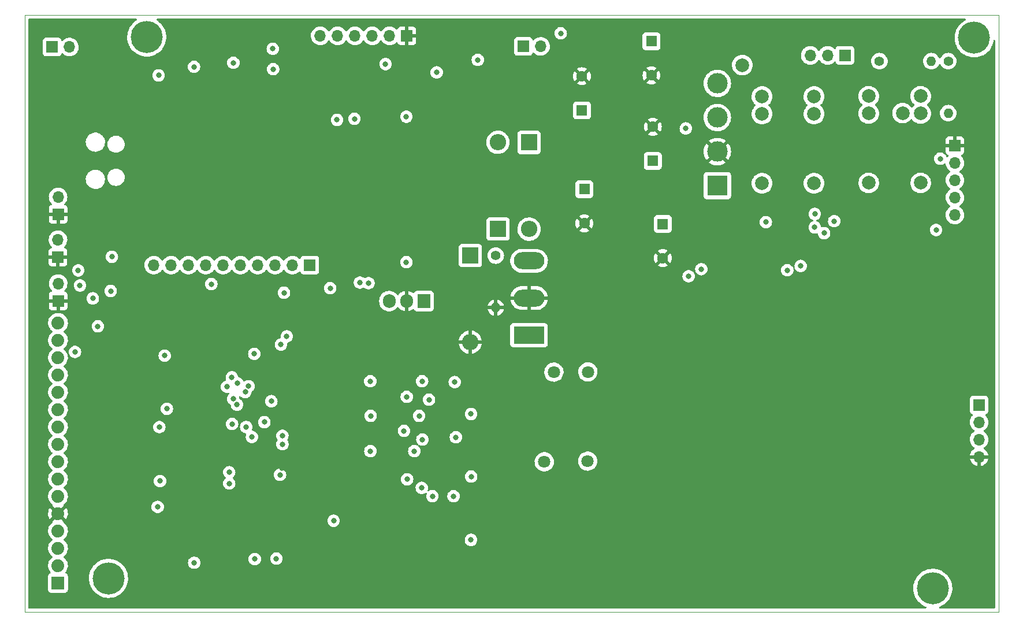
<source format=gbr>
%TF.GenerationSoftware,KiCad,Pcbnew,(6.0.0)*%
%TF.CreationDate,2022-06-11T13:18:49-06:00*%
%TF.ProjectId,Turbopump Controller,54757262-6f70-4756-9d70-20436f6e7472,rev?*%
%TF.SameCoordinates,Original*%
%TF.FileFunction,Copper,L2,Inr*%
%TF.FilePolarity,Positive*%
%FSLAX46Y46*%
G04 Gerber Fmt 4.6, Leading zero omitted, Abs format (unit mm)*
G04 Created by KiCad (PCBNEW (6.0.0)) date 2022-06-11 13:18:49*
%MOMM*%
%LPD*%
G01*
G04 APERTURE LIST*
%TA.AperFunction,Profile*%
%ADD10C,0.100000*%
%TD*%
%TA.AperFunction,ComponentPad*%
%ADD11R,3.000000X3.000000*%
%TD*%
%TA.AperFunction,ComponentPad*%
%ADD12C,3.000000*%
%TD*%
%TA.AperFunction,ComponentPad*%
%ADD13R,1.700000X1.700000*%
%TD*%
%TA.AperFunction,ComponentPad*%
%ADD14O,1.700000X1.700000*%
%TD*%
%TA.AperFunction,ComponentPad*%
%ADD15C,4.700000*%
%TD*%
%TA.AperFunction,ComponentPad*%
%ADD16C,1.400000*%
%TD*%
%TA.AperFunction,ComponentPad*%
%ADD17O,1.400000X1.400000*%
%TD*%
%TA.AperFunction,ComponentPad*%
%ADD18R,1.905000X2.000000*%
%TD*%
%TA.AperFunction,ComponentPad*%
%ADD19O,1.905000X2.000000*%
%TD*%
%TA.AperFunction,ComponentPad*%
%ADD20R,1.600000X1.600000*%
%TD*%
%TA.AperFunction,ComponentPad*%
%ADD21C,1.600000*%
%TD*%
%TA.AperFunction,ComponentPad*%
%ADD22R,2.400000X2.400000*%
%TD*%
%TA.AperFunction,ComponentPad*%
%ADD23O,2.400000X2.400000*%
%TD*%
%TA.AperFunction,ComponentPad*%
%ADD24R,4.500000X2.500000*%
%TD*%
%TA.AperFunction,ComponentPad*%
%ADD25O,4.500000X2.500000*%
%TD*%
%TA.AperFunction,ComponentPad*%
%ADD26R,1.879600X1.879600*%
%TD*%
%TA.AperFunction,ComponentPad*%
%ADD27C,1.879600*%
%TD*%
%TA.AperFunction,ComponentPad*%
%ADD28C,2.000000*%
%TD*%
%TA.AperFunction,ViaPad*%
%ADD29C,0.800000*%
%TD*%
%TA.AperFunction,ViaPad*%
%ADD30C,2.000000*%
%TD*%
%TA.AperFunction,ViaPad*%
%ADD31C,1.800000*%
%TD*%
G04 APERTURE END LIST*
D10*
X92870000Y-53320000D02*
X235620000Y-53320000D01*
X235620000Y-53320000D02*
X235620000Y-140720000D01*
X235620000Y-140720000D02*
X92870000Y-140720000D01*
X92870000Y-140720000D02*
X92870000Y-53320000D01*
D11*
%TO.N,Net-(C1-Pad1)*%
%TO.C,D1*%
X194387500Y-78307500D03*
D12*
%TO.N,GND*%
X194387500Y-73307500D03*
%TO.N,Net-(D1-Pad3)*%
X194387500Y-68307500D03*
%TO.N,Net-(D1-Pad4)*%
X194387500Y-63307500D03*
%TD*%
D13*
%TO.N,GND*%
%TO.C,SW1*%
X97775000Y-95170000D03*
D14*
%TO.N,Net-(SW1-Pad2)*%
X97775000Y-92630000D03*
%TD*%
D15*
%TO.N,N/C*%
%TO.C,REF\u002A\u002A*%
X232030000Y-56630000D03*
%TD*%
D16*
%TO.N,Net-(C1-Pad1)*%
%TO.C,R1*%
X218150000Y-60050000D03*
D17*
%TO.N,Net-(C5-Pad1)*%
X225770000Y-60050000D03*
%TD*%
D13*
%TO.N,Net-(J1-Pad1)*%
%TO.C,J1*%
X213085000Y-59205000D03*
D14*
%TO.N,Net-(J1-Pad2)*%
X210545000Y-59205000D03*
%TO.N,Net-(J1-Pad3)*%
X208005000Y-59205000D03*
%TD*%
D15*
%TO.N,N/C*%
%TO.C,REF\u002A\u002A*%
X110750000Y-56510000D03*
%TD*%
D13*
%TO.N,Net-(J4-Pad1)*%
%TO.C,J4*%
X96890000Y-57979000D03*
D14*
%TO.N,+5V*%
X99430000Y-57979000D03*
%TD*%
D18*
%TO.N,Net-(C6-Pad1)*%
%TO.C,U6*%
X151370000Y-95205000D03*
D19*
%TO.N,GND*%
X148830000Y-95205000D03*
%TO.N,+15V*%
X146290000Y-95205000D03*
%TD*%
D20*
%TO.N,Net-(C1-Pad1)*%
%TO.C,C1*%
X184930000Y-74662651D03*
D21*
%TO.N,GND*%
X184930000Y-69662651D03*
%TD*%
D22*
%TO.N,Net-(C1-Pad1)*%
%TO.C,D2*%
X166800000Y-71960000D03*
D23*
%TO.N,Net-(D2-Pad2)*%
X166800000Y-84660000D03*
%TD*%
D13*
%TO.N,GND*%
%TO.C,J6*%
X148880000Y-56340000D03*
D14*
%TO.N,Net-(C30-Pad1)*%
X146340000Y-56340000D03*
%TO.N,Net-(J6-Pad3)*%
X143800000Y-56340000D03*
%TO.N,Net-(J6-Pad4)*%
X141260000Y-56340000D03*
%TO.N,Net-(J6-Pad5)*%
X138720000Y-56340000D03*
%TO.N,Net-(J6-Pad6)*%
X136180000Y-56340000D03*
%TD*%
D13*
%TO.N,GND*%
%TO.C,SW3*%
X97750000Y-88770000D03*
D14*
%TO.N,Net-(SW3-Pad2)*%
X97750000Y-86230000D03*
%TD*%
D13*
%TO.N,Net-(J7-Pad1)*%
%TO.C,J7*%
X134650000Y-89925000D03*
D14*
%TO.N,Net-(J7-Pad2)*%
X132110000Y-89925000D03*
%TO.N,Net-(J7-Pad3)*%
X129570000Y-89925000D03*
%TO.N,Net-(J7-Pad4)*%
X127030000Y-89925000D03*
%TO.N,Net-(J7-Pad5)*%
X124490000Y-89925000D03*
%TO.N,Net-(J7-Pad6)*%
X121950000Y-89925000D03*
%TO.N,Net-(J7-Pad7)*%
X119410000Y-89925000D03*
%TO.N,Net-(J7-Pad8)*%
X116870000Y-89925000D03*
%TO.N,Net-(J7-Pad9)*%
X114330000Y-89925000D03*
%TO.N,Net-(J7-Pad10)*%
X111790000Y-89925000D03*
%TD*%
D24*
%TO.N,Net-(C1-Pad1)*%
%TO.C,Q3*%
X166795000Y-100210000D03*
D25*
%TO.N,GND*%
X166795000Y-94760000D03*
%TO.N,Net-(D6-Pad2)*%
X166795000Y-89310000D03*
%TD*%
D13*
%TO.N,GND*%
%TO.C,J3*%
X229205000Y-72430000D03*
D14*
%TO.N,Net-(D10-Pad3)*%
X229205000Y-74970000D03*
%TO.N,Net-(J3-Pad3)*%
X229205000Y-77510000D03*
%TO.N,Net-(C5-Pad1)*%
X229205000Y-80050000D03*
%TO.N,+5V*%
X229205000Y-82590000D03*
%TD*%
D16*
%TO.N,Net-(C5-Pad1)*%
%TO.C,R4*%
X228230000Y-60050000D03*
D17*
%TO.N,Net-(C5-Pad2)*%
X228230000Y-67670000D03*
%TD*%
D13*
%TO.N,GND*%
%TO.C,SW2*%
X97765000Y-82480000D03*
D14*
%TO.N,Net-(SW2-Pad2)*%
X97765000Y-79940000D03*
%TD*%
D13*
%TO.N,Net-(D10-Pad4)*%
%TO.C,J2*%
X165950000Y-57885000D03*
D14*
%TO.N,Net-(D10-Pad3)*%
X168490000Y-57885000D03*
%TD*%
D20*
%TO.N,Net-(C1-Pad1)*%
%TO.C,C4*%
X174540000Y-67262651D03*
D21*
%TO.N,GND*%
X174540000Y-62262651D03*
%TD*%
D26*
%TO.N,unconnected-(U12-Pad1)*%
%TO.C,U12*%
X97750000Y-136500000D03*
D27*
%TO.N,unconnected-(U12-Pad2)*%
X97750000Y-133960000D03*
%TO.N,unconnected-(U12-Pad3)*%
X97750000Y-131420000D03*
%TO.N,unconnected-(U12-Pad4)*%
X97750000Y-128880000D03*
%TO.N,GND*%
X97750000Y-126340000D03*
%TO.N,Net-(U12-Pad6)*%
X97750000Y-123800000D03*
%TO.N,unconnected-(U12-Pad7)*%
X97750000Y-121260000D03*
%TO.N,unconnected-(U12-Pad8)*%
X97750000Y-118720000D03*
%TO.N,unconnected-(U12-Pad9)*%
X97750000Y-116180000D03*
%TO.N,unconnected-(U12-Pad10)*%
X97750000Y-113640000D03*
%TO.N,Net-(U12-Pad11)*%
X97750000Y-111100000D03*
%TO.N,Net-(U12-Pad12)*%
X97750000Y-108560000D03*
%TO.N,Net-(U12-Pad13)*%
X97750000Y-106020000D03*
%TO.N,Net-(U12-Pad14)*%
X97750000Y-103482540D03*
%TO.N,unconnected-(U12-Pad15)*%
X97750000Y-100942540D03*
%TO.N,unconnected-(U12-Pad16)*%
X97750000Y-98402540D03*
%TD*%
D15*
%TO.N,N/C*%
%TO.C,REF\u002A\u002A*%
X105150000Y-135830000D03*
%TD*%
D28*
%TO.N,Net-(J1-Pad1)*%
%TO.C,K1*%
X216580000Y-67730000D03*
%TO.N,Net-(D1-Pad4)*%
X224200000Y-67730000D03*
%TO.N,N/C*%
X216580000Y-65190000D03*
%TO.N,unconnected-(K1-Pad14)*%
X224200000Y-65190000D03*
%TO.N,Net-(D3-Pad1)*%
X216580000Y-77890000D03*
%TO.N,Net-(D3-Pad2)*%
X224200000Y-77890000D03*
%TD*%
D16*
%TO.N,Net-(D6-Pad2)*%
%TO.C,R7*%
X161910000Y-88540000D03*
D17*
%TO.N,GND*%
X161910000Y-96160000D03*
%TD*%
D20*
%TO.N,Net-(C1-Pad1)*%
%TO.C,C2*%
X186390000Y-83917349D03*
D21*
%TO.N,GND*%
X186390000Y-88917349D03*
%TD*%
D22*
%TO.N,Net-(D6-Pad2)*%
%TO.C,D7*%
X158170000Y-88520000D03*
D23*
%TO.N,GND*%
X158170000Y-101220000D03*
%TD*%
D20*
%TO.N,Net-(C6-Pad1)*%
%TO.C,C6*%
X184740000Y-57137349D03*
D21*
%TO.N,GND*%
X184740000Y-62137349D03*
%TD*%
D15*
%TO.N,N/C*%
%TO.C,REF\u002A\u002A*%
X225970000Y-137290000D03*
%TD*%
D20*
%TO.N,Net-(C1-Pad1)*%
%TO.C,C3*%
X174890000Y-78817349D03*
D21*
%TO.N,GND*%
X174890000Y-83817349D03*
%TD*%
D22*
%TO.N,Net-(D2-Pad2)*%
%TO.C,D5*%
X162240000Y-84640000D03*
D23*
%TO.N,Net-(D5-Pad2)*%
X162240000Y-71940000D03*
%TD*%
D13*
%TO.N,Net-(J5-Pad1)*%
%TO.C,J5*%
X232755000Y-110410000D03*
D14*
%TO.N,Net-(J5-Pad2)*%
X232755000Y-112950000D03*
%TO.N,Net-(J5-Pad3)*%
X232755000Y-115490000D03*
%TO.N,GND*%
X232755000Y-118030000D03*
%TD*%
D28*
%TO.N,Net-(D1-Pad3)*%
%TO.C,K2*%
X200930000Y-67780000D03*
%TO.N,Net-(J1-Pad2)*%
X208550000Y-67780000D03*
%TO.N,N/C*%
X200930000Y-65240000D03*
%TO.N,Net-(J1-Pad3)*%
X208550000Y-65240000D03*
%TO.N,Net-(D3-Pad1)*%
X200930000Y-77940000D03*
%TO.N,Net-(D4-Pad2)*%
X208550000Y-77940000D03*
%TD*%
D29*
%TO.N,GND*%
X156870000Y-67980000D03*
%TO.N,Net-(C6-Pad1)*%
X159280000Y-59870000D03*
X171440000Y-55980000D03*
%TO.N,Net-(D10-Pad3)*%
X189770000Y-69910000D03*
%TO.N,GND*%
X191390000Y-54590000D03*
X191420000Y-56770000D03*
X146300000Y-62440000D03*
X233660000Y-85910000D03*
X233660000Y-88100000D03*
X231010000Y-136570000D03*
X138140000Y-131760000D03*
X113940000Y-98470000D03*
X189100000Y-137300000D03*
X131500000Y-104300000D03*
X171150000Y-138740000D03*
X124880000Y-139480000D03*
X171190000Y-54590000D03*
X194670000Y-137240000D03*
X146360000Y-87010000D03*
X155920000Y-56530000D03*
X168390000Y-54740000D03*
X108180000Y-81970000D03*
X189130000Y-139480000D03*
X163060000Y-54470000D03*
X113840000Y-124570000D03*
X131450000Y-98310000D03*
X113700000Y-118670000D03*
X234420000Y-62190000D03*
X231260000Y-90170000D03*
X185830000Y-137370000D03*
X130550000Y-119660000D03*
D30*
X200420000Y-119760000D03*
D29*
X147380000Y-131180000D03*
X140790000Y-98280000D03*
X153580000Y-56510000D03*
X153550000Y-54330000D03*
X123220000Y-96490000D03*
X104330000Y-104290000D03*
X185830000Y-139560000D03*
X233630000Y-90180000D03*
X104270000Y-111810000D03*
X178950000Y-54910000D03*
X193760000Y-54600000D03*
X106610000Y-109640000D03*
X97480000Y-72110000D03*
X136220000Y-93650000D03*
X124590000Y-54520000D03*
X234420000Y-64380000D03*
X122220000Y-54510000D03*
X128800000Y-54330000D03*
X97480000Y-69920000D03*
X233630000Y-92370000D03*
D30*
X200520000Y-135150000D03*
D29*
X95140000Y-72090000D03*
X183460000Y-137360000D03*
X149940000Y-129010000D03*
X124410000Y-118540000D03*
X171120000Y-136560000D03*
X123230000Y-139500000D03*
X231040000Y-138750000D03*
X181360000Y-54510000D03*
X120880000Y-82030000D03*
X197040000Y-137250000D03*
X194700000Y-139420000D03*
X106610000Y-111830000D03*
X183490000Y-139540000D03*
X231290000Y-92350000D03*
X120880000Y-67300000D03*
X106700000Y-104300000D03*
X131170000Y-54340000D03*
X165810000Y-54700000D03*
X193760000Y-56790000D03*
X176610000Y-57080000D03*
X160990000Y-54710000D03*
X102160000Y-59690000D03*
X113640000Y-138250000D03*
X185560000Y-54340000D03*
X133540000Y-86556940D03*
X133580000Y-67290000D03*
X232080000Y-64360000D03*
X165980000Y-136560000D03*
X176580000Y-54900000D03*
X189010000Y-56940000D03*
X124590000Y-56710000D03*
X150910000Y-62400000D03*
X168350000Y-136570000D03*
X104430000Y-115110000D03*
X126520000Y-139500000D03*
X95110000Y-69910000D03*
X145040000Y-131160000D03*
X113974500Y-108560000D03*
X105650000Y-98060000D03*
X155920000Y-54340000D03*
X147380000Y-128990000D03*
X158580000Y-55050000D03*
X162420000Y-58290000D03*
X145010000Y-128980000D03*
X152310000Y-129020000D03*
X191470000Y-137310000D03*
X106800000Y-115120000D03*
X158170000Y-58500000D03*
D30*
X200450000Y-105340000D03*
D29*
X142630000Y-98160000D03*
X233380000Y-138770000D03*
X104460000Y-117290000D03*
X122250000Y-56690000D03*
X104240000Y-109630000D03*
X131170000Y-56530000D03*
X127520000Y-122810000D03*
X106700000Y-106490000D03*
X154315500Y-74610000D03*
X108180000Y-67340000D03*
X232050000Y-62180000D03*
X231320000Y-88080000D03*
X233380000Y-136580000D03*
X168350000Y-138760000D03*
X106800000Y-117310000D03*
X152310000Y-131210000D03*
X188110000Y-54760000D03*
X173490000Y-138760000D03*
X136280000Y-131620000D03*
X178950000Y-57100000D03*
X155060000Y-98200000D03*
X197040000Y-139440000D03*
X231290000Y-85900000D03*
X126170000Y-128440000D03*
X173490000Y-136570000D03*
X104360000Y-106470000D03*
X149970000Y-131190000D03*
X191470000Y-139500000D03*
X128830000Y-56510000D03*
X166010000Y-138740000D03*
%TO.N,+5V*%
X126520000Y-102940000D03*
X113710000Y-110990000D03*
X130880000Y-93980000D03*
X113390000Y-103190000D03*
X112360000Y-125360000D03*
X204640000Y-90680000D03*
X190180000Y-91560000D03*
X206610000Y-90060000D03*
X130420000Y-101570000D03*
%TO.N,+15V*%
X143260000Y-92580000D03*
X137650000Y-93320000D03*
X131280000Y-100380000D03*
X192040000Y-90530000D03*
D31*
%TO.N,Net-(C15-Pad2)*%
X170440000Y-105610000D03*
X175420000Y-105590000D03*
D29*
X152130000Y-109660000D03*
X148860000Y-109230000D03*
D31*
%TO.N,Net-(C18-Pad2)*%
X175390000Y-118650000D03*
D29*
X151150000Y-115490000D03*
X148460000Y-114220000D03*
D31*
X169020000Y-118750000D03*
D29*
%TO.N,Net-(C30-Pad1)*%
X148810000Y-68190000D03*
X138150000Y-127380000D03*
X148810000Y-89500000D03*
X142000000Y-92490000D03*
%TO.N,Net-(D10-Pad3)*%
X153252701Y-61697299D03*
X129290000Y-61220000D03*
X227070000Y-74340000D03*
%TO.N,Net-(J3-Pad3)*%
X123450000Y-60300000D03*
X210040000Y-85250000D03*
X226462300Y-84782300D03*
%TO.N,Net-(J6-Pad3)*%
X129760000Y-132940000D03*
X145760000Y-60480000D03*
%TO.N,Net-(J6-Pad4)*%
X141200000Y-68500000D03*
X112610000Y-113660000D03*
%TO.N,Net-(J6-Pad5)*%
X138640000Y-68650000D03*
X120220000Y-92710000D03*
D30*
%TO.N,Net-(D1-Pad4)*%
X198050000Y-60630000D03*
X221540000Y-67650000D03*
D29*
%TO.N,Net-(Q2-Pad1)*%
X208680000Y-82440000D03*
X208670000Y-84400000D03*
%TO.N,Net-(R8-Pad1)*%
X130644511Y-114930000D03*
X125695819Y-107677872D03*
%TO.N,Net-(U12-Pad13)*%
X100720000Y-90710000D03*
X100240000Y-102650000D03*
%TO.N,Net-(U12-Pad11)*%
X105478531Y-93726000D03*
X105650000Y-88710000D03*
%TO.N,Net-(SW1-Pad2)*%
X102855500Y-94800000D03*
X100964500Y-92910000D03*
%TO.N,Net-(SW2-Pad2)*%
X129230000Y-58230000D03*
%TO.N,Net-(SW3-Pad2)*%
X117690000Y-60875511D03*
%TO.N,Net-(U12-Pad6)*%
X112490000Y-62140000D03*
X103590000Y-98900000D03*
%TO.N,Net-(U11-Pad2)*%
X123270000Y-113200000D03*
X123432775Y-109547070D03*
%TO.N,Net-(U11-Pad5)*%
X122840000Y-120270000D03*
X122840000Y-121924500D03*
%TO.N,Net-(U11-Pad6)*%
X126170000Y-115110000D03*
X123984500Y-110380500D03*
X128000000Y-112940500D03*
%TO.N,Net-(U11-Pad4)*%
X129020000Y-109870000D03*
X125189842Y-108539842D03*
%TO.N,Net-(U11-Pad7)*%
X112700000Y-121570000D03*
X125330000Y-113650000D03*
X122520000Y-107750000D03*
%TO.N,Net-(R11-Pad2)*%
X117710000Y-133540000D03*
X126590000Y-133000000D03*
%TO.N,Net-(RV1-Pad2)*%
X124050000Y-107240000D03*
X130644500Y-116180000D03*
%TO.N,Net-(Q7-Pad3)*%
X158280000Y-130190000D03*
X130290000Y-120670000D03*
X158310000Y-120920000D03*
X158290000Y-111740000D03*
X123240000Y-106370000D03*
%TO.N,Net-(R13-Pad2)*%
X143530000Y-117180000D03*
X149970000Y-117180000D03*
%TO.N,Net-(R10-Pad2)*%
X143580000Y-112030000D03*
X150680000Y-112030000D03*
%TO.N,Net-(R9-Pad2)*%
X143520000Y-106950000D03*
X151124020Y-106950000D03*
%TO.N,Net-(Q7-Pad1)*%
X148920000Y-121310000D03*
X155900000Y-107070000D03*
%TO.N,Net-(Q8-Pad1)*%
X156060000Y-115150000D03*
X151060000Y-122570000D03*
%TO.N,Net-(Q9-Pad1)*%
X152630000Y-123800000D03*
X155720000Y-123800000D03*
%TO.N,Net-(D3-Pad1)*%
X201500000Y-83630000D03*
X211520000Y-83500000D03*
%TD*%
%TA.AperFunction,Conductor*%
%TO.N,GND*%
G36*
X109276244Y-53848002D02*
G01*
X109322737Y-53901658D01*
X109332841Y-53971932D01*
X109303347Y-54036512D01*
X109275080Y-54060736D01*
X109091319Y-54176009D01*
X109088485Y-54178279D01*
X109088480Y-54178283D01*
X109021895Y-54231628D01*
X108834049Y-54382121D01*
X108602174Y-54616437D01*
X108398767Y-54875851D01*
X108396874Y-54878940D01*
X108396872Y-54878943D01*
X108248102Y-55121715D01*
X108226525Y-55156925D01*
X108225006Y-55160197D01*
X108225003Y-55160203D01*
X108189422Y-55236857D01*
X108087730Y-55455933D01*
X108086590Y-55459380D01*
X108012099Y-55684621D01*
X107984222Y-55768912D01*
X107983486Y-55772467D01*
X107983485Y-55772470D01*
X107940508Y-55980000D01*
X107917373Y-56091714D01*
X107888069Y-56420060D01*
X107888164Y-56423690D01*
X107888164Y-56423691D01*
X107891706Y-56558955D01*
X107896698Y-56749598D01*
X107897208Y-56753183D01*
X107897209Y-56753192D01*
X107916780Y-56890703D01*
X107943146Y-57075961D01*
X107944065Y-57079464D01*
X107944066Y-57079469D01*
X107994821Y-57272933D01*
X108026798Y-57394822D01*
X108109482Y-57606895D01*
X108141290Y-57688478D01*
X108146544Y-57701955D01*
X108202995Y-57808572D01*
X108297128Y-57986358D01*
X108300798Y-57993290D01*
X108302850Y-57996275D01*
X108302855Y-57996284D01*
X108485457Y-58261972D01*
X108485463Y-58261979D01*
X108487514Y-58264964D01*
X108704219Y-58513377D01*
X108948039Y-58735236D01*
X108950987Y-58737354D01*
X108950989Y-58737356D01*
X109212793Y-58925481D01*
X109212799Y-58925485D01*
X109215744Y-58927601D01*
X109218924Y-58929371D01*
X109312950Y-58981705D01*
X109503784Y-59087922D01*
X109808342Y-59214074D01*
X109811836Y-59215069D01*
X109811838Y-59215070D01*
X110121880Y-59303388D01*
X110121885Y-59303389D01*
X110125381Y-59304385D01*
X110311993Y-59334944D01*
X110447118Y-59357072D01*
X110447125Y-59357073D01*
X110450699Y-59357658D01*
X110615341Y-59365422D01*
X110776357Y-59373016D01*
X110776358Y-59373016D01*
X110779984Y-59373187D01*
X110791877Y-59372376D01*
X111105241Y-59351014D01*
X111105249Y-59351013D01*
X111108872Y-59350766D01*
X111112448Y-59350103D01*
X111112450Y-59350103D01*
X111429438Y-59291353D01*
X111429442Y-59291352D01*
X111433003Y-59290692D01*
X111694708Y-59210181D01*
X111744604Y-59194831D01*
X111748082Y-59193761D01*
X111923324Y-59116835D01*
X112046604Y-59062719D01*
X112046612Y-59062715D01*
X112049931Y-59061258D01*
X112055211Y-59058173D01*
X112308703Y-58910044D01*
X112334550Y-58894940D01*
X112483462Y-58783134D01*
X112595260Y-58699194D01*
X112595264Y-58699191D01*
X112598167Y-58697011D01*
X112837288Y-58470094D01*
X112865528Y-58436320D01*
X113007043Y-58267069D01*
X113038038Y-58230000D01*
X128316496Y-58230000D01*
X128317186Y-58236565D01*
X128332457Y-58381857D01*
X128336458Y-58419928D01*
X128395473Y-58601556D01*
X128490960Y-58766944D01*
X128495378Y-58771851D01*
X128495379Y-58771852D01*
X128571811Y-58856738D01*
X128618747Y-58908866D01*
X128686900Y-58958382D01*
X128764745Y-59014940D01*
X128773248Y-59021118D01*
X128779276Y-59023802D01*
X128779278Y-59023803D01*
X128940610Y-59095632D01*
X128947712Y-59098794D01*
X129029511Y-59116181D01*
X129128056Y-59137128D01*
X129128061Y-59137128D01*
X129134513Y-59138500D01*
X129325487Y-59138500D01*
X129331939Y-59137128D01*
X129331944Y-59137128D01*
X129430489Y-59116181D01*
X129512288Y-59098794D01*
X129519390Y-59095632D01*
X129680722Y-59023803D01*
X129680724Y-59023802D01*
X129686752Y-59021118D01*
X129695256Y-59014940D01*
X129773100Y-58958382D01*
X129841253Y-58908866D01*
X129888189Y-58856738D01*
X129954463Y-58783134D01*
X164591500Y-58783134D01*
X164598255Y-58845316D01*
X164649385Y-58981705D01*
X164736739Y-59098261D01*
X164853295Y-59185615D01*
X164989684Y-59236745D01*
X165051866Y-59243500D01*
X166848134Y-59243500D01*
X166910316Y-59236745D01*
X167046705Y-59185615D01*
X167163261Y-59098261D01*
X167250615Y-58981705D01*
X167271433Y-58926173D01*
X167294598Y-58864382D01*
X167337240Y-58807618D01*
X167403802Y-58782918D01*
X167473150Y-58798126D01*
X167507817Y-58826114D01*
X167536250Y-58858938D01*
X167708126Y-59001632D01*
X167901000Y-59114338D01*
X167905825Y-59116180D01*
X167905826Y-59116181D01*
X167955310Y-59135077D01*
X168109692Y-59194030D01*
X168114760Y-59195061D01*
X168114763Y-59195062D01*
X168208211Y-59214074D01*
X168328597Y-59238567D01*
X168333772Y-59238757D01*
X168333774Y-59238757D01*
X168546673Y-59246564D01*
X168546677Y-59246564D01*
X168551837Y-59246753D01*
X168556957Y-59246097D01*
X168556959Y-59246097D01*
X168768288Y-59219025D01*
X168768289Y-59219025D01*
X168773416Y-59218368D01*
X168792362Y-59212684D01*
X168982429Y-59155661D01*
X168982434Y-59155659D01*
X168987384Y-59154174D01*
X169187994Y-59055896D01*
X169369860Y-58926173D01*
X169383715Y-58912367D01*
X169513616Y-58782918D01*
X169528096Y-58768489D01*
X169549073Y-58739297D01*
X169655435Y-58591277D01*
X169658453Y-58587077D01*
X169672927Y-58557792D01*
X169755136Y-58391453D01*
X169755137Y-58391451D01*
X169757430Y-58386811D01*
X169816849Y-58191240D01*
X169820865Y-58178023D01*
X169820865Y-58178021D01*
X169822370Y-58173069D01*
X169847067Y-57985483D01*
X183431500Y-57985483D01*
X183438255Y-58047665D01*
X183489385Y-58184054D01*
X183576739Y-58300610D01*
X183693295Y-58387964D01*
X183829684Y-58439094D01*
X183891866Y-58445849D01*
X185588134Y-58445849D01*
X185650316Y-58439094D01*
X185786705Y-58387964D01*
X185903261Y-58300610D01*
X185990615Y-58184054D01*
X186041745Y-58047665D01*
X186048500Y-57985483D01*
X186048500Y-56289215D01*
X186041745Y-56227033D01*
X185990615Y-56090644D01*
X185903261Y-55974088D01*
X185786705Y-55886734D01*
X185650316Y-55835604D01*
X185588134Y-55828849D01*
X183891866Y-55828849D01*
X183829684Y-55835604D01*
X183693295Y-55886734D01*
X183576739Y-55974088D01*
X183489385Y-56090644D01*
X183438255Y-56227033D01*
X183431500Y-56289215D01*
X183431500Y-57985483D01*
X169847067Y-57985483D01*
X169851529Y-57951590D01*
X169851647Y-57946750D01*
X169853074Y-57888365D01*
X169853074Y-57888361D01*
X169853156Y-57885000D01*
X169834852Y-57662361D01*
X169780431Y-57445702D01*
X169691354Y-57240840D01*
X169626563Y-57140688D01*
X169572822Y-57057617D01*
X169572820Y-57057614D01*
X169570014Y-57053277D01*
X169419670Y-56888051D01*
X169415619Y-56884852D01*
X169415615Y-56884848D01*
X169248414Y-56752800D01*
X169248410Y-56752798D01*
X169244359Y-56749598D01*
X169223598Y-56738137D01*
X169192101Y-56720750D01*
X169048789Y-56641638D01*
X169043920Y-56639914D01*
X169043916Y-56639912D01*
X168843087Y-56568795D01*
X168843083Y-56568794D01*
X168838212Y-56567069D01*
X168833119Y-56566162D01*
X168833116Y-56566161D01*
X168623373Y-56528800D01*
X168623367Y-56528799D01*
X168618284Y-56527894D01*
X168544452Y-56526992D01*
X168400081Y-56525228D01*
X168400079Y-56525228D01*
X168394911Y-56525165D01*
X168174091Y-56558955D01*
X167961756Y-56628357D01*
X167931443Y-56644137D01*
X167843743Y-56689791D01*
X167763607Y-56731507D01*
X167759474Y-56734610D01*
X167759471Y-56734612D01*
X167589100Y-56862530D01*
X167584965Y-56865635D01*
X167504508Y-56949829D01*
X167504283Y-56950064D01*
X167442759Y-56985494D01*
X167371846Y-56982037D01*
X167314060Y-56940791D01*
X167295207Y-56907243D01*
X167253767Y-56796703D01*
X167250615Y-56788295D01*
X167163261Y-56671739D01*
X167046705Y-56584385D01*
X166910316Y-56533255D01*
X166848134Y-56526500D01*
X165051866Y-56526500D01*
X164989684Y-56533255D01*
X164853295Y-56584385D01*
X164736739Y-56671739D01*
X164649385Y-56788295D01*
X164598255Y-56924684D01*
X164591500Y-56986866D01*
X164591500Y-58783134D01*
X129954463Y-58783134D01*
X129964621Y-58771852D01*
X129964622Y-58771851D01*
X129969040Y-58766944D01*
X130064527Y-58601556D01*
X130123542Y-58419928D01*
X130127544Y-58381857D01*
X130142814Y-58236565D01*
X130143504Y-58230000D01*
X130131552Y-58116284D01*
X130124232Y-58046635D01*
X130124232Y-58046633D01*
X130123542Y-58040072D01*
X130064527Y-57858444D01*
X130057313Y-57845948D01*
X130005589Y-57756361D01*
X129969040Y-57693056D01*
X129951905Y-57674025D01*
X129845675Y-57556045D01*
X129845674Y-57556044D01*
X129841253Y-57551134D01*
X129686752Y-57438882D01*
X129680724Y-57436198D01*
X129680722Y-57436197D01*
X129518319Y-57363891D01*
X129518318Y-57363891D01*
X129512288Y-57361206D01*
X129417264Y-57341008D01*
X129331944Y-57322872D01*
X129331939Y-57322872D01*
X129325487Y-57321500D01*
X129134513Y-57321500D01*
X129128061Y-57322872D01*
X129128056Y-57322872D01*
X129042736Y-57341008D01*
X128947712Y-57361206D01*
X128941682Y-57363891D01*
X128941681Y-57363891D01*
X128779278Y-57436197D01*
X128779276Y-57436198D01*
X128773248Y-57438882D01*
X128618747Y-57551134D01*
X128614326Y-57556044D01*
X128614325Y-57556045D01*
X128508096Y-57674025D01*
X128490960Y-57693056D01*
X128454411Y-57756361D01*
X128402688Y-57845948D01*
X128395473Y-57858444D01*
X128336458Y-58040072D01*
X128335768Y-58046633D01*
X128335768Y-58046635D01*
X128328448Y-58116284D01*
X128316496Y-58230000D01*
X113038038Y-58230000D01*
X113048743Y-58217197D01*
X113067020Y-58189373D01*
X113227742Y-57944698D01*
X113227747Y-57944689D01*
X113229729Y-57941672D01*
X113377847Y-57647171D01*
X113447221Y-57457597D01*
X113489887Y-57341008D01*
X113489888Y-57341004D01*
X113491135Y-57337597D01*
X113491980Y-57334075D01*
X113491983Y-57334067D01*
X113567244Y-57020584D01*
X113567245Y-57020580D01*
X113568091Y-57017055D01*
X113568789Y-57011285D01*
X113607358Y-56692570D01*
X113607358Y-56692563D01*
X113607694Y-56689791D01*
X113608053Y-56678385D01*
X113612887Y-56524547D01*
X113613344Y-56510000D01*
X113613183Y-56507204D01*
X113601622Y-56306695D01*
X134817251Y-56306695D01*
X134817548Y-56311848D01*
X134817548Y-56311851D01*
X134829374Y-56516944D01*
X134830110Y-56529715D01*
X134831247Y-56534761D01*
X134831248Y-56534767D01*
X134852717Y-56630029D01*
X134879222Y-56747639D01*
X134930982Y-56875109D01*
X134948108Y-56917285D01*
X134963266Y-56954616D01*
X135001529Y-57017055D01*
X135077291Y-57140688D01*
X135079987Y-57145088D01*
X135226250Y-57313938D01*
X135398126Y-57456632D01*
X135591000Y-57569338D01*
X135799692Y-57649030D01*
X135804760Y-57650061D01*
X135804763Y-57650062D01*
X135912017Y-57671883D01*
X136018597Y-57693567D01*
X136023772Y-57693757D01*
X136023774Y-57693757D01*
X136236673Y-57701564D01*
X136236677Y-57701564D01*
X136241837Y-57701753D01*
X136246957Y-57701097D01*
X136246959Y-57701097D01*
X136458288Y-57674025D01*
X136458289Y-57674025D01*
X136463416Y-57673368D01*
X136500104Y-57662361D01*
X136672429Y-57610661D01*
X136672434Y-57610659D01*
X136677384Y-57609174D01*
X136877994Y-57510896D01*
X137059860Y-57381173D01*
X137077203Y-57363891D01*
X137168479Y-57272933D01*
X137218096Y-57223489D01*
X137230540Y-57206172D01*
X137348453Y-57042077D01*
X137349776Y-57043028D01*
X137396645Y-56999857D01*
X137466580Y-56987625D01*
X137532026Y-57015144D01*
X137559875Y-57046994D01*
X137619987Y-57145088D01*
X137766250Y-57313938D01*
X137938126Y-57456632D01*
X138131000Y-57569338D01*
X138339692Y-57649030D01*
X138344760Y-57650061D01*
X138344763Y-57650062D01*
X138452017Y-57671883D01*
X138558597Y-57693567D01*
X138563772Y-57693757D01*
X138563774Y-57693757D01*
X138776673Y-57701564D01*
X138776677Y-57701564D01*
X138781837Y-57701753D01*
X138786957Y-57701097D01*
X138786959Y-57701097D01*
X138998288Y-57674025D01*
X138998289Y-57674025D01*
X139003416Y-57673368D01*
X139040104Y-57662361D01*
X139212429Y-57610661D01*
X139212434Y-57610659D01*
X139217384Y-57609174D01*
X139417994Y-57510896D01*
X139599860Y-57381173D01*
X139617203Y-57363891D01*
X139708479Y-57272933D01*
X139758096Y-57223489D01*
X139770540Y-57206172D01*
X139888453Y-57042077D01*
X139889776Y-57043028D01*
X139936645Y-56999857D01*
X140006580Y-56987625D01*
X140072026Y-57015144D01*
X140099875Y-57046994D01*
X140159987Y-57145088D01*
X140306250Y-57313938D01*
X140478126Y-57456632D01*
X140671000Y-57569338D01*
X140879692Y-57649030D01*
X140884760Y-57650061D01*
X140884763Y-57650062D01*
X140992017Y-57671883D01*
X141098597Y-57693567D01*
X141103772Y-57693757D01*
X141103774Y-57693757D01*
X141316673Y-57701564D01*
X141316677Y-57701564D01*
X141321837Y-57701753D01*
X141326957Y-57701097D01*
X141326959Y-57701097D01*
X141538288Y-57674025D01*
X141538289Y-57674025D01*
X141543416Y-57673368D01*
X141580104Y-57662361D01*
X141752429Y-57610661D01*
X141752434Y-57610659D01*
X141757384Y-57609174D01*
X141957994Y-57510896D01*
X142139860Y-57381173D01*
X142157203Y-57363891D01*
X142248479Y-57272933D01*
X142298096Y-57223489D01*
X142310540Y-57206172D01*
X142428453Y-57042077D01*
X142429776Y-57043028D01*
X142476645Y-56999857D01*
X142546580Y-56987625D01*
X142612026Y-57015144D01*
X142639875Y-57046994D01*
X142699987Y-57145088D01*
X142846250Y-57313938D01*
X143018126Y-57456632D01*
X143211000Y-57569338D01*
X143419692Y-57649030D01*
X143424760Y-57650061D01*
X143424763Y-57650062D01*
X143532017Y-57671883D01*
X143638597Y-57693567D01*
X143643772Y-57693757D01*
X143643774Y-57693757D01*
X143856673Y-57701564D01*
X143856677Y-57701564D01*
X143861837Y-57701753D01*
X143866957Y-57701097D01*
X143866959Y-57701097D01*
X144078288Y-57674025D01*
X144078289Y-57674025D01*
X144083416Y-57673368D01*
X144120104Y-57662361D01*
X144292429Y-57610661D01*
X144292434Y-57610659D01*
X144297384Y-57609174D01*
X144497994Y-57510896D01*
X144679860Y-57381173D01*
X144697203Y-57363891D01*
X144788479Y-57272933D01*
X144838096Y-57223489D01*
X144850540Y-57206172D01*
X144968453Y-57042077D01*
X144969776Y-57043028D01*
X145016645Y-56999857D01*
X145086580Y-56987625D01*
X145152026Y-57015144D01*
X145179875Y-57046994D01*
X145239987Y-57145088D01*
X145386250Y-57313938D01*
X145558126Y-57456632D01*
X145751000Y-57569338D01*
X145959692Y-57649030D01*
X145964760Y-57650061D01*
X145964763Y-57650062D01*
X146072017Y-57671883D01*
X146178597Y-57693567D01*
X146183772Y-57693757D01*
X146183774Y-57693757D01*
X146396673Y-57701564D01*
X146396677Y-57701564D01*
X146401837Y-57701753D01*
X146406957Y-57701097D01*
X146406959Y-57701097D01*
X146618288Y-57674025D01*
X146618289Y-57674025D01*
X146623416Y-57673368D01*
X146660104Y-57662361D01*
X146832429Y-57610661D01*
X146832434Y-57610659D01*
X146837384Y-57609174D01*
X147037994Y-57510896D01*
X147219860Y-57381173D01*
X147237203Y-57363891D01*
X147328479Y-57272933D01*
X147390851Y-57239017D01*
X147461658Y-57244205D01*
X147518419Y-57286851D01*
X147535401Y-57317954D01*
X147576676Y-57428054D01*
X147585214Y-57443649D01*
X147661715Y-57545724D01*
X147674276Y-57558285D01*
X147776351Y-57634786D01*
X147791946Y-57643324D01*
X147912394Y-57688478D01*
X147927649Y-57692105D01*
X147978514Y-57697631D01*
X147985328Y-57698000D01*
X148607885Y-57698000D01*
X148623124Y-57693525D01*
X148624329Y-57692135D01*
X148626000Y-57684452D01*
X148626000Y-57679884D01*
X149134000Y-57679884D01*
X149138475Y-57695123D01*
X149139865Y-57696328D01*
X149147548Y-57697999D01*
X149774669Y-57697999D01*
X149781490Y-57697629D01*
X149832352Y-57692105D01*
X149847604Y-57688479D01*
X149968054Y-57643324D01*
X149983649Y-57634786D01*
X150085724Y-57558285D01*
X150098285Y-57545724D01*
X150174786Y-57443649D01*
X150183324Y-57428054D01*
X150228478Y-57307606D01*
X150232105Y-57292351D01*
X150237631Y-57241486D01*
X150238000Y-57234672D01*
X150238000Y-56612115D01*
X150233525Y-56596876D01*
X150232135Y-56595671D01*
X150224452Y-56594000D01*
X149152115Y-56594000D01*
X149136876Y-56598475D01*
X149135671Y-56599865D01*
X149134000Y-56607548D01*
X149134000Y-57679884D01*
X148626000Y-57679884D01*
X148626000Y-56067885D01*
X149134000Y-56067885D01*
X149138475Y-56083124D01*
X149139865Y-56084329D01*
X149147548Y-56086000D01*
X150219884Y-56086000D01*
X150235123Y-56081525D01*
X150236328Y-56080135D01*
X150237999Y-56072452D01*
X150237999Y-55980000D01*
X170526496Y-55980000D01*
X170527186Y-55986565D01*
X170538027Y-56089707D01*
X170546458Y-56169928D01*
X170605473Y-56351556D01*
X170700960Y-56516944D01*
X170705378Y-56521851D01*
X170705379Y-56521852D01*
X170823425Y-56652955D01*
X170828747Y-56658866D01*
X170913923Y-56720750D01*
X170958036Y-56752800D01*
X170983248Y-56771118D01*
X170989276Y-56773802D01*
X170989278Y-56773803D01*
X171151681Y-56846109D01*
X171157712Y-56848794D01*
X171238523Y-56865971D01*
X171338056Y-56887128D01*
X171338061Y-56887128D01*
X171344513Y-56888500D01*
X171535487Y-56888500D01*
X171541939Y-56887128D01*
X171541944Y-56887128D01*
X171641477Y-56865971D01*
X171722288Y-56848794D01*
X171728319Y-56846109D01*
X171890722Y-56773803D01*
X171890724Y-56773802D01*
X171896752Y-56771118D01*
X171921965Y-56752800D01*
X171966077Y-56720750D01*
X172051253Y-56658866D01*
X172056575Y-56652955D01*
X172174621Y-56521852D01*
X172174622Y-56521851D01*
X172179040Y-56516944D01*
X172274527Y-56351556D01*
X172333542Y-56169928D01*
X172341974Y-56089707D01*
X172352814Y-55986565D01*
X172353504Y-55980000D01*
X172343930Y-55888912D01*
X172334232Y-55796635D01*
X172334232Y-55796633D01*
X172333542Y-55790072D01*
X172274527Y-55608444D01*
X172179040Y-55443056D01*
X172129151Y-55387648D01*
X172055675Y-55306045D01*
X172055674Y-55306044D01*
X172051253Y-55301134D01*
X171918383Y-55204598D01*
X171902094Y-55192763D01*
X171902093Y-55192762D01*
X171896752Y-55188882D01*
X171890724Y-55186198D01*
X171890722Y-55186197D01*
X171728319Y-55113891D01*
X171728318Y-55113891D01*
X171722288Y-55111206D01*
X171628888Y-55091353D01*
X171541944Y-55072872D01*
X171541939Y-55072872D01*
X171535487Y-55071500D01*
X171344513Y-55071500D01*
X171338061Y-55072872D01*
X171338056Y-55072872D01*
X171251113Y-55091353D01*
X171157712Y-55111206D01*
X171151682Y-55113891D01*
X171151681Y-55113891D01*
X170989278Y-55186197D01*
X170989276Y-55186198D01*
X170983248Y-55188882D01*
X170977907Y-55192762D01*
X170977906Y-55192763D01*
X170961617Y-55204598D01*
X170828747Y-55301134D01*
X170824326Y-55306044D01*
X170824325Y-55306045D01*
X170750850Y-55387648D01*
X170700960Y-55443056D01*
X170605473Y-55608444D01*
X170546458Y-55790072D01*
X170545768Y-55796633D01*
X170545768Y-55796635D01*
X170536070Y-55888912D01*
X170526496Y-55980000D01*
X150237999Y-55980000D01*
X150237999Y-55445331D01*
X150237629Y-55438510D01*
X150232105Y-55387648D01*
X150228479Y-55372396D01*
X150183324Y-55251946D01*
X150174786Y-55236351D01*
X150098285Y-55134276D01*
X150085724Y-55121715D01*
X149983649Y-55045214D01*
X149968054Y-55036676D01*
X149847606Y-54991522D01*
X149832351Y-54987895D01*
X149781486Y-54982369D01*
X149774672Y-54982000D01*
X149152115Y-54982000D01*
X149136876Y-54986475D01*
X149135671Y-54987865D01*
X149134000Y-54995548D01*
X149134000Y-56067885D01*
X148626000Y-56067885D01*
X148626000Y-55000116D01*
X148621525Y-54984877D01*
X148620135Y-54983672D01*
X148612452Y-54982001D01*
X147985331Y-54982001D01*
X147978510Y-54982371D01*
X147927648Y-54987895D01*
X147912396Y-54991521D01*
X147791946Y-55036676D01*
X147776351Y-55045214D01*
X147674276Y-55121715D01*
X147661715Y-55134276D01*
X147585214Y-55236351D01*
X147576676Y-55251946D01*
X147535297Y-55362322D01*
X147492655Y-55419087D01*
X147426093Y-55443786D01*
X147356744Y-55428578D01*
X147324121Y-55402891D01*
X147273151Y-55346876D01*
X147273145Y-55346870D01*
X147269670Y-55343051D01*
X147265619Y-55339852D01*
X147265615Y-55339848D01*
X147098414Y-55207800D01*
X147098410Y-55207798D01*
X147094359Y-55204598D01*
X147065890Y-55188882D01*
X146966970Y-55134276D01*
X146898789Y-55096638D01*
X146893920Y-55094914D01*
X146893916Y-55094912D01*
X146693087Y-55023795D01*
X146693083Y-55023794D01*
X146688212Y-55022069D01*
X146683119Y-55021162D01*
X146683116Y-55021161D01*
X146473373Y-54983800D01*
X146473367Y-54983799D01*
X146468284Y-54982894D01*
X146394452Y-54981992D01*
X146250081Y-54980228D01*
X146250079Y-54980228D01*
X146244911Y-54980165D01*
X146024091Y-55013955D01*
X145811756Y-55083357D01*
X145613607Y-55186507D01*
X145609474Y-55189610D01*
X145609471Y-55189612D01*
X145454397Y-55306045D01*
X145434965Y-55320635D01*
X145280629Y-55482138D01*
X145173201Y-55639621D01*
X145118293Y-55684621D01*
X145047768Y-55692792D01*
X144984021Y-55661538D01*
X144963324Y-55637054D01*
X144882822Y-55512617D01*
X144882820Y-55512614D01*
X144880014Y-55508277D01*
X144729670Y-55343051D01*
X144725619Y-55339852D01*
X144725615Y-55339848D01*
X144558414Y-55207800D01*
X144558410Y-55207798D01*
X144554359Y-55204598D01*
X144525890Y-55188882D01*
X144426970Y-55134276D01*
X144358789Y-55096638D01*
X144353920Y-55094914D01*
X144353916Y-55094912D01*
X144153087Y-55023795D01*
X144153083Y-55023794D01*
X144148212Y-55022069D01*
X144143119Y-55021162D01*
X144143116Y-55021161D01*
X143933373Y-54983800D01*
X143933367Y-54983799D01*
X143928284Y-54982894D01*
X143854452Y-54981992D01*
X143710081Y-54980228D01*
X143710079Y-54980228D01*
X143704911Y-54980165D01*
X143484091Y-55013955D01*
X143271756Y-55083357D01*
X143073607Y-55186507D01*
X143069474Y-55189610D01*
X143069471Y-55189612D01*
X142914397Y-55306045D01*
X142894965Y-55320635D01*
X142740629Y-55482138D01*
X142633201Y-55639621D01*
X142578293Y-55684621D01*
X142507768Y-55692792D01*
X142444021Y-55661538D01*
X142423324Y-55637054D01*
X142342822Y-55512617D01*
X142342820Y-55512614D01*
X142340014Y-55508277D01*
X142189670Y-55343051D01*
X142185619Y-55339852D01*
X142185615Y-55339848D01*
X142018414Y-55207800D01*
X142018410Y-55207798D01*
X142014359Y-55204598D01*
X141985890Y-55188882D01*
X141886970Y-55134276D01*
X141818789Y-55096638D01*
X141813920Y-55094914D01*
X141813916Y-55094912D01*
X141613087Y-55023795D01*
X141613083Y-55023794D01*
X141608212Y-55022069D01*
X141603119Y-55021162D01*
X141603116Y-55021161D01*
X141393373Y-54983800D01*
X141393367Y-54983799D01*
X141388284Y-54982894D01*
X141314452Y-54981992D01*
X141170081Y-54980228D01*
X141170079Y-54980228D01*
X141164911Y-54980165D01*
X140944091Y-55013955D01*
X140731756Y-55083357D01*
X140533607Y-55186507D01*
X140529474Y-55189610D01*
X140529471Y-55189612D01*
X140374397Y-55306045D01*
X140354965Y-55320635D01*
X140200629Y-55482138D01*
X140093201Y-55639621D01*
X140038293Y-55684621D01*
X139967768Y-55692792D01*
X139904021Y-55661538D01*
X139883324Y-55637054D01*
X139802822Y-55512617D01*
X139802820Y-55512614D01*
X139800014Y-55508277D01*
X139649670Y-55343051D01*
X139645619Y-55339852D01*
X139645615Y-55339848D01*
X139478414Y-55207800D01*
X139478410Y-55207798D01*
X139474359Y-55204598D01*
X139445890Y-55188882D01*
X139346970Y-55134276D01*
X139278789Y-55096638D01*
X139273920Y-55094914D01*
X139273916Y-55094912D01*
X139073087Y-55023795D01*
X139073083Y-55023794D01*
X139068212Y-55022069D01*
X139063119Y-55021162D01*
X139063116Y-55021161D01*
X138853373Y-54983800D01*
X138853367Y-54983799D01*
X138848284Y-54982894D01*
X138774452Y-54981992D01*
X138630081Y-54980228D01*
X138630079Y-54980228D01*
X138624911Y-54980165D01*
X138404091Y-55013955D01*
X138191756Y-55083357D01*
X137993607Y-55186507D01*
X137989474Y-55189610D01*
X137989471Y-55189612D01*
X137834397Y-55306045D01*
X137814965Y-55320635D01*
X137660629Y-55482138D01*
X137553201Y-55639621D01*
X137498293Y-55684621D01*
X137427768Y-55692792D01*
X137364021Y-55661538D01*
X137343324Y-55637054D01*
X137262822Y-55512617D01*
X137262820Y-55512614D01*
X137260014Y-55508277D01*
X137109670Y-55343051D01*
X137105619Y-55339852D01*
X137105615Y-55339848D01*
X136938414Y-55207800D01*
X136938410Y-55207798D01*
X136934359Y-55204598D01*
X136905890Y-55188882D01*
X136806970Y-55134276D01*
X136738789Y-55096638D01*
X136733920Y-55094914D01*
X136733916Y-55094912D01*
X136533087Y-55023795D01*
X136533083Y-55023794D01*
X136528212Y-55022069D01*
X136523119Y-55021162D01*
X136523116Y-55021161D01*
X136313373Y-54983800D01*
X136313367Y-54983799D01*
X136308284Y-54982894D01*
X136234452Y-54981992D01*
X136090081Y-54980228D01*
X136090079Y-54980228D01*
X136084911Y-54980165D01*
X135864091Y-55013955D01*
X135651756Y-55083357D01*
X135453607Y-55186507D01*
X135449474Y-55189610D01*
X135449471Y-55189612D01*
X135294397Y-55306045D01*
X135274965Y-55320635D01*
X135120629Y-55482138D01*
X134994743Y-55666680D01*
X134948888Y-55765467D01*
X134919296Y-55829218D01*
X134900688Y-55869305D01*
X134840989Y-56084570D01*
X134817251Y-56306695D01*
X113601622Y-56306695D01*
X113594577Y-56184515D01*
X113594576Y-56184510D01*
X113594368Y-56180895D01*
X113577806Y-56086000D01*
X113538315Y-55859726D01*
X113538313Y-55859719D01*
X113537691Y-55856153D01*
X113531352Y-55834751D01*
X113482957Y-55671375D01*
X113444065Y-55540077D01*
X113442641Y-55536738D01*
X113316155Y-55240195D01*
X113316153Y-55240192D01*
X113314731Y-55236857D01*
X113271009Y-55160203D01*
X113153193Y-54953651D01*
X113151402Y-54950511D01*
X112996248Y-54739294D01*
X112958384Y-54687749D01*
X112958382Y-54687747D01*
X112956244Y-54684836D01*
X112731844Y-54443352D01*
X112729084Y-54440995D01*
X112729078Y-54440989D01*
X112483947Y-54231628D01*
X112483942Y-54231624D01*
X112481175Y-54229261D01*
X112405313Y-54178283D01*
X112227178Y-54058581D01*
X112181793Y-54003985D01*
X112173130Y-53933519D01*
X112203938Y-53869556D01*
X112264438Y-53832403D01*
X112297454Y-53828000D01*
X230707670Y-53828000D01*
X230775791Y-53848002D01*
X230822284Y-53901658D01*
X230832388Y-53971932D01*
X230802894Y-54036512D01*
X230761914Y-54067726D01*
X230653855Y-54119267D01*
X230653841Y-54119275D01*
X230650574Y-54120833D01*
X230371319Y-54296009D01*
X230368485Y-54298279D01*
X230368480Y-54298283D01*
X230260613Y-54384701D01*
X230114049Y-54502121D01*
X229882174Y-54736437D01*
X229678767Y-54995851D01*
X229676874Y-54998940D01*
X229676872Y-54998943D01*
X229531079Y-55236857D01*
X229506525Y-55276925D01*
X229505006Y-55280197D01*
X229505003Y-55280203D01*
X229474055Y-55346876D01*
X229367730Y-55575933D01*
X229366590Y-55579380D01*
X229265985Y-55883582D01*
X229264222Y-55888912D01*
X229263486Y-55892467D01*
X229263485Y-55892470D01*
X229198213Y-56207657D01*
X229197373Y-56211714D01*
X229168069Y-56540060D01*
X229168164Y-56543690D01*
X229168164Y-56543691D01*
X229173978Y-56765739D01*
X229176698Y-56869598D01*
X229177208Y-56873183D01*
X229177209Y-56873192D01*
X229193874Y-56990283D01*
X229223146Y-57195961D01*
X229224065Y-57199464D01*
X229224066Y-57199469D01*
X229266137Y-57359834D01*
X229306798Y-57514822D01*
X229426544Y-57821955D01*
X229439248Y-57845948D01*
X229559360Y-58072800D01*
X229580798Y-58113290D01*
X229582850Y-58116275D01*
X229582855Y-58116284D01*
X229765457Y-58381972D01*
X229765463Y-58381979D01*
X229767514Y-58384964D01*
X229984219Y-58633377D01*
X230228039Y-58855236D01*
X230230987Y-58857354D01*
X230230989Y-58857356D01*
X230492793Y-59045481D01*
X230492799Y-59045485D01*
X230495744Y-59047601D01*
X230498924Y-59049371D01*
X230520281Y-59061258D01*
X230783784Y-59207922D01*
X231088342Y-59334074D01*
X231091836Y-59335069D01*
X231091838Y-59335070D01*
X231401880Y-59423388D01*
X231401885Y-59423389D01*
X231405381Y-59424385D01*
X231591993Y-59454944D01*
X231727118Y-59477072D01*
X231727125Y-59477073D01*
X231730699Y-59477658D01*
X231895342Y-59485423D01*
X232056357Y-59493016D01*
X232056358Y-59493016D01*
X232059984Y-59493187D01*
X232071877Y-59492376D01*
X232385241Y-59471014D01*
X232385249Y-59471013D01*
X232388872Y-59470766D01*
X232392448Y-59470103D01*
X232392450Y-59470103D01*
X232709438Y-59411353D01*
X232709442Y-59411352D01*
X232713003Y-59410692D01*
X233028082Y-59313761D01*
X233182224Y-59246097D01*
X233326604Y-59182719D01*
X233326612Y-59182715D01*
X233329931Y-59181258D01*
X233614550Y-59014940D01*
X233754259Y-58910044D01*
X233875260Y-58819194D01*
X233875264Y-58819191D01*
X233878167Y-58817011D01*
X234117288Y-58590094D01*
X234328743Y-58337197D01*
X234330731Y-58334171D01*
X234507742Y-58064698D01*
X234507747Y-58064689D01*
X234509729Y-58061672D01*
X234657847Y-57767171D01*
X234682877Y-57698774D01*
X234769887Y-57461008D01*
X234769888Y-57461004D01*
X234771135Y-57457597D01*
X234771980Y-57454075D01*
X234771983Y-57454067D01*
X234847244Y-57140584D01*
X234847245Y-57140580D01*
X234848091Y-57137055D01*
X234858990Y-57046994D01*
X234860913Y-57031099D01*
X234888954Y-56965874D01*
X234947806Y-56926164D01*
X235018785Y-56924576D01*
X235079355Y-56961614D01*
X235110285Y-57025519D01*
X235112000Y-57046236D01*
X235112000Y-140086000D01*
X235091998Y-140154121D01*
X235038342Y-140200614D01*
X234986000Y-140212000D01*
X227025867Y-140212000D01*
X226957746Y-140191998D01*
X226911253Y-140138342D01*
X226901149Y-140068068D01*
X226930643Y-140003488D01*
X226975221Y-139970627D01*
X227266604Y-139842719D01*
X227266612Y-139842715D01*
X227269931Y-139841258D01*
X227554550Y-139674940D01*
X227686933Y-139575544D01*
X227815260Y-139479194D01*
X227815264Y-139479191D01*
X227818167Y-139477011D01*
X228057288Y-139250094D01*
X228268743Y-138997197D01*
X228413856Y-138776284D01*
X228447742Y-138724698D01*
X228447747Y-138724689D01*
X228449729Y-138721672D01*
X228597847Y-138427171D01*
X228711135Y-138117597D01*
X228711980Y-138114075D01*
X228711983Y-138114067D01*
X228787244Y-137800584D01*
X228787245Y-137800580D01*
X228788091Y-137797055D01*
X228788630Y-137792598D01*
X228827358Y-137472570D01*
X228827358Y-137472563D01*
X228827694Y-137469791D01*
X228833344Y-137290000D01*
X228831524Y-137258436D01*
X228814577Y-136964515D01*
X228814576Y-136964510D01*
X228814368Y-136960895D01*
X228798184Y-136868164D01*
X228758315Y-136639726D01*
X228758313Y-136639719D01*
X228757691Y-136636153D01*
X228664065Y-136320077D01*
X228534731Y-136016857D01*
X228491009Y-135940203D01*
X228373193Y-135733651D01*
X228371402Y-135730511D01*
X228200111Y-135497326D01*
X228178384Y-135467749D01*
X228178382Y-135467747D01*
X228176244Y-135464836D01*
X227951844Y-135223352D01*
X227949084Y-135220995D01*
X227949078Y-135220989D01*
X227703947Y-135011628D01*
X227703942Y-135011624D01*
X227701175Y-135009261D01*
X227630796Y-134961968D01*
X227430569Y-134827420D01*
X227430565Y-134827418D01*
X227427561Y-134825399D01*
X227134627Y-134674205D01*
X226826257Y-134557682D01*
X226822736Y-134556798D01*
X226822731Y-134556796D01*
X226669669Y-134518350D01*
X226506537Y-134477374D01*
X226479709Y-134473842D01*
X226183310Y-134434820D01*
X226183302Y-134434819D01*
X226179706Y-134434346D01*
X226042651Y-134432193D01*
X225853738Y-134429225D01*
X225853734Y-134429225D01*
X225850096Y-134429168D01*
X225846482Y-134429529D01*
X225846476Y-134429529D01*
X225615816Y-134452552D01*
X225522074Y-134461909D01*
X225199990Y-134532134D01*
X225196563Y-134533307D01*
X225196557Y-134533309D01*
X224971228Y-134610457D01*
X224888112Y-134638914D01*
X224590574Y-134780833D01*
X224311319Y-134956009D01*
X224308485Y-134958279D01*
X224308480Y-134958283D01*
X224241895Y-135011628D01*
X224054049Y-135162121D01*
X224024919Y-135191558D01*
X223895932Y-135321903D01*
X223822174Y-135396437D01*
X223618767Y-135655851D01*
X223616874Y-135658940D01*
X223616872Y-135658943D01*
X223510335Y-135832797D01*
X223446525Y-135936925D01*
X223445006Y-135940197D01*
X223445003Y-135940203D01*
X223411412Y-136012570D01*
X223307730Y-136235933D01*
X223306590Y-136239380D01*
X223253646Y-136399469D01*
X223204222Y-136548912D01*
X223137373Y-136871714D01*
X223108069Y-137200060D01*
X223108164Y-137203690D01*
X223108164Y-137203691D01*
X223110351Y-137287204D01*
X223116698Y-137529598D01*
X223117208Y-137533183D01*
X223117209Y-137533192D01*
X223124967Y-137587701D01*
X223163146Y-137855961D01*
X223164065Y-137859464D01*
X223164066Y-137859469D01*
X223214784Y-138052793D01*
X223246798Y-138174822D01*
X223366544Y-138481955D01*
X223383951Y-138514831D01*
X223493468Y-138721672D01*
X223520798Y-138773290D01*
X223522850Y-138776275D01*
X223522855Y-138776284D01*
X223705457Y-139041972D01*
X223705463Y-139041979D01*
X223707514Y-139044964D01*
X223924219Y-139293377D01*
X224168039Y-139515236D01*
X224170987Y-139517354D01*
X224170989Y-139517356D01*
X224432793Y-139705481D01*
X224432799Y-139705485D01*
X224435744Y-139707601D01*
X224723784Y-139867922D01*
X224727133Y-139869309D01*
X224969235Y-139969591D01*
X225024516Y-140014139D01*
X225046937Y-140081503D01*
X225029379Y-140150294D01*
X224977417Y-140198672D01*
X224921017Y-140212000D01*
X93504000Y-140212000D01*
X93435879Y-140191998D01*
X93389386Y-140138342D01*
X93378000Y-140086000D01*
X93378000Y-133924494D01*
X96297170Y-133924494D01*
X96297467Y-133929646D01*
X96297467Y-133929650D01*
X96303502Y-134034313D01*
X96310879Y-134162255D01*
X96312016Y-134167301D01*
X96312017Y-134167307D01*
X96335983Y-134273651D01*
X96363237Y-134394585D01*
X96365179Y-134399367D01*
X96365180Y-134399371D01*
X96429985Y-134558967D01*
X96452837Y-134615244D01*
X96577274Y-134818306D01*
X96580655Y-134822209D01*
X96645772Y-134897382D01*
X96675255Y-134961968D01*
X96665140Y-135032240D01*
X96618639Y-135085889D01*
X96594766Y-135097862D01*
X96563495Y-135109585D01*
X96446939Y-135196939D01*
X96359585Y-135313495D01*
X96308455Y-135449884D01*
X96301700Y-135512066D01*
X96301700Y-137487934D01*
X96308455Y-137550116D01*
X96359585Y-137686505D01*
X96446939Y-137803061D01*
X96563495Y-137890415D01*
X96699884Y-137941545D01*
X96762066Y-137948300D01*
X98737934Y-137948300D01*
X98800116Y-137941545D01*
X98936505Y-137890415D01*
X99053061Y-137803061D01*
X99140415Y-137686505D01*
X99191545Y-137550116D01*
X99198300Y-137487934D01*
X99198300Y-135740060D01*
X102288069Y-135740060D01*
X102296698Y-136069598D01*
X102343146Y-136395961D01*
X102344065Y-136399464D01*
X102344066Y-136399469D01*
X102405246Y-136632671D01*
X102426798Y-136714822D01*
X102546544Y-137021955D01*
X102548248Y-137025173D01*
X102689948Y-137292797D01*
X102700798Y-137313290D01*
X102702850Y-137316275D01*
X102702855Y-137316284D01*
X102885457Y-137581972D01*
X102885463Y-137581979D01*
X102887514Y-137584964D01*
X103104219Y-137833377D01*
X103348039Y-138055236D01*
X103350987Y-138057354D01*
X103350989Y-138057356D01*
X103612793Y-138245481D01*
X103612799Y-138245485D01*
X103615744Y-138247601D01*
X103903784Y-138407922D01*
X104208342Y-138534074D01*
X104211836Y-138535069D01*
X104211838Y-138535070D01*
X104521880Y-138623388D01*
X104521885Y-138623389D01*
X104525381Y-138624385D01*
X104711993Y-138654944D01*
X104847118Y-138677072D01*
X104847125Y-138677073D01*
X104850699Y-138677658D01*
X105015342Y-138685423D01*
X105176357Y-138693016D01*
X105176358Y-138693016D01*
X105179984Y-138693187D01*
X105191877Y-138692376D01*
X105505241Y-138671014D01*
X105505249Y-138671013D01*
X105508872Y-138670766D01*
X105512448Y-138670103D01*
X105512450Y-138670103D01*
X105829438Y-138611353D01*
X105829442Y-138611352D01*
X105833003Y-138610692D01*
X106148082Y-138513761D01*
X106353089Y-138423769D01*
X106446604Y-138382719D01*
X106446612Y-138382715D01*
X106449931Y-138381258D01*
X106734550Y-138214940D01*
X106868900Y-138114067D01*
X106995260Y-138019194D01*
X106995264Y-138019191D01*
X106998167Y-138017011D01*
X107237288Y-137790094D01*
X107448743Y-137537197D01*
X107456117Y-137525971D01*
X107627742Y-137264698D01*
X107627747Y-137264689D01*
X107629729Y-137261672D01*
X107777847Y-136967171D01*
X107812779Y-136871714D01*
X107889887Y-136661008D01*
X107889888Y-136661004D01*
X107891135Y-136657597D01*
X107891980Y-136654075D01*
X107891983Y-136654067D01*
X107967244Y-136340584D01*
X107967245Y-136340580D01*
X107968091Y-136337055D01*
X108006839Y-136016857D01*
X108007358Y-136012570D01*
X108007358Y-136012563D01*
X108007694Y-136009791D01*
X108013344Y-135830000D01*
X108013183Y-135827204D01*
X107994577Y-135504515D01*
X107994576Y-135504510D01*
X107994368Y-135500895D01*
X107945929Y-135223352D01*
X107938315Y-135179726D01*
X107938313Y-135179719D01*
X107937691Y-135176153D01*
X107844065Y-134860077D01*
X107809645Y-134779380D01*
X107716155Y-134560195D01*
X107716153Y-134560192D01*
X107714731Y-134556857D01*
X107701300Y-134533309D01*
X107553193Y-134273651D01*
X107551402Y-134270511D01*
X107548905Y-134267111D01*
X107358384Y-134007749D01*
X107358382Y-134007747D01*
X107356244Y-134004836D01*
X107131844Y-133763352D01*
X107129084Y-133760995D01*
X107129078Y-133760989D01*
X106883947Y-133551628D01*
X106883942Y-133551624D01*
X106881175Y-133549261D01*
X106877163Y-133546565D01*
X106867393Y-133540000D01*
X116796496Y-133540000D01*
X116797186Y-133546565D01*
X116813807Y-133704701D01*
X116816458Y-133729928D01*
X116875473Y-133911556D01*
X116878776Y-133917278D01*
X116878777Y-133917279D01*
X116901506Y-133956646D01*
X116970960Y-134076944D01*
X117098747Y-134218866D01*
X117253248Y-134331118D01*
X117259276Y-134333802D01*
X117259278Y-134333803D01*
X117384473Y-134389543D01*
X117427712Y-134408794D01*
X117521113Y-134428647D01*
X117608056Y-134447128D01*
X117608061Y-134447128D01*
X117614513Y-134448500D01*
X117805487Y-134448500D01*
X117811939Y-134447128D01*
X117811944Y-134447128D01*
X117898887Y-134428647D01*
X117992288Y-134408794D01*
X118035527Y-134389543D01*
X118160722Y-134333803D01*
X118160724Y-134333802D01*
X118166752Y-134331118D01*
X118321253Y-134218866D01*
X118449040Y-134076944D01*
X118518494Y-133956646D01*
X118541223Y-133917279D01*
X118541224Y-133917278D01*
X118544527Y-133911556D01*
X118603542Y-133729928D01*
X118606194Y-133704701D01*
X118622814Y-133546565D01*
X118623504Y-133540000D01*
X118617926Y-133486924D01*
X118604232Y-133356635D01*
X118604232Y-133356633D01*
X118603542Y-133350072D01*
X118544527Y-133168444D01*
X118449040Y-133003056D01*
X118446288Y-133000000D01*
X125676496Y-133000000D01*
X125677186Y-133006565D01*
X125694861Y-133174729D01*
X125696458Y-133189928D01*
X125755473Y-133371556D01*
X125850960Y-133536944D01*
X125855378Y-133541851D01*
X125855379Y-133541852D01*
X125920301Y-133613955D01*
X125978747Y-133678866D01*
X126077843Y-133750864D01*
X126095032Y-133763352D01*
X126133248Y-133791118D01*
X126139276Y-133793802D01*
X126139278Y-133793803D01*
X126301681Y-133866109D01*
X126307712Y-133868794D01*
X126401112Y-133888647D01*
X126488056Y-133907128D01*
X126488061Y-133907128D01*
X126494513Y-133908500D01*
X126685487Y-133908500D01*
X126691939Y-133907128D01*
X126691944Y-133907128D01*
X126778888Y-133888647D01*
X126872288Y-133868794D01*
X126878319Y-133866109D01*
X127040722Y-133793803D01*
X127040724Y-133793802D01*
X127046752Y-133791118D01*
X127084969Y-133763352D01*
X127102157Y-133750864D01*
X127201253Y-133678866D01*
X127259699Y-133613955D01*
X127324621Y-133541852D01*
X127324622Y-133541851D01*
X127329040Y-133536944D01*
X127424527Y-133371556D01*
X127483542Y-133189928D01*
X127485140Y-133174729D01*
X127502814Y-133006565D01*
X127503504Y-133000000D01*
X127497198Y-132940000D01*
X128846496Y-132940000D01*
X128847186Y-132946565D01*
X128860963Y-133077642D01*
X128866458Y-133129928D01*
X128925473Y-133311556D01*
X128928776Y-133317278D01*
X128928777Y-133317279D01*
X128956485Y-133365271D01*
X129020960Y-133476944D01*
X129148747Y-133618866D01*
X129224570Y-133673955D01*
X129291585Y-133722644D01*
X129303248Y-133731118D01*
X129309276Y-133733802D01*
X129309278Y-133733803D01*
X129444041Y-133793803D01*
X129477712Y-133808794D01*
X129571112Y-133828647D01*
X129658056Y-133847128D01*
X129658061Y-133847128D01*
X129664513Y-133848500D01*
X129855487Y-133848500D01*
X129861939Y-133847128D01*
X129861944Y-133847128D01*
X129948888Y-133828647D01*
X130042288Y-133808794D01*
X130075959Y-133793803D01*
X130210722Y-133733803D01*
X130210724Y-133733802D01*
X130216752Y-133731118D01*
X130228416Y-133722644D01*
X130295430Y-133673955D01*
X130371253Y-133618866D01*
X130499040Y-133476944D01*
X130563515Y-133365271D01*
X130591223Y-133317279D01*
X130591224Y-133317278D01*
X130594527Y-133311556D01*
X130653542Y-133129928D01*
X130659038Y-133077642D01*
X130672814Y-132946565D01*
X130673504Y-132940000D01*
X130668664Y-132893947D01*
X130654232Y-132756635D01*
X130654232Y-132756633D01*
X130653542Y-132750072D01*
X130594527Y-132568444D01*
X130499040Y-132403056D01*
X130371253Y-132261134D01*
X130249514Y-132172685D01*
X130222094Y-132152763D01*
X130222093Y-132152762D01*
X130216752Y-132148882D01*
X130210724Y-132146198D01*
X130210722Y-132146197D01*
X130048319Y-132073891D01*
X130048318Y-132073891D01*
X130042288Y-132071206D01*
X129948887Y-132051353D01*
X129861944Y-132032872D01*
X129861939Y-132032872D01*
X129855487Y-132031500D01*
X129664513Y-132031500D01*
X129658061Y-132032872D01*
X129658056Y-132032872D01*
X129571113Y-132051353D01*
X129477712Y-132071206D01*
X129471682Y-132073891D01*
X129471681Y-132073891D01*
X129309278Y-132146197D01*
X129309276Y-132146198D01*
X129303248Y-132148882D01*
X129297907Y-132152762D01*
X129297906Y-132152763D01*
X129270486Y-132172685D01*
X129148747Y-132261134D01*
X129020960Y-132403056D01*
X128925473Y-132568444D01*
X128866458Y-132750072D01*
X128865768Y-132756633D01*
X128865768Y-132756635D01*
X128851336Y-132893947D01*
X128846496Y-132940000D01*
X127497198Y-132940000D01*
X127490575Y-132876990D01*
X127484232Y-132816635D01*
X127484232Y-132816633D01*
X127483542Y-132810072D01*
X127424527Y-132628444D01*
X127329040Y-132463056D01*
X127201253Y-132321134D01*
X127046752Y-132208882D01*
X127040724Y-132206198D01*
X127040722Y-132206197D01*
X126878319Y-132133891D01*
X126878318Y-132133891D01*
X126872288Y-132131206D01*
X126778887Y-132111353D01*
X126691944Y-132092872D01*
X126691939Y-132092872D01*
X126685487Y-132091500D01*
X126494513Y-132091500D01*
X126488061Y-132092872D01*
X126488056Y-132092872D01*
X126401113Y-132111353D01*
X126307712Y-132131206D01*
X126301682Y-132133891D01*
X126301681Y-132133891D01*
X126139278Y-132206197D01*
X126139276Y-132206198D01*
X126133248Y-132208882D01*
X125978747Y-132321134D01*
X125850960Y-132463056D01*
X125755473Y-132628444D01*
X125696458Y-132810072D01*
X125695768Y-132816633D01*
X125695768Y-132816635D01*
X125689425Y-132876990D01*
X125676496Y-133000000D01*
X118446288Y-133000000D01*
X118423190Y-132974346D01*
X118325675Y-132866045D01*
X118325674Y-132866044D01*
X118321253Y-132861134D01*
X118166752Y-132748882D01*
X118160724Y-132746198D01*
X118160722Y-132746197D01*
X117998319Y-132673891D01*
X117998318Y-132673891D01*
X117992288Y-132671206D01*
X117898888Y-132651353D01*
X117811944Y-132632872D01*
X117811939Y-132632872D01*
X117805487Y-132631500D01*
X117614513Y-132631500D01*
X117608061Y-132632872D01*
X117608056Y-132632872D01*
X117521112Y-132651353D01*
X117427712Y-132671206D01*
X117421682Y-132673891D01*
X117421681Y-132673891D01*
X117259278Y-132746197D01*
X117259276Y-132746198D01*
X117253248Y-132748882D01*
X117098747Y-132861134D01*
X117094326Y-132866044D01*
X117094325Y-132866045D01*
X116996811Y-132974346D01*
X116970960Y-133003056D01*
X116875473Y-133168444D01*
X116816458Y-133350072D01*
X116815768Y-133356633D01*
X116815768Y-133356635D01*
X116802074Y-133486924D01*
X116796496Y-133540000D01*
X106867393Y-133540000D01*
X106610569Y-133367420D01*
X106610565Y-133367418D01*
X106607561Y-133365399D01*
X106314627Y-133214205D01*
X106006257Y-133097682D01*
X106002736Y-133096798D01*
X106002731Y-133096796D01*
X105815248Y-133049704D01*
X105686537Y-133017374D01*
X105666253Y-133014704D01*
X105363310Y-132974820D01*
X105363302Y-132974819D01*
X105359706Y-132974346D01*
X105222651Y-132972193D01*
X105033738Y-132969225D01*
X105033734Y-132969225D01*
X105030096Y-132969168D01*
X105026482Y-132969529D01*
X105026476Y-132969529D01*
X104795816Y-132992552D01*
X104702074Y-133001909D01*
X104627095Y-133018257D01*
X104392204Y-133069471D01*
X104379990Y-133072134D01*
X104376563Y-133073307D01*
X104376557Y-133073309D01*
X104115408Y-133162721D01*
X104068112Y-133178914D01*
X103770574Y-133320833D01*
X103491319Y-133496009D01*
X103488485Y-133498279D01*
X103488480Y-133498283D01*
X103327335Y-133627385D01*
X103234049Y-133702121D01*
X103231496Y-133704701D01*
X103013993Y-133924494D01*
X103002174Y-133936437D01*
X102798767Y-134195851D01*
X102796874Y-134198940D01*
X102796872Y-134198943D01*
X102635254Y-134462681D01*
X102626525Y-134476925D01*
X102625006Y-134480197D01*
X102625003Y-134480203D01*
X102600898Y-134532134D01*
X102487730Y-134775933D01*
X102486590Y-134779380D01*
X102394295Y-135058455D01*
X102384222Y-135088912D01*
X102383486Y-135092467D01*
X102383485Y-135092470D01*
X102380593Y-135106434D01*
X102317373Y-135411714D01*
X102288069Y-135740060D01*
X99198300Y-135740060D01*
X99198300Y-135512066D01*
X99191545Y-135449884D01*
X99140415Y-135313495D01*
X99053061Y-135196939D01*
X98936505Y-135109585D01*
X98926670Y-135105898D01*
X98909612Y-135099503D01*
X98852847Y-135056861D01*
X98828148Y-134990299D01*
X98843356Y-134920950D01*
X98855991Y-134902611D01*
X98856716Y-134901889D01*
X98859732Y-134897691D01*
X98859736Y-134897687D01*
X98943703Y-134780833D01*
X98995690Y-134708486D01*
X99011812Y-134675867D01*
X99098917Y-134499624D01*
X99098918Y-134499622D01*
X99101211Y-134494982D01*
X99170443Y-134267111D01*
X99171118Y-134261985D01*
X99201092Y-134034313D01*
X99201092Y-134034309D01*
X99201529Y-134030992D01*
X99203264Y-133960000D01*
X99183750Y-133722644D01*
X99125731Y-133491663D01*
X99051453Y-133320833D01*
X99032827Y-133277996D01*
X99032825Y-133277993D01*
X99030767Y-133273259D01*
X99013694Y-133246867D01*
X98917181Y-133097682D01*
X98901406Y-133073298D01*
X98741124Y-132897150D01*
X98737073Y-132893951D01*
X98737069Y-132893947D01*
X98639174Y-132816635D01*
X98603347Y-132788341D01*
X98562285Y-132730425D01*
X98559053Y-132659502D01*
X98594678Y-132598091D01*
X98608271Y-132586882D01*
X98683814Y-132532998D01*
X98683821Y-132532992D01*
X98688020Y-132529997D01*
X98856716Y-132361889D01*
X98882473Y-132326045D01*
X98925587Y-132266045D01*
X98995690Y-132168486D01*
X99041774Y-132075244D01*
X99098917Y-131959624D01*
X99098918Y-131959622D01*
X99101211Y-131954982D01*
X99170443Y-131727111D01*
X99201529Y-131490992D01*
X99203264Y-131420000D01*
X99183750Y-131182644D01*
X99125731Y-130951663D01*
X99030767Y-130733259D01*
X99022983Y-130721226D01*
X98904216Y-130537642D01*
X98901406Y-130533298D01*
X98741124Y-130357150D01*
X98737073Y-130353951D01*
X98737069Y-130353947D01*
X98603348Y-130248342D01*
X98562285Y-130190425D01*
X98562266Y-130190000D01*
X157366496Y-130190000D01*
X157386458Y-130379928D01*
X157445473Y-130561556D01*
X157540960Y-130726944D01*
X157668747Y-130868866D01*
X157823248Y-130981118D01*
X157829276Y-130983802D01*
X157829278Y-130983803D01*
X157991681Y-131056109D01*
X157997712Y-131058794D01*
X158091113Y-131078647D01*
X158178056Y-131097128D01*
X158178061Y-131097128D01*
X158184513Y-131098500D01*
X158375487Y-131098500D01*
X158381939Y-131097128D01*
X158381944Y-131097128D01*
X158468887Y-131078647D01*
X158562288Y-131058794D01*
X158568319Y-131056109D01*
X158730722Y-130983803D01*
X158730724Y-130983802D01*
X158736752Y-130981118D01*
X158891253Y-130868866D01*
X159019040Y-130726944D01*
X159114527Y-130561556D01*
X159173542Y-130379928D01*
X159193504Y-130190000D01*
X159187019Y-130128295D01*
X159174232Y-130006635D01*
X159174232Y-130006633D01*
X159173542Y-130000072D01*
X159114527Y-129818444D01*
X159019040Y-129653056D01*
X158908652Y-129530457D01*
X158895675Y-129516045D01*
X158895674Y-129516044D01*
X158891253Y-129511134D01*
X158736752Y-129398882D01*
X158730724Y-129396198D01*
X158730722Y-129396197D01*
X158568319Y-129323891D01*
X158568318Y-129323891D01*
X158562288Y-129321206D01*
X158468888Y-129301353D01*
X158381944Y-129282872D01*
X158381939Y-129282872D01*
X158375487Y-129281500D01*
X158184513Y-129281500D01*
X158178061Y-129282872D01*
X158178056Y-129282872D01*
X158091112Y-129301353D01*
X157997712Y-129321206D01*
X157991682Y-129323891D01*
X157991681Y-129323891D01*
X157829278Y-129396197D01*
X157829276Y-129396198D01*
X157823248Y-129398882D01*
X157668747Y-129511134D01*
X157664326Y-129516044D01*
X157664325Y-129516045D01*
X157651349Y-129530457D01*
X157540960Y-129653056D01*
X157445473Y-129818444D01*
X157386458Y-130000072D01*
X157385768Y-130006633D01*
X157385768Y-130006635D01*
X157372981Y-130128295D01*
X157366496Y-130190000D01*
X98562266Y-130190000D01*
X98559053Y-130119502D01*
X98594678Y-130058091D01*
X98608271Y-130046882D01*
X98683814Y-129992998D01*
X98683821Y-129992992D01*
X98688020Y-129989997D01*
X98856716Y-129821889D01*
X98995690Y-129628486D01*
X99041774Y-129535244D01*
X99098917Y-129419624D01*
X99098918Y-129419622D01*
X99101211Y-129414982D01*
X99170443Y-129187111D01*
X99201529Y-128950992D01*
X99203264Y-128880000D01*
X99183750Y-128642644D01*
X99125731Y-128411663D01*
X99030767Y-128193259D01*
X99018181Y-128173803D01*
X98904216Y-127997642D01*
X98901406Y-127993298D01*
X98741124Y-127817150D01*
X98737073Y-127813951D01*
X98737069Y-127813947D01*
X98594932Y-127701695D01*
X98553869Y-127643778D01*
X98550637Y-127572855D01*
X98572406Y-127528113D01*
X98565045Y-127514256D01*
X98430789Y-127380000D01*
X137236496Y-127380000D01*
X137237186Y-127386565D01*
X137246476Y-127474950D01*
X137256458Y-127569928D01*
X137315473Y-127751556D01*
X137318776Y-127757278D01*
X137318777Y-127757279D01*
X137339546Y-127793252D01*
X137410960Y-127916944D01*
X137415378Y-127921851D01*
X137415379Y-127921852D01*
X137479709Y-127993298D01*
X137538747Y-128058866D01*
X137693248Y-128171118D01*
X137699276Y-128173802D01*
X137699278Y-128173803D01*
X137753617Y-128197996D01*
X137867712Y-128248794D01*
X137961113Y-128268647D01*
X138048056Y-128287128D01*
X138048061Y-128287128D01*
X138054513Y-128288500D01*
X138245487Y-128288500D01*
X138251939Y-128287128D01*
X138251944Y-128287128D01*
X138338887Y-128268647D01*
X138432288Y-128248794D01*
X138546383Y-128197996D01*
X138600722Y-128173803D01*
X138600724Y-128173802D01*
X138606752Y-128171118D01*
X138761253Y-128058866D01*
X138820291Y-127993298D01*
X138884621Y-127921852D01*
X138884622Y-127921851D01*
X138889040Y-127916944D01*
X138960454Y-127793252D01*
X138981223Y-127757279D01*
X138981224Y-127757278D01*
X138984527Y-127751556D01*
X139043542Y-127569928D01*
X139053525Y-127474950D01*
X139062814Y-127386565D01*
X139063504Y-127380000D01*
X139043542Y-127190072D01*
X138984527Y-127008444D01*
X138889040Y-126843056D01*
X138768147Y-126708790D01*
X138765675Y-126706045D01*
X138765674Y-126706044D01*
X138761253Y-126701134D01*
X138606752Y-126588882D01*
X138600724Y-126586198D01*
X138600722Y-126586197D01*
X138438319Y-126513891D01*
X138438318Y-126513891D01*
X138432288Y-126511206D01*
X138338887Y-126491353D01*
X138251944Y-126472872D01*
X138251939Y-126472872D01*
X138245487Y-126471500D01*
X138054513Y-126471500D01*
X138048061Y-126472872D01*
X138048056Y-126472872D01*
X137961113Y-126491353D01*
X137867712Y-126511206D01*
X137861682Y-126513891D01*
X137861681Y-126513891D01*
X137699278Y-126586197D01*
X137699276Y-126586198D01*
X137693248Y-126588882D01*
X137538747Y-126701134D01*
X137534326Y-126706044D01*
X137534325Y-126706045D01*
X137531854Y-126708790D01*
X137410960Y-126843056D01*
X137315473Y-127008444D01*
X137256458Y-127190072D01*
X137236496Y-127380000D01*
X98430789Y-127380000D01*
X97762811Y-126712021D01*
X97748868Y-126704408D01*
X97747034Y-126704539D01*
X97740420Y-126708790D01*
X96931083Y-127518128D01*
X96924326Y-127530503D01*
X96924760Y-127531083D01*
X96949572Y-127597603D01*
X96934481Y-127666977D01*
X96899546Y-127707353D01*
X96789275Y-127790147D01*
X96785140Y-127793252D01*
X96620602Y-127965431D01*
X96486394Y-128162172D01*
X96386122Y-128378191D01*
X96322477Y-128607685D01*
X96321928Y-128612819D01*
X96321928Y-128612821D01*
X96316449Y-128664089D01*
X96297170Y-128844494D01*
X96297467Y-128849646D01*
X96297467Y-128849650D01*
X96303502Y-128954313D01*
X96310879Y-129082255D01*
X96312016Y-129087301D01*
X96312017Y-129087307D01*
X96345111Y-129234156D01*
X96363237Y-129314585D01*
X96365179Y-129319367D01*
X96365180Y-129319371D01*
X96441470Y-129507251D01*
X96452837Y-129535244D01*
X96577274Y-129738306D01*
X96733204Y-129918317D01*
X96839584Y-130006635D01*
X96897560Y-130054768D01*
X96937195Y-130113671D01*
X96938693Y-130184651D01*
X96901578Y-130245174D01*
X96892728Y-130252472D01*
X96789275Y-130330147D01*
X96785140Y-130333252D01*
X96620602Y-130505431D01*
X96486394Y-130702172D01*
X96386122Y-130918191D01*
X96322477Y-131147685D01*
X96321928Y-131152819D01*
X96321928Y-131152821D01*
X96316449Y-131204089D01*
X96297170Y-131384494D01*
X96297467Y-131389646D01*
X96297467Y-131389650D01*
X96303502Y-131494313D01*
X96310879Y-131622255D01*
X96312016Y-131627301D01*
X96312017Y-131627307D01*
X96345111Y-131774156D01*
X96363237Y-131854585D01*
X96365179Y-131859367D01*
X96365180Y-131859371D01*
X96450640Y-132069834D01*
X96452837Y-132075244D01*
X96577274Y-132278306D01*
X96733204Y-132458317D01*
X96745800Y-132468774D01*
X96897560Y-132594768D01*
X96937195Y-132653671D01*
X96938693Y-132724651D01*
X96901578Y-132785174D01*
X96892728Y-132792472D01*
X96789275Y-132870147D01*
X96785140Y-132873252D01*
X96781568Y-132876990D01*
X96662193Y-133001909D01*
X96620602Y-133045431D01*
X96486394Y-133242172D01*
X96386122Y-133458191D01*
X96322477Y-133687685D01*
X96321928Y-133692819D01*
X96321928Y-133692821D01*
X96317292Y-133736206D01*
X96297170Y-133924494D01*
X93378000Y-133924494D01*
X93378000Y-126309662D01*
X96297969Y-126309662D01*
X96311078Y-126537017D01*
X96312514Y-126547237D01*
X96362580Y-126769393D01*
X96365659Y-126779221D01*
X96451338Y-126990223D01*
X96455991Y-126999434D01*
X96551153Y-127154723D01*
X96561611Y-127164185D01*
X96570387Y-127160402D01*
X97377979Y-126352811D01*
X97384356Y-126341132D01*
X98114408Y-126341132D01*
X98114539Y-126342966D01*
X98118790Y-126349580D01*
X98924826Y-127155615D01*
X98936832Y-127162171D01*
X98948571Y-127153202D01*
X98992241Y-127092429D01*
X98997551Y-127083592D01*
X99098450Y-126879438D01*
X99102249Y-126869843D01*
X99168449Y-126651957D01*
X99170628Y-126641876D01*
X99200591Y-126414288D01*
X99201110Y-126407615D01*
X99202680Y-126343365D01*
X99202486Y-126336646D01*
X99183679Y-126107887D01*
X99181994Y-126097707D01*
X99126515Y-125876837D01*
X99123195Y-125867086D01*
X99032384Y-125658233D01*
X99027518Y-125649158D01*
X98948008Y-125526256D01*
X98937322Y-125517052D01*
X98927755Y-125521456D01*
X98122021Y-126327189D01*
X98114408Y-126341132D01*
X97384356Y-126341132D01*
X97385592Y-126338868D01*
X97385461Y-126337034D01*
X97381210Y-126330420D01*
X96575220Y-125524431D01*
X96563688Y-125518134D01*
X96551406Y-125527757D01*
X96489747Y-125618146D01*
X96484654Y-125627110D01*
X96388768Y-125833679D01*
X96385211Y-125843347D01*
X96324352Y-126062797D01*
X96322421Y-126072916D01*
X96298221Y-126299373D01*
X96297969Y-126309662D01*
X93378000Y-126309662D01*
X93378000Y-123764494D01*
X96297170Y-123764494D01*
X96297467Y-123769646D01*
X96297467Y-123769650D01*
X96303502Y-123874313D01*
X96310879Y-124002255D01*
X96312016Y-124007301D01*
X96312017Y-124007307D01*
X96345111Y-124154156D01*
X96363237Y-124234585D01*
X96365179Y-124239367D01*
X96365180Y-124239371D01*
X96406793Y-124341852D01*
X96452837Y-124455244D01*
X96577274Y-124658306D01*
X96733204Y-124838317D01*
X96870146Y-124952008D01*
X96905535Y-124981389D01*
X96945170Y-125040292D01*
X96946668Y-125111272D01*
X96926887Y-125151929D01*
X96933825Y-125164614D01*
X97737189Y-125967979D01*
X97751132Y-125975592D01*
X97752966Y-125975461D01*
X97759580Y-125971210D01*
X98370789Y-125360000D01*
X111446496Y-125360000D01*
X111447186Y-125366565D01*
X111463466Y-125521456D01*
X111466458Y-125549928D01*
X111525473Y-125731556D01*
X111620960Y-125896944D01*
X111748747Y-126038866D01*
X111903248Y-126151118D01*
X111909276Y-126153802D01*
X111909278Y-126153803D01*
X112071681Y-126226109D01*
X112077712Y-126228794D01*
X112171113Y-126248647D01*
X112258056Y-126267128D01*
X112258061Y-126267128D01*
X112264513Y-126268500D01*
X112455487Y-126268500D01*
X112461939Y-126267128D01*
X112461944Y-126267128D01*
X112548887Y-126248647D01*
X112642288Y-126228794D01*
X112648319Y-126226109D01*
X112810722Y-126153803D01*
X112810724Y-126153802D01*
X112816752Y-126151118D01*
X112971253Y-126038866D01*
X113099040Y-125896944D01*
X113194527Y-125731556D01*
X113253542Y-125549928D01*
X113256535Y-125521456D01*
X113272814Y-125366565D01*
X113273504Y-125360000D01*
X113272814Y-125353435D01*
X113254232Y-125176635D01*
X113254232Y-125176633D01*
X113253542Y-125170072D01*
X113194527Y-124988444D01*
X113099040Y-124823056D01*
X112995894Y-124708500D01*
X112975675Y-124686045D01*
X112975674Y-124686044D01*
X112971253Y-124681134D01*
X112847357Y-124591118D01*
X112822094Y-124572763D01*
X112822093Y-124572762D01*
X112816752Y-124568882D01*
X112810724Y-124566198D01*
X112810722Y-124566197D01*
X112648319Y-124493891D01*
X112648318Y-124493891D01*
X112642288Y-124491206D01*
X112548888Y-124471353D01*
X112461944Y-124452872D01*
X112461939Y-124452872D01*
X112455487Y-124451500D01*
X112264513Y-124451500D01*
X112258061Y-124452872D01*
X112258056Y-124452872D01*
X112171112Y-124471353D01*
X112077712Y-124491206D01*
X112071682Y-124493891D01*
X112071681Y-124493891D01*
X111909278Y-124566197D01*
X111909276Y-124566198D01*
X111903248Y-124568882D01*
X111897907Y-124572762D01*
X111897906Y-124572763D01*
X111872643Y-124591118D01*
X111748747Y-124681134D01*
X111744326Y-124686044D01*
X111744325Y-124686045D01*
X111724107Y-124708500D01*
X111620960Y-124823056D01*
X111525473Y-124988444D01*
X111466458Y-125170072D01*
X111465768Y-125176633D01*
X111465768Y-125176635D01*
X111447186Y-125353435D01*
X111446496Y-125360000D01*
X98370789Y-125360000D01*
X98567331Y-125163458D01*
X98574348Y-125150607D01*
X98572815Y-125148503D01*
X98548865Y-125081668D01*
X98564851Y-125012495D01*
X98601480Y-124971726D01*
X98688020Y-124909997D01*
X98856716Y-124741889D01*
X98995690Y-124548486D01*
X99028180Y-124482749D01*
X99098917Y-124339624D01*
X99098918Y-124339622D01*
X99101211Y-124334982D01*
X99170443Y-124107111D01*
X99201529Y-123870992D01*
X99203264Y-123800000D01*
X99183750Y-123562644D01*
X99125731Y-123331663D01*
X99070363Y-123204324D01*
X99032827Y-123117996D01*
X99032825Y-123117993D01*
X99030767Y-123113259D01*
X99022983Y-123101226D01*
X98912991Y-122931206D01*
X98901406Y-122913298D01*
X98881572Y-122891500D01*
X98850358Y-122857197D01*
X98741124Y-122737150D01*
X98737073Y-122733951D01*
X98737069Y-122733947D01*
X98603348Y-122628342D01*
X98562285Y-122570425D01*
X98559053Y-122499502D01*
X98594678Y-122438091D01*
X98608271Y-122426882D01*
X98683814Y-122372998D01*
X98683821Y-122372992D01*
X98688020Y-122369997D01*
X98856716Y-122201889D01*
X98995690Y-122008486D01*
X99031876Y-121935271D01*
X99098917Y-121799624D01*
X99098918Y-121799622D01*
X99101211Y-121794982D01*
X99169565Y-121570000D01*
X111786496Y-121570000D01*
X111806458Y-121759928D01*
X111865473Y-121941556D01*
X111960960Y-122106944D01*
X111965378Y-122111851D01*
X111965379Y-122111852D01*
X112023236Y-122176109D01*
X112088747Y-122248866D01*
X112243248Y-122361118D01*
X112249276Y-122363802D01*
X112249278Y-122363803D01*
X112300560Y-122386635D01*
X112417712Y-122438794D01*
X112511113Y-122458647D01*
X112598056Y-122477128D01*
X112598061Y-122477128D01*
X112604513Y-122478500D01*
X112795487Y-122478500D01*
X112801939Y-122477128D01*
X112801944Y-122477128D01*
X112888887Y-122458647D01*
X112982288Y-122438794D01*
X113099440Y-122386635D01*
X113150722Y-122363803D01*
X113150724Y-122363802D01*
X113156752Y-122361118D01*
X113311253Y-122248866D01*
X113376764Y-122176109D01*
X113434621Y-122111852D01*
X113434622Y-122111851D01*
X113439040Y-122106944D01*
X113534527Y-121941556D01*
X113540069Y-121924500D01*
X121926496Y-121924500D01*
X121927186Y-121931065D01*
X121938507Y-122038774D01*
X121946458Y-122114428D01*
X122005473Y-122296056D01*
X122100960Y-122461444D01*
X122105378Y-122466351D01*
X122105379Y-122466352D01*
X122143145Y-122508295D01*
X122228747Y-122603366D01*
X122383248Y-122715618D01*
X122389276Y-122718302D01*
X122389278Y-122718303D01*
X122482770Y-122759928D01*
X122557712Y-122793294D01*
X122651113Y-122813147D01*
X122738056Y-122831628D01*
X122738061Y-122831628D01*
X122744513Y-122833000D01*
X122935487Y-122833000D01*
X122941939Y-122831628D01*
X122941944Y-122831628D01*
X123028887Y-122813147D01*
X123122288Y-122793294D01*
X123197230Y-122759928D01*
X123290722Y-122718303D01*
X123290724Y-122718302D01*
X123296752Y-122715618D01*
X123451253Y-122603366D01*
X123481296Y-122570000D01*
X150146496Y-122570000D01*
X150166458Y-122759928D01*
X150225473Y-122941556D01*
X150320960Y-123106944D01*
X150325378Y-123111851D01*
X150325379Y-123111852D01*
X150444325Y-123243955D01*
X150448747Y-123248866D01*
X150603248Y-123361118D01*
X150609276Y-123363802D01*
X150609278Y-123363803D01*
X150771681Y-123436109D01*
X150777712Y-123438794D01*
X150871113Y-123458647D01*
X150958056Y-123477128D01*
X150958061Y-123477128D01*
X150964513Y-123478500D01*
X151155487Y-123478500D01*
X151161939Y-123477128D01*
X151161944Y-123477128D01*
X151248887Y-123458647D01*
X151342288Y-123438794D01*
X151348319Y-123436109D01*
X151510722Y-123363803D01*
X151510724Y-123363802D01*
X151516752Y-123361118D01*
X151596513Y-123303168D01*
X151663378Y-123279311D01*
X151732530Y-123295391D01*
X151782010Y-123346304D01*
X151796110Y-123415887D01*
X151790405Y-123444041D01*
X151736458Y-123610072D01*
X151716496Y-123800000D01*
X151717186Y-123806565D01*
X151724307Y-123874313D01*
X151736458Y-123989928D01*
X151795473Y-124171556D01*
X151890960Y-124336944D01*
X151895378Y-124341851D01*
X151895379Y-124341852D01*
X151995342Y-124452872D01*
X152018747Y-124478866D01*
X152039427Y-124493891D01*
X152147985Y-124572763D01*
X152173248Y-124591118D01*
X152179276Y-124593802D01*
X152179278Y-124593803D01*
X152341681Y-124666109D01*
X152347712Y-124668794D01*
X152428871Y-124686045D01*
X152528056Y-124707128D01*
X152528061Y-124707128D01*
X152534513Y-124708500D01*
X152725487Y-124708500D01*
X152731939Y-124707128D01*
X152731944Y-124707128D01*
X152831129Y-124686045D01*
X152912288Y-124668794D01*
X152918319Y-124666109D01*
X153080722Y-124593803D01*
X153080724Y-124593802D01*
X153086752Y-124591118D01*
X153112016Y-124572763D01*
X153220573Y-124493891D01*
X153241253Y-124478866D01*
X153264658Y-124452872D01*
X153364621Y-124341852D01*
X153364622Y-124341851D01*
X153369040Y-124336944D01*
X153464527Y-124171556D01*
X153523542Y-123989928D01*
X153535694Y-123874313D01*
X153542814Y-123806565D01*
X153543504Y-123800000D01*
X154806496Y-123800000D01*
X154807186Y-123806565D01*
X154814307Y-123874313D01*
X154826458Y-123989928D01*
X154885473Y-124171556D01*
X154980960Y-124336944D01*
X154985378Y-124341851D01*
X154985379Y-124341852D01*
X155085342Y-124452872D01*
X155108747Y-124478866D01*
X155129427Y-124493891D01*
X155237985Y-124572763D01*
X155263248Y-124591118D01*
X155269276Y-124593802D01*
X155269278Y-124593803D01*
X155431681Y-124666109D01*
X155437712Y-124668794D01*
X155518871Y-124686045D01*
X155618056Y-124707128D01*
X155618061Y-124707128D01*
X155624513Y-124708500D01*
X155815487Y-124708500D01*
X155821939Y-124707128D01*
X155821944Y-124707128D01*
X155921129Y-124686045D01*
X156002288Y-124668794D01*
X156008319Y-124666109D01*
X156170722Y-124593803D01*
X156170724Y-124593802D01*
X156176752Y-124591118D01*
X156202016Y-124572763D01*
X156310573Y-124493891D01*
X156331253Y-124478866D01*
X156354658Y-124452872D01*
X156454621Y-124341852D01*
X156454622Y-124341851D01*
X156459040Y-124336944D01*
X156554527Y-124171556D01*
X156613542Y-123989928D01*
X156625694Y-123874313D01*
X156632814Y-123806565D01*
X156633504Y-123800000D01*
X156613542Y-123610072D01*
X156554527Y-123428444D01*
X156459040Y-123263056D01*
X156441842Y-123243955D01*
X156335675Y-123126045D01*
X156335674Y-123126044D01*
X156331253Y-123121134D01*
X156176752Y-123008882D01*
X156170724Y-123006198D01*
X156170722Y-123006197D01*
X156008319Y-122933891D01*
X156008318Y-122933891D01*
X156002288Y-122931206D01*
X155908887Y-122911353D01*
X155821944Y-122892872D01*
X155821939Y-122892872D01*
X155815487Y-122891500D01*
X155624513Y-122891500D01*
X155618061Y-122892872D01*
X155618056Y-122892872D01*
X155531113Y-122911353D01*
X155437712Y-122931206D01*
X155431682Y-122933891D01*
X155431681Y-122933891D01*
X155269278Y-123006197D01*
X155269276Y-123006198D01*
X155263248Y-123008882D01*
X155108747Y-123121134D01*
X155104326Y-123126044D01*
X155104325Y-123126045D01*
X154998159Y-123243955D01*
X154980960Y-123263056D01*
X154885473Y-123428444D01*
X154826458Y-123610072D01*
X154806496Y-123800000D01*
X153543504Y-123800000D01*
X153523542Y-123610072D01*
X153464527Y-123428444D01*
X153369040Y-123263056D01*
X153351842Y-123243955D01*
X153245675Y-123126045D01*
X153245674Y-123126044D01*
X153241253Y-123121134D01*
X153086752Y-123008882D01*
X153080724Y-123006198D01*
X153080722Y-123006197D01*
X152918319Y-122933891D01*
X152918318Y-122933891D01*
X152912288Y-122931206D01*
X152818887Y-122911353D01*
X152731944Y-122892872D01*
X152731939Y-122892872D01*
X152725487Y-122891500D01*
X152534513Y-122891500D01*
X152528061Y-122892872D01*
X152528056Y-122892872D01*
X152441113Y-122911353D01*
X152347712Y-122931206D01*
X152341682Y-122933891D01*
X152341681Y-122933891D01*
X152179278Y-123006197D01*
X152179276Y-123006198D01*
X152173248Y-123008882D01*
X152093487Y-123066832D01*
X152026622Y-123090689D01*
X151957470Y-123074609D01*
X151907990Y-123023696D01*
X151893890Y-122954113D01*
X151899595Y-122925959D01*
X151951502Y-122766206D01*
X151953542Y-122759928D01*
X151973504Y-122570000D01*
X151967019Y-122508295D01*
X151954232Y-122386635D01*
X151954232Y-122386633D01*
X151953542Y-122380072D01*
X151894527Y-122198444D01*
X151799040Y-122033056D01*
X151762748Y-121992749D01*
X151675675Y-121896045D01*
X151675674Y-121896044D01*
X151671253Y-121891134D01*
X151516752Y-121778882D01*
X151510724Y-121776198D01*
X151510722Y-121776197D01*
X151348319Y-121703891D01*
X151348318Y-121703891D01*
X151342288Y-121701206D01*
X151248888Y-121681353D01*
X151161944Y-121662872D01*
X151161939Y-121662872D01*
X151155487Y-121661500D01*
X150964513Y-121661500D01*
X150958061Y-121662872D01*
X150958056Y-121662872D01*
X150871112Y-121681353D01*
X150777712Y-121701206D01*
X150771682Y-121703891D01*
X150771681Y-121703891D01*
X150609278Y-121776197D01*
X150609276Y-121776198D01*
X150603248Y-121778882D01*
X150448747Y-121891134D01*
X150444326Y-121896044D01*
X150444325Y-121896045D01*
X150357253Y-121992749D01*
X150320960Y-122033056D01*
X150225473Y-122198444D01*
X150166458Y-122380072D01*
X150165768Y-122386633D01*
X150165768Y-122386635D01*
X150152981Y-122508295D01*
X150146496Y-122570000D01*
X123481296Y-122570000D01*
X123536855Y-122508295D01*
X123574621Y-122466352D01*
X123574622Y-122466351D01*
X123579040Y-122461444D01*
X123674527Y-122296056D01*
X123733542Y-122114428D01*
X123741494Y-122038774D01*
X123752814Y-121931065D01*
X123753504Y-121924500D01*
X123749589Y-121887251D01*
X123734232Y-121741135D01*
X123734232Y-121741133D01*
X123733542Y-121734572D01*
X123674527Y-121552944D01*
X123666358Y-121538794D01*
X123623061Y-121463803D01*
X123579040Y-121387556D01*
X123572302Y-121380072D01*
X123455675Y-121250545D01*
X123455674Y-121250544D01*
X123451253Y-121245634D01*
X123422157Y-121224494D01*
X123387323Y-121199186D01*
X123343969Y-121142964D01*
X123337894Y-121072227D01*
X123371026Y-121009436D01*
X123387323Y-120995314D01*
X123445909Y-120952749D01*
X123445911Y-120952747D01*
X123451253Y-120948866D01*
X123531333Y-120859928D01*
X123574621Y-120811852D01*
X123574622Y-120811851D01*
X123579040Y-120806944D01*
X123658105Y-120670000D01*
X129376496Y-120670000D01*
X129377186Y-120676565D01*
X129383500Y-120736635D01*
X129396458Y-120859928D01*
X129455473Y-121041556D01*
X129550960Y-121206944D01*
X129555378Y-121211851D01*
X129555379Y-121211852D01*
X129621486Y-121285271D01*
X129678747Y-121348866D01*
X129833248Y-121461118D01*
X129839276Y-121463802D01*
X129839278Y-121463803D01*
X130001681Y-121536109D01*
X130007712Y-121538794D01*
X130101112Y-121558647D01*
X130188056Y-121577128D01*
X130188061Y-121577128D01*
X130194513Y-121578500D01*
X130385487Y-121578500D01*
X130391939Y-121577128D01*
X130391944Y-121577128D01*
X130478888Y-121558647D01*
X130572288Y-121538794D01*
X130578319Y-121536109D01*
X130740722Y-121463803D01*
X130740724Y-121463802D01*
X130746752Y-121461118D01*
X130901253Y-121348866D01*
X130936248Y-121310000D01*
X148006496Y-121310000D01*
X148007186Y-121316565D01*
X148014551Y-121386635D01*
X148026458Y-121499928D01*
X148085473Y-121681556D01*
X148088776Y-121687278D01*
X148088777Y-121687279D01*
X148096026Y-121699834D01*
X148180960Y-121846944D01*
X148185378Y-121851851D01*
X148185379Y-121851852D01*
X148246423Y-121919648D01*
X148308747Y-121988866D01*
X148463248Y-122101118D01*
X148469276Y-122103802D01*
X148469278Y-122103803D01*
X148510619Y-122122209D01*
X148637712Y-122178794D01*
X148726620Y-122197692D01*
X148818056Y-122217128D01*
X148818061Y-122217128D01*
X148824513Y-122218500D01*
X149015487Y-122218500D01*
X149021939Y-122217128D01*
X149021944Y-122217128D01*
X149113380Y-122197692D01*
X149202288Y-122178794D01*
X149329381Y-122122209D01*
X149370722Y-122103803D01*
X149370724Y-122103802D01*
X149376752Y-122101118D01*
X149531253Y-121988866D01*
X149593577Y-121919648D01*
X149654621Y-121851852D01*
X149654622Y-121851851D01*
X149659040Y-121846944D01*
X149743974Y-121699834D01*
X149751223Y-121687279D01*
X149751224Y-121687278D01*
X149754527Y-121681556D01*
X149813542Y-121499928D01*
X149825450Y-121386635D01*
X149832814Y-121316565D01*
X149833504Y-121310000D01*
X149813542Y-121120072D01*
X149754527Y-120938444D01*
X149743878Y-120920000D01*
X157396496Y-120920000D01*
X157397186Y-120926565D01*
X157415126Y-121097250D01*
X157416458Y-121109928D01*
X157475473Y-121291556D01*
X157570960Y-121456944D01*
X157575378Y-121461851D01*
X157575379Y-121461852D01*
X157642240Y-121536109D01*
X157698747Y-121598866D01*
X157784955Y-121661500D01*
X157837080Y-121699371D01*
X157853248Y-121711118D01*
X157859276Y-121713802D01*
X157859278Y-121713803D01*
X158005449Y-121778882D01*
X158027712Y-121788794D01*
X158121113Y-121808647D01*
X158208056Y-121827128D01*
X158208061Y-121827128D01*
X158214513Y-121828500D01*
X158405487Y-121828500D01*
X158411939Y-121827128D01*
X158411944Y-121827128D01*
X158498887Y-121808647D01*
X158592288Y-121788794D01*
X158614551Y-121778882D01*
X158760722Y-121713803D01*
X158760724Y-121713802D01*
X158766752Y-121711118D01*
X158782921Y-121699371D01*
X158835045Y-121661500D01*
X158921253Y-121598866D01*
X158977760Y-121536109D01*
X159044621Y-121461852D01*
X159044622Y-121461851D01*
X159049040Y-121456944D01*
X159144527Y-121291556D01*
X159203542Y-121109928D01*
X159204875Y-121097250D01*
X159222814Y-120926565D01*
X159223504Y-120920000D01*
X159217190Y-120859928D01*
X159204232Y-120736635D01*
X159204232Y-120736633D01*
X159203542Y-120730072D01*
X159144527Y-120548444D01*
X159138436Y-120537893D01*
X159060481Y-120402872D01*
X159049040Y-120383056D01*
X158921253Y-120241134D01*
X158811256Y-120161216D01*
X158772094Y-120132763D01*
X158772093Y-120132762D01*
X158766752Y-120128882D01*
X158760724Y-120126198D01*
X158760722Y-120126197D01*
X158598319Y-120053891D01*
X158598318Y-120053891D01*
X158592288Y-120051206D01*
X158475713Y-120026427D01*
X158411944Y-120012872D01*
X158411939Y-120012872D01*
X158405487Y-120011500D01*
X158214513Y-120011500D01*
X158208061Y-120012872D01*
X158208056Y-120012872D01*
X158144287Y-120026427D01*
X158027712Y-120051206D01*
X158021682Y-120053891D01*
X158021681Y-120053891D01*
X157859278Y-120126197D01*
X157859276Y-120126198D01*
X157853248Y-120128882D01*
X157847907Y-120132762D01*
X157847906Y-120132763D01*
X157808744Y-120161216D01*
X157698747Y-120241134D01*
X157570960Y-120383056D01*
X157559519Y-120402872D01*
X157481565Y-120537893D01*
X157475473Y-120548444D01*
X157416458Y-120730072D01*
X157415768Y-120736633D01*
X157415768Y-120736635D01*
X157402810Y-120859928D01*
X157396496Y-120920000D01*
X149743878Y-120920000D01*
X149659040Y-120773056D01*
X149626247Y-120736635D01*
X149535675Y-120636045D01*
X149535674Y-120636044D01*
X149531253Y-120631134D01*
X149426091Y-120554729D01*
X149382094Y-120522763D01*
X149382093Y-120522762D01*
X149376752Y-120518882D01*
X149370724Y-120516198D01*
X149370722Y-120516197D01*
X149208319Y-120443891D01*
X149208318Y-120443891D01*
X149202288Y-120441206D01*
X149108887Y-120421353D01*
X149021944Y-120402872D01*
X149021939Y-120402872D01*
X149015487Y-120401500D01*
X148824513Y-120401500D01*
X148818061Y-120402872D01*
X148818056Y-120402872D01*
X148731113Y-120421353D01*
X148637712Y-120441206D01*
X148631682Y-120443891D01*
X148631681Y-120443891D01*
X148469278Y-120516197D01*
X148469276Y-120516198D01*
X148463248Y-120518882D01*
X148457907Y-120522762D01*
X148457906Y-120522763D01*
X148413909Y-120554729D01*
X148308747Y-120631134D01*
X148304326Y-120636044D01*
X148304325Y-120636045D01*
X148213754Y-120736635D01*
X148180960Y-120773056D01*
X148085473Y-120938444D01*
X148026458Y-121120072D01*
X148006496Y-121310000D01*
X130936248Y-121310000D01*
X130958514Y-121285271D01*
X131024621Y-121211852D01*
X131024622Y-121211851D01*
X131029040Y-121206944D01*
X131124527Y-121041556D01*
X131183542Y-120859928D01*
X131196501Y-120736635D01*
X131202814Y-120676565D01*
X131203504Y-120670000D01*
X131183542Y-120480072D01*
X131124527Y-120298444D01*
X131029040Y-120133056D01*
X130988780Y-120088342D01*
X130905675Y-119996045D01*
X130905674Y-119996044D01*
X130901253Y-119991134D01*
X130746752Y-119878882D01*
X130740724Y-119876198D01*
X130740722Y-119876197D01*
X130578319Y-119803891D01*
X130578318Y-119803891D01*
X130572288Y-119801206D01*
X130478888Y-119781353D01*
X130391944Y-119762872D01*
X130391939Y-119762872D01*
X130385487Y-119761500D01*
X130194513Y-119761500D01*
X130188061Y-119762872D01*
X130188056Y-119762872D01*
X130101112Y-119781353D01*
X130007712Y-119801206D01*
X130001682Y-119803891D01*
X130001681Y-119803891D01*
X129839278Y-119876197D01*
X129839276Y-119876198D01*
X129833248Y-119878882D01*
X129678747Y-119991134D01*
X129674326Y-119996044D01*
X129674325Y-119996045D01*
X129591221Y-120088342D01*
X129550960Y-120133056D01*
X129455473Y-120298444D01*
X129396458Y-120480072D01*
X129376496Y-120670000D01*
X123658105Y-120670000D01*
X123674527Y-120641556D01*
X123733542Y-120459928D01*
X123741021Y-120388774D01*
X123752814Y-120276565D01*
X123753504Y-120270000D01*
X123743728Y-120176990D01*
X123734232Y-120086635D01*
X123734232Y-120086633D01*
X123733542Y-120080072D01*
X123674527Y-119898444D01*
X123579040Y-119733056D01*
X123451253Y-119591134D01*
X123296752Y-119478882D01*
X123290724Y-119476198D01*
X123290722Y-119476197D01*
X123128319Y-119403891D01*
X123128318Y-119403891D01*
X123122288Y-119401206D01*
X123020866Y-119379648D01*
X122941944Y-119362872D01*
X122941939Y-119362872D01*
X122935487Y-119361500D01*
X122744513Y-119361500D01*
X122738061Y-119362872D01*
X122738056Y-119362872D01*
X122659134Y-119379648D01*
X122557712Y-119401206D01*
X122551682Y-119403891D01*
X122551681Y-119403891D01*
X122389278Y-119476197D01*
X122389276Y-119476198D01*
X122383248Y-119478882D01*
X122228747Y-119591134D01*
X122100960Y-119733056D01*
X122005473Y-119898444D01*
X121946458Y-120080072D01*
X121945768Y-120086633D01*
X121945768Y-120086635D01*
X121936272Y-120176990D01*
X121926496Y-120270000D01*
X121927186Y-120276565D01*
X121938980Y-120388774D01*
X121946458Y-120459928D01*
X122005473Y-120641556D01*
X122100960Y-120806944D01*
X122105378Y-120811851D01*
X122105379Y-120811852D01*
X122148667Y-120859928D01*
X122228747Y-120948866D01*
X122234089Y-120952747D01*
X122234091Y-120952749D01*
X122292677Y-120995314D01*
X122336031Y-121051536D01*
X122342106Y-121122273D01*
X122308974Y-121185064D01*
X122292677Y-121199186D01*
X122257844Y-121224494D01*
X122228747Y-121245634D01*
X122224326Y-121250544D01*
X122224325Y-121250545D01*
X122107699Y-121380072D01*
X122100960Y-121387556D01*
X122056939Y-121463803D01*
X122013643Y-121538794D01*
X122005473Y-121552944D01*
X121946458Y-121734572D01*
X121945768Y-121741133D01*
X121945768Y-121741135D01*
X121930411Y-121887251D01*
X121926496Y-121924500D01*
X113540069Y-121924500D01*
X113593542Y-121759928D01*
X113613504Y-121570000D01*
X113606139Y-121499928D01*
X113594232Y-121386635D01*
X113594232Y-121386633D01*
X113593542Y-121380072D01*
X113534527Y-121198444D01*
X113439040Y-121033056D01*
X113417773Y-121009436D01*
X113315675Y-120896045D01*
X113315674Y-120896044D01*
X113311253Y-120891134D01*
X113181242Y-120796675D01*
X113162094Y-120782763D01*
X113162093Y-120782762D01*
X113156752Y-120778882D01*
X113150724Y-120776198D01*
X113150722Y-120776197D01*
X112988319Y-120703891D01*
X112988318Y-120703891D01*
X112982288Y-120701206D01*
X112866362Y-120676565D01*
X112801944Y-120662872D01*
X112801939Y-120662872D01*
X112795487Y-120661500D01*
X112604513Y-120661500D01*
X112598061Y-120662872D01*
X112598056Y-120662872D01*
X112533638Y-120676565D01*
X112417712Y-120701206D01*
X112411682Y-120703891D01*
X112411681Y-120703891D01*
X112249278Y-120776197D01*
X112249276Y-120776198D01*
X112243248Y-120778882D01*
X112237907Y-120782762D01*
X112237906Y-120782763D01*
X112218758Y-120796675D01*
X112088747Y-120891134D01*
X112084326Y-120896044D01*
X112084325Y-120896045D01*
X111982228Y-121009436D01*
X111960960Y-121033056D01*
X111865473Y-121198444D01*
X111806458Y-121380072D01*
X111805768Y-121386633D01*
X111805768Y-121386635D01*
X111793861Y-121499928D01*
X111786496Y-121570000D01*
X99169565Y-121570000D01*
X99170443Y-121567111D01*
X99173062Y-121547221D01*
X99201092Y-121334313D01*
X99201092Y-121334309D01*
X99201529Y-121330992D01*
X99202042Y-121310000D01*
X99203182Y-121263365D01*
X99203182Y-121263361D01*
X99203264Y-121260000D01*
X99183750Y-121022644D01*
X99125731Y-120791663D01*
X99030767Y-120573259D01*
X99018780Y-120554729D01*
X98907719Y-120383056D01*
X98901406Y-120373298D01*
X98741124Y-120197150D01*
X98737073Y-120193951D01*
X98737069Y-120193947D01*
X98603348Y-120088342D01*
X98562285Y-120030425D01*
X98559053Y-119959502D01*
X98594678Y-119898091D01*
X98608271Y-119886882D01*
X98683814Y-119832998D01*
X98683821Y-119832992D01*
X98688020Y-119829997D01*
X98856716Y-119661889D01*
X98995690Y-119468486D01*
X99033670Y-119391641D01*
X99098917Y-119259624D01*
X99098918Y-119259622D01*
X99101211Y-119254982D01*
X99170443Y-119027111D01*
X99184964Y-118916812D01*
X99201092Y-118794313D01*
X99201092Y-118794309D01*
X99201529Y-118790992D01*
X99202613Y-118746646D01*
X99203182Y-118723365D01*
X99203182Y-118723361D01*
X99203264Y-118720000D01*
X99202891Y-118715469D01*
X167607095Y-118715469D01*
X167607392Y-118720622D01*
X167607392Y-118720625D01*
X167618251Y-118908965D01*
X167620427Y-118946697D01*
X167621564Y-118951743D01*
X167621565Y-118951749D01*
X167653741Y-119094523D01*
X167671346Y-119172642D01*
X167673288Y-119177424D01*
X167673289Y-119177428D01*
X167756540Y-119382450D01*
X167758484Y-119387237D01*
X167879501Y-119584719D01*
X168031147Y-119759784D01*
X168209349Y-119907730D01*
X168409322Y-120024584D01*
X168414147Y-120026426D01*
X168414148Y-120026427D01*
X168429900Y-120032442D01*
X168625694Y-120107209D01*
X168630760Y-120108240D01*
X168630761Y-120108240D01*
X168683846Y-120119040D01*
X168852656Y-120153385D01*
X168983324Y-120158176D01*
X169078949Y-120161683D01*
X169078953Y-120161683D01*
X169084113Y-120161872D01*
X169089233Y-120161216D01*
X169089235Y-120161216D01*
X169162270Y-120151860D01*
X169313847Y-120132442D01*
X169318795Y-120130957D01*
X169318802Y-120130956D01*
X169530747Y-120067369D01*
X169535690Y-120065886D01*
X169543884Y-120061872D01*
X169739049Y-119966262D01*
X169739052Y-119966260D01*
X169743684Y-119963991D01*
X169932243Y-119829494D01*
X170096303Y-119666005D01*
X170102277Y-119657692D01*
X170151908Y-119588622D01*
X170231458Y-119477917D01*
X170278641Y-119382450D01*
X170331784Y-119274922D01*
X170331785Y-119274920D01*
X170334078Y-119270280D01*
X170401408Y-119048671D01*
X170431640Y-118819041D01*
X170432244Y-118794313D01*
X170433245Y-118753365D01*
X170433245Y-118753361D01*
X170433327Y-118750000D01*
X170425382Y-118653365D01*
X170422267Y-118615469D01*
X173977095Y-118615469D01*
X173977392Y-118620622D01*
X173977392Y-118620625D01*
X173983067Y-118719041D01*
X173990427Y-118846697D01*
X173991564Y-118851743D01*
X173991565Y-118851749D01*
X174023741Y-118994523D01*
X174041346Y-119072642D01*
X174043288Y-119077424D01*
X174043289Y-119077428D01*
X174117720Y-119260729D01*
X174128484Y-119287237D01*
X174249501Y-119484719D01*
X174401147Y-119659784D01*
X174579349Y-119807730D01*
X174779322Y-119924584D01*
X174995694Y-120007209D01*
X175000760Y-120008240D01*
X175000761Y-120008240D01*
X175016785Y-120011500D01*
X175222656Y-120053385D01*
X175353324Y-120058176D01*
X175448949Y-120061683D01*
X175448953Y-120061683D01*
X175454113Y-120061872D01*
X175459233Y-120061216D01*
X175459235Y-120061216D01*
X175550331Y-120049546D01*
X175683847Y-120032442D01*
X175688795Y-120030957D01*
X175688802Y-120030956D01*
X175900747Y-119967369D01*
X175905690Y-119965886D01*
X175915678Y-119960993D01*
X176109049Y-119866262D01*
X176109052Y-119866260D01*
X176113684Y-119863991D01*
X176302243Y-119729494D01*
X176466303Y-119566005D01*
X176601458Y-119377917D01*
X176608567Y-119363534D01*
X176701784Y-119174922D01*
X176701785Y-119174920D01*
X176704078Y-119170280D01*
X176771408Y-118948671D01*
X176801640Y-118719041D01*
X176803327Y-118650000D01*
X176797032Y-118573434D01*
X176784773Y-118424318D01*
X176784772Y-118424312D01*
X176784349Y-118419167D01*
X176754302Y-118299544D01*
X176753906Y-118297966D01*
X231423257Y-118297966D01*
X231453565Y-118432446D01*
X231456645Y-118442275D01*
X231536770Y-118639603D01*
X231541413Y-118648794D01*
X231652694Y-118830388D01*
X231658777Y-118838699D01*
X231798213Y-118999667D01*
X231805580Y-119006883D01*
X231969434Y-119142916D01*
X231977881Y-119148831D01*
X232161756Y-119256279D01*
X232171042Y-119260729D01*
X232370001Y-119336703D01*
X232379899Y-119339579D01*
X232483250Y-119360606D01*
X232497299Y-119359410D01*
X232501000Y-119349065D01*
X232501000Y-119348517D01*
X233009000Y-119348517D01*
X233013064Y-119362359D01*
X233026478Y-119364393D01*
X233033184Y-119363534D01*
X233043262Y-119361392D01*
X233247255Y-119300191D01*
X233256842Y-119296433D01*
X233448095Y-119202739D01*
X233456945Y-119197464D01*
X233630328Y-119073792D01*
X233638200Y-119067139D01*
X233789052Y-118916812D01*
X233795730Y-118908965D01*
X233920003Y-118736020D01*
X233925313Y-118727183D01*
X234019670Y-118536267D01*
X234023469Y-118526672D01*
X234085377Y-118322910D01*
X234087555Y-118312837D01*
X234088986Y-118301962D01*
X234086775Y-118287778D01*
X234073617Y-118284000D01*
X233027115Y-118284000D01*
X233011876Y-118288475D01*
X233010671Y-118289865D01*
X233009000Y-118297548D01*
X233009000Y-119348517D01*
X232501000Y-119348517D01*
X232501000Y-118302115D01*
X232496525Y-118286876D01*
X232495135Y-118285671D01*
X232487452Y-118284000D01*
X231438225Y-118284000D01*
X231424694Y-118287973D01*
X231423257Y-118297966D01*
X176753906Y-118297966D01*
X176729184Y-118199544D01*
X176729183Y-118199540D01*
X176727925Y-118194533D01*
X176725866Y-118189797D01*
X176637630Y-117986868D01*
X176637628Y-117986865D01*
X176635570Y-117982131D01*
X176509764Y-117787665D01*
X176496063Y-117772607D01*
X176394483Y-117660973D01*
X176353887Y-117616358D01*
X176349836Y-117613159D01*
X176349832Y-117613155D01*
X176176177Y-117476011D01*
X176176172Y-117476008D01*
X176172123Y-117472810D01*
X176167607Y-117470317D01*
X176167604Y-117470315D01*
X175973879Y-117363373D01*
X175973875Y-117363371D01*
X175969355Y-117360876D01*
X175964486Y-117359152D01*
X175964482Y-117359150D01*
X175755903Y-117285288D01*
X175755899Y-117285287D01*
X175751028Y-117283562D01*
X175745935Y-117282655D01*
X175745932Y-117282654D01*
X175528095Y-117243851D01*
X175528089Y-117243850D01*
X175523006Y-117242945D01*
X175450096Y-117242054D01*
X175296581Y-117240179D01*
X175296579Y-117240179D01*
X175291411Y-117240116D01*
X175062464Y-117275150D01*
X174842314Y-117347106D01*
X174837726Y-117349494D01*
X174837722Y-117349496D01*
X174758351Y-117390814D01*
X174636872Y-117454052D01*
X174632739Y-117457155D01*
X174632736Y-117457157D01*
X174455790Y-117590012D01*
X174451655Y-117593117D01*
X174291639Y-117760564D01*
X174288725Y-117764836D01*
X174288724Y-117764837D01*
X174273152Y-117787665D01*
X174161119Y-117951899D01*
X174063602Y-118161981D01*
X174001707Y-118385169D01*
X173977095Y-118615469D01*
X170422267Y-118615469D01*
X170414773Y-118524318D01*
X170414772Y-118524312D01*
X170414349Y-118519167D01*
X170362523Y-118312837D01*
X170359184Y-118299544D01*
X170359183Y-118299540D01*
X170357925Y-118294533D01*
X170353345Y-118284000D01*
X170267630Y-118086868D01*
X170267628Y-118086865D01*
X170265570Y-118082131D01*
X170139764Y-117887665D01*
X169983887Y-117716358D01*
X169979836Y-117713159D01*
X169979832Y-117713155D01*
X169806177Y-117576011D01*
X169806172Y-117576008D01*
X169802123Y-117572810D01*
X169797607Y-117570317D01*
X169797604Y-117570315D01*
X169603879Y-117463373D01*
X169603875Y-117463371D01*
X169599355Y-117460876D01*
X169594486Y-117459152D01*
X169594482Y-117459150D01*
X169385903Y-117385288D01*
X169385899Y-117385287D01*
X169381028Y-117383562D01*
X169375935Y-117382655D01*
X169375932Y-117382654D01*
X169158095Y-117343851D01*
X169158089Y-117343850D01*
X169153006Y-117342945D01*
X169080096Y-117342054D01*
X168926581Y-117340179D01*
X168926579Y-117340179D01*
X168921411Y-117340116D01*
X168692464Y-117375150D01*
X168472314Y-117447106D01*
X168467726Y-117449494D01*
X168467722Y-117449496D01*
X168283740Y-117545271D01*
X168266872Y-117554052D01*
X168262739Y-117557155D01*
X168262736Y-117557157D01*
X168085790Y-117690012D01*
X168081655Y-117693117D01*
X167921639Y-117860564D01*
X167918725Y-117864836D01*
X167918724Y-117864837D01*
X167903152Y-117887665D01*
X167791119Y-118051899D01*
X167693602Y-118261981D01*
X167631707Y-118485169D01*
X167607095Y-118715469D01*
X99202891Y-118715469D01*
X99183750Y-118482644D01*
X99125731Y-118251663D01*
X99038872Y-118051899D01*
X99032827Y-118037996D01*
X99032825Y-118037993D01*
X99030767Y-118033259D01*
X99013694Y-118006867D01*
X98934102Y-117883838D01*
X98901406Y-117833298D01*
X98741124Y-117657150D01*
X98737073Y-117653951D01*
X98737069Y-117653947D01*
X98638384Y-117576011D01*
X98603347Y-117548341D01*
X98562285Y-117490425D01*
X98559053Y-117419502D01*
X98594678Y-117358091D01*
X98608271Y-117346882D01*
X98683814Y-117292998D01*
X98683821Y-117292992D01*
X98688020Y-117289997D01*
X98798402Y-117180000D01*
X142616496Y-117180000D01*
X142617186Y-117186565D01*
X142635507Y-117360876D01*
X142636458Y-117369928D01*
X142695473Y-117551556D01*
X142698776Y-117557278D01*
X142698777Y-117557279D01*
X142707744Y-117572810D01*
X142790960Y-117716944D01*
X142795378Y-117721851D01*
X142795379Y-117721852D01*
X142854637Y-117787665D01*
X142918747Y-117858866D01*
X143073248Y-117971118D01*
X143079276Y-117973802D01*
X143079278Y-117973803D01*
X143223459Y-118037996D01*
X143247712Y-118048794D01*
X143341113Y-118068647D01*
X143428056Y-118087128D01*
X143428061Y-118087128D01*
X143434513Y-118088500D01*
X143625487Y-118088500D01*
X143631939Y-118087128D01*
X143631944Y-118087128D01*
X143718887Y-118068647D01*
X143812288Y-118048794D01*
X143836541Y-118037996D01*
X143980722Y-117973803D01*
X143980724Y-117973802D01*
X143986752Y-117971118D01*
X144141253Y-117858866D01*
X144205363Y-117787665D01*
X144264621Y-117721852D01*
X144264622Y-117721851D01*
X144269040Y-117716944D01*
X144352256Y-117572810D01*
X144361223Y-117557279D01*
X144361224Y-117557278D01*
X144364527Y-117551556D01*
X144423542Y-117369928D01*
X144424494Y-117360876D01*
X144442814Y-117186565D01*
X144443504Y-117180000D01*
X149056496Y-117180000D01*
X149057186Y-117186565D01*
X149075507Y-117360876D01*
X149076458Y-117369928D01*
X149135473Y-117551556D01*
X149138776Y-117557278D01*
X149138777Y-117557279D01*
X149147744Y-117572810D01*
X149230960Y-117716944D01*
X149235378Y-117721851D01*
X149235379Y-117721852D01*
X149294637Y-117787665D01*
X149358747Y-117858866D01*
X149513248Y-117971118D01*
X149519276Y-117973802D01*
X149519278Y-117973803D01*
X149663459Y-118037996D01*
X149687712Y-118048794D01*
X149781113Y-118068647D01*
X149868056Y-118087128D01*
X149868061Y-118087128D01*
X149874513Y-118088500D01*
X150065487Y-118088500D01*
X150071939Y-118087128D01*
X150071944Y-118087128D01*
X150158887Y-118068647D01*
X150252288Y-118048794D01*
X150276541Y-118037996D01*
X150420722Y-117973803D01*
X150420724Y-117973802D01*
X150426752Y-117971118D01*
X150581253Y-117858866D01*
X150645363Y-117787665D01*
X150704621Y-117721852D01*
X150704622Y-117721851D01*
X150709040Y-117716944D01*
X150792256Y-117572810D01*
X150801223Y-117557279D01*
X150801224Y-117557278D01*
X150804527Y-117551556D01*
X150863542Y-117369928D01*
X150864494Y-117360876D01*
X150882814Y-117186565D01*
X150883504Y-117180000D01*
X150868612Y-117038306D01*
X150864232Y-116996635D01*
X150864232Y-116996633D01*
X150863542Y-116990072D01*
X150804527Y-116808444D01*
X150709040Y-116643056D01*
X150581253Y-116501134D01*
X150577187Y-116498180D01*
X150540256Y-116438234D01*
X150541608Y-116367250D01*
X150581122Y-116308266D01*
X150646252Y-116280008D01*
X150713054Y-116289937D01*
X150861677Y-116356108D01*
X150861685Y-116356111D01*
X150867712Y-116358794D01*
X150949629Y-116376206D01*
X151048056Y-116397128D01*
X151048061Y-116397128D01*
X151054513Y-116398500D01*
X151245487Y-116398500D01*
X151251939Y-116397128D01*
X151251944Y-116397128D01*
X151350371Y-116376206D01*
X151432288Y-116358794D01*
X151438321Y-116356108D01*
X151600722Y-116283803D01*
X151600724Y-116283802D01*
X151606752Y-116281118D01*
X151761253Y-116168866D01*
X151783198Y-116144494D01*
X151884621Y-116031852D01*
X151884622Y-116031851D01*
X151889040Y-116026944D01*
X151961686Y-115901118D01*
X151981223Y-115867279D01*
X151981224Y-115867278D01*
X151984527Y-115861556D01*
X152043542Y-115679928D01*
X152046817Y-115648774D01*
X152062814Y-115496565D01*
X152063504Y-115490000D01*
X152047041Y-115333365D01*
X152044232Y-115306635D01*
X152044232Y-115306633D01*
X152043542Y-115300072D01*
X151994780Y-115150000D01*
X155146496Y-115150000D01*
X155147186Y-115156565D01*
X155162014Y-115297642D01*
X155166458Y-115339928D01*
X155225473Y-115521556D01*
X155320960Y-115686944D01*
X155448747Y-115828866D01*
X155542851Y-115897237D01*
X155551889Y-115903803D01*
X155603248Y-115941118D01*
X155609276Y-115943802D01*
X155609278Y-115943803D01*
X155771681Y-116016109D01*
X155777712Y-116018794D01*
X155871112Y-116038647D01*
X155958056Y-116057128D01*
X155958061Y-116057128D01*
X155964513Y-116058500D01*
X156155487Y-116058500D01*
X156161939Y-116057128D01*
X156161944Y-116057128D01*
X156248888Y-116038647D01*
X156342288Y-116018794D01*
X156348319Y-116016109D01*
X156510722Y-115943803D01*
X156510724Y-115943802D01*
X156516752Y-115941118D01*
X156568112Y-115903803D01*
X156577149Y-115897237D01*
X156671253Y-115828866D01*
X156799040Y-115686944D01*
X156894527Y-115521556D01*
X156915602Y-115456695D01*
X231392251Y-115456695D01*
X231392548Y-115461848D01*
X231392548Y-115461851D01*
X231400810Y-115605136D01*
X231405110Y-115679715D01*
X231406247Y-115684761D01*
X231406248Y-115684767D01*
X231413439Y-115716675D01*
X231454222Y-115897639D01*
X231538266Y-116104616D01*
X231540965Y-116109020D01*
X231648072Y-116283803D01*
X231654987Y-116295088D01*
X231801250Y-116463938D01*
X231973126Y-116606632D01*
X232045244Y-116648774D01*
X232046955Y-116649774D01*
X232095679Y-116701412D01*
X232108750Y-116771195D01*
X232082019Y-116836967D01*
X232041562Y-116870327D01*
X232033457Y-116874546D01*
X232024738Y-116880036D01*
X231854433Y-117007905D01*
X231846726Y-117014748D01*
X231699590Y-117168717D01*
X231693104Y-117176727D01*
X231573098Y-117352649D01*
X231568000Y-117361623D01*
X231478338Y-117554783D01*
X231474775Y-117564470D01*
X231419389Y-117764183D01*
X231420912Y-117772607D01*
X231433292Y-117776000D01*
X234073344Y-117776000D01*
X234086875Y-117772027D01*
X234088180Y-117762947D01*
X234046214Y-117595875D01*
X234042894Y-117586124D01*
X233957972Y-117390814D01*
X233953105Y-117381739D01*
X233837426Y-117202926D01*
X233831136Y-117194757D01*
X233687806Y-117037240D01*
X233680273Y-117030215D01*
X233513139Y-116898222D01*
X233504556Y-116892520D01*
X233467602Y-116872120D01*
X233417631Y-116821687D01*
X233402859Y-116752245D01*
X233427975Y-116685839D01*
X233455327Y-116659232D01*
X233517920Y-116614585D01*
X233634860Y-116531173D01*
X233793096Y-116373489D01*
X233802670Y-116360166D01*
X233920435Y-116196277D01*
X233923453Y-116192077D01*
X233931080Y-116176646D01*
X234020136Y-115996453D01*
X234020137Y-115996451D01*
X234022430Y-115991811D01*
X234087370Y-115778069D01*
X234116529Y-115556590D01*
X234118156Y-115490000D01*
X234099852Y-115267361D01*
X234045431Y-115050702D01*
X233956354Y-114845840D01*
X233896292Y-114752998D01*
X233837822Y-114662617D01*
X233837820Y-114662614D01*
X233835014Y-114658277D01*
X233684670Y-114493051D01*
X233680619Y-114489852D01*
X233680615Y-114489848D01*
X233513414Y-114357800D01*
X233513410Y-114357798D01*
X233509359Y-114354598D01*
X233468053Y-114331796D01*
X233418084Y-114281364D01*
X233403312Y-114211921D01*
X233428428Y-114145516D01*
X233455780Y-114118909D01*
X233524115Y-114070166D01*
X233634860Y-113991173D01*
X233793096Y-113833489D01*
X233852594Y-113750689D01*
X233920435Y-113656277D01*
X233923453Y-113652077D01*
X233931080Y-113636646D01*
X234020136Y-113456453D01*
X234020137Y-113456451D01*
X234022430Y-113451811D01*
X234065060Y-113311500D01*
X234085865Y-113243023D01*
X234085865Y-113243021D01*
X234087370Y-113238069D01*
X234116529Y-113016590D01*
X234118156Y-112950000D01*
X234099852Y-112727361D01*
X234045431Y-112510702D01*
X233956354Y-112305840D01*
X233891993Y-112206353D01*
X233837822Y-112122617D01*
X233837820Y-112122614D01*
X233835014Y-112118277D01*
X233831532Y-112114450D01*
X233687798Y-111956488D01*
X233656746Y-111892642D01*
X233665141Y-111822143D01*
X233710317Y-111767375D01*
X233736761Y-111753706D01*
X233843297Y-111713767D01*
X233851705Y-111710615D01*
X233968261Y-111623261D01*
X234055615Y-111506705D01*
X234106745Y-111370316D01*
X234113500Y-111308134D01*
X234113500Y-109511866D01*
X234106745Y-109449684D01*
X234055615Y-109313295D01*
X233968261Y-109196739D01*
X233851705Y-109109385D01*
X233715316Y-109058255D01*
X233653134Y-109051500D01*
X231856866Y-109051500D01*
X231794684Y-109058255D01*
X231658295Y-109109385D01*
X231541739Y-109196739D01*
X231454385Y-109313295D01*
X231403255Y-109449684D01*
X231396500Y-109511866D01*
X231396500Y-111308134D01*
X231403255Y-111370316D01*
X231454385Y-111506705D01*
X231541739Y-111623261D01*
X231658295Y-111710615D01*
X231666704Y-111713767D01*
X231666705Y-111713768D01*
X231775451Y-111754535D01*
X231832216Y-111797176D01*
X231856916Y-111863738D01*
X231841709Y-111933087D01*
X231822316Y-111959568D01*
X231755010Y-112030000D01*
X231695629Y-112092138D01*
X231569743Y-112276680D01*
X231554003Y-112310590D01*
X231478860Y-112472472D01*
X231475688Y-112479305D01*
X231415989Y-112694570D01*
X231392251Y-112916695D01*
X231392548Y-112921848D01*
X231392548Y-112921851D01*
X231404751Y-113133496D01*
X231405110Y-113139715D01*
X231406247Y-113144761D01*
X231406248Y-113144767D01*
X231426119Y-113232939D01*
X231454222Y-113357639D01*
X231538266Y-113564616D01*
X231540965Y-113569020D01*
X231640605Y-113731618D01*
X231654987Y-113755088D01*
X231801250Y-113923938D01*
X231973126Y-114066632D01*
X232042427Y-114107128D01*
X232046445Y-114109476D01*
X232095169Y-114161114D01*
X232108240Y-114230897D01*
X232081509Y-114296669D01*
X232041055Y-114330027D01*
X232028607Y-114336507D01*
X232024474Y-114339610D01*
X232024471Y-114339612D01*
X231881128Y-114447237D01*
X231849965Y-114470635D01*
X231695629Y-114632138D01*
X231569743Y-114816680D01*
X231554003Y-114850590D01*
X231478860Y-115012472D01*
X231475688Y-115019305D01*
X231415989Y-115234570D01*
X231392251Y-115456695D01*
X156915602Y-115456695D01*
X156953542Y-115339928D01*
X156957987Y-115297642D01*
X156972814Y-115156565D01*
X156973504Y-115150000D01*
X156968610Y-115103435D01*
X156954232Y-114966635D01*
X156954232Y-114966633D01*
X156953542Y-114960072D01*
X156894527Y-114778444D01*
X156799040Y-114613056D01*
X156784835Y-114597279D01*
X156675675Y-114476045D01*
X156675674Y-114476044D01*
X156671253Y-114471134D01*
X156516752Y-114358882D01*
X156510724Y-114356198D01*
X156510722Y-114356197D01*
X156348319Y-114283891D01*
X156348318Y-114283891D01*
X156342288Y-114281206D01*
X156248887Y-114261353D01*
X156161944Y-114242872D01*
X156161939Y-114242872D01*
X156155487Y-114241500D01*
X155964513Y-114241500D01*
X155958061Y-114242872D01*
X155958056Y-114242872D01*
X155871113Y-114261353D01*
X155777712Y-114281206D01*
X155771682Y-114283891D01*
X155771681Y-114283891D01*
X155609278Y-114356197D01*
X155609276Y-114356198D01*
X155603248Y-114358882D01*
X155448747Y-114471134D01*
X155444326Y-114476044D01*
X155444325Y-114476045D01*
X155335166Y-114597279D01*
X155320960Y-114613056D01*
X155225473Y-114778444D01*
X155166458Y-114960072D01*
X155165768Y-114966633D01*
X155165768Y-114966635D01*
X155151390Y-115103435D01*
X155146496Y-115150000D01*
X151994780Y-115150000D01*
X151984527Y-115118444D01*
X151889040Y-114953056D01*
X151874192Y-114936565D01*
X151765675Y-114816045D01*
X151765674Y-114816044D01*
X151761253Y-114811134D01*
X151606752Y-114698882D01*
X151600724Y-114696198D01*
X151600722Y-114696197D01*
X151438319Y-114623891D01*
X151438318Y-114623891D01*
X151432288Y-114621206D01*
X151319721Y-114597279D01*
X151251944Y-114582872D01*
X151251939Y-114582872D01*
X151245487Y-114581500D01*
X151054513Y-114581500D01*
X151048061Y-114582872D01*
X151048056Y-114582872D01*
X150980279Y-114597279D01*
X150867712Y-114621206D01*
X150861682Y-114623891D01*
X150861681Y-114623891D01*
X150699278Y-114696197D01*
X150699276Y-114696198D01*
X150693248Y-114698882D01*
X150538747Y-114811134D01*
X150534326Y-114816044D01*
X150534325Y-114816045D01*
X150425809Y-114936565D01*
X150410960Y-114953056D01*
X150315473Y-115118444D01*
X150256458Y-115300072D01*
X150255768Y-115306633D01*
X150255768Y-115306635D01*
X150252959Y-115333365D01*
X150236496Y-115490000D01*
X150237186Y-115496565D01*
X150253184Y-115648774D01*
X150256458Y-115679928D01*
X150315473Y-115861556D01*
X150318776Y-115867278D01*
X150318777Y-115867279D01*
X150338314Y-115901118D01*
X150410960Y-116026944D01*
X150415378Y-116031851D01*
X150415379Y-116031852D01*
X150512181Y-116139361D01*
X150538747Y-116168866D01*
X150542813Y-116171820D01*
X150579744Y-116231766D01*
X150578392Y-116302750D01*
X150538878Y-116361734D01*
X150473748Y-116389992D01*
X150406946Y-116380063D01*
X150258323Y-116313892D01*
X150258315Y-116313889D01*
X150252288Y-116311206D01*
X150152226Y-116289937D01*
X150071944Y-116272872D01*
X150071939Y-116272872D01*
X150065487Y-116271500D01*
X149874513Y-116271500D01*
X149868061Y-116272872D01*
X149868056Y-116272872D01*
X149787774Y-116289937D01*
X149687712Y-116311206D01*
X149681682Y-116313891D01*
X149681681Y-116313891D01*
X149519278Y-116386197D01*
X149519276Y-116386198D01*
X149513248Y-116388882D01*
X149358747Y-116501134D01*
X149230960Y-116643056D01*
X149135473Y-116808444D01*
X149076458Y-116990072D01*
X149075768Y-116996633D01*
X149075768Y-116996635D01*
X149071388Y-117038306D01*
X149056496Y-117180000D01*
X144443504Y-117180000D01*
X144428612Y-117038306D01*
X144424232Y-116996635D01*
X144424232Y-116996633D01*
X144423542Y-116990072D01*
X144364527Y-116808444D01*
X144269040Y-116643056D01*
X144141253Y-116501134D01*
X143986752Y-116388882D01*
X143980724Y-116386198D01*
X143980722Y-116386197D01*
X143818319Y-116313891D01*
X143818318Y-116313891D01*
X143812288Y-116311206D01*
X143712226Y-116289937D01*
X143631944Y-116272872D01*
X143631939Y-116272872D01*
X143625487Y-116271500D01*
X143434513Y-116271500D01*
X143428061Y-116272872D01*
X143428056Y-116272872D01*
X143347774Y-116289937D01*
X143247712Y-116311206D01*
X143241682Y-116313891D01*
X143241681Y-116313891D01*
X143079278Y-116386197D01*
X143079276Y-116386198D01*
X143073248Y-116388882D01*
X142918747Y-116501134D01*
X142790960Y-116643056D01*
X142695473Y-116808444D01*
X142636458Y-116990072D01*
X142635768Y-116996633D01*
X142635768Y-116996635D01*
X142631388Y-117038306D01*
X142616496Y-117180000D01*
X98798402Y-117180000D01*
X98856716Y-117121889D01*
X98995690Y-116928486D01*
X99028180Y-116862749D01*
X99098917Y-116719624D01*
X99098918Y-116719622D01*
X99101211Y-116714982D01*
X99164690Y-116506046D01*
X99168941Y-116492055D01*
X99168941Y-116492054D01*
X99170443Y-116487111D01*
X99185871Y-116369928D01*
X99201092Y-116254313D01*
X99201092Y-116254309D01*
X99201529Y-116250992D01*
X99203264Y-116180000D01*
X129730996Y-116180000D01*
X129731686Y-116186565D01*
X129749506Y-116356109D01*
X129750958Y-116369928D01*
X129809973Y-116551556D01*
X129905460Y-116716944D01*
X130033247Y-116858866D01*
X130187748Y-116971118D01*
X130193776Y-116973802D01*
X130193778Y-116973803D01*
X130356181Y-117046109D01*
X130362212Y-117048794D01*
X130455612Y-117068647D01*
X130542556Y-117087128D01*
X130542561Y-117087128D01*
X130549013Y-117088500D01*
X130739987Y-117088500D01*
X130746439Y-117087128D01*
X130746444Y-117087128D01*
X130833388Y-117068647D01*
X130926788Y-117048794D01*
X130932819Y-117046109D01*
X131095222Y-116973803D01*
X131095224Y-116973802D01*
X131101252Y-116971118D01*
X131255753Y-116858866D01*
X131383540Y-116716944D01*
X131479027Y-116551556D01*
X131538042Y-116369928D01*
X131539495Y-116356109D01*
X131557314Y-116186565D01*
X131558004Y-116180000D01*
X131542433Y-116031852D01*
X131538732Y-115996635D01*
X131538732Y-115996633D01*
X131538042Y-115990072D01*
X131479027Y-115808444D01*
X131475723Y-115802721D01*
X131386844Y-115648778D01*
X131386841Y-115648774D01*
X131383540Y-115643056D01*
X131379121Y-115638148D01*
X131375239Y-115632805D01*
X131376582Y-115631829D01*
X131349457Y-115575318D01*
X131358216Y-115504864D01*
X131375760Y-115477561D01*
X131375252Y-115477192D01*
X131379131Y-115471853D01*
X131383551Y-115466944D01*
X131479038Y-115301556D01*
X131538053Y-115119928D01*
X131538811Y-115112721D01*
X131557325Y-114936565D01*
X131558015Y-114930000D01*
X131539412Y-114752998D01*
X131538743Y-114746635D01*
X131538743Y-114746633D01*
X131538053Y-114740072D01*
X131479038Y-114558444D01*
X131383551Y-114393056D01*
X131351807Y-114357800D01*
X131260186Y-114256045D01*
X131260185Y-114256044D01*
X131255764Y-114251134D01*
X131212912Y-114220000D01*
X147546496Y-114220000D01*
X147547186Y-114226565D01*
X147565286Y-114398774D01*
X147566458Y-114409928D01*
X147625473Y-114591556D01*
X147628776Y-114597278D01*
X147628777Y-114597279D01*
X147648903Y-114632138D01*
X147720960Y-114756944D01*
X147725378Y-114761851D01*
X147725379Y-114761852D01*
X147839229Y-114888295D01*
X147848747Y-114898866D01*
X148003248Y-115011118D01*
X148009276Y-115013802D01*
X148009278Y-115013803D01*
X148103426Y-115055720D01*
X148177712Y-115088794D01*
X148271112Y-115108647D01*
X148358056Y-115127128D01*
X148358061Y-115127128D01*
X148364513Y-115128500D01*
X148555487Y-115128500D01*
X148561939Y-115127128D01*
X148561944Y-115127128D01*
X148648888Y-115108647D01*
X148742288Y-115088794D01*
X148816574Y-115055720D01*
X148910722Y-115013803D01*
X148910724Y-115013802D01*
X148916752Y-115011118D01*
X149071253Y-114898866D01*
X149080771Y-114888295D01*
X149194621Y-114761852D01*
X149194622Y-114761851D01*
X149199040Y-114756944D01*
X149271097Y-114632138D01*
X149291223Y-114597279D01*
X149291224Y-114597278D01*
X149294527Y-114591556D01*
X149353542Y-114409928D01*
X149354715Y-114398774D01*
X149372814Y-114226565D01*
X149373504Y-114220000D01*
X149368777Y-114175023D01*
X149354232Y-114036635D01*
X149354232Y-114036633D01*
X149353542Y-114030072D01*
X149294527Y-113848444D01*
X149287970Y-113837086D01*
X149230152Y-113736944D01*
X149199040Y-113683056D01*
X149184192Y-113666565D01*
X149075675Y-113546045D01*
X149075674Y-113546044D01*
X149071253Y-113541134D01*
X148948311Y-113451811D01*
X148922094Y-113432763D01*
X148922093Y-113432762D01*
X148916752Y-113428882D01*
X148910724Y-113426198D01*
X148910722Y-113426197D01*
X148748319Y-113353891D01*
X148748318Y-113353891D01*
X148742288Y-113351206D01*
X148648888Y-113331353D01*
X148561944Y-113312872D01*
X148561939Y-113312872D01*
X148555487Y-113311500D01*
X148364513Y-113311500D01*
X148358061Y-113312872D01*
X148358056Y-113312872D01*
X148271113Y-113331353D01*
X148177712Y-113351206D01*
X148171682Y-113353891D01*
X148171681Y-113353891D01*
X148009278Y-113426197D01*
X148009276Y-113426198D01*
X148003248Y-113428882D01*
X147997907Y-113432762D01*
X147997906Y-113432763D01*
X147971689Y-113451811D01*
X147848747Y-113541134D01*
X147844326Y-113546044D01*
X147844325Y-113546045D01*
X147735809Y-113666565D01*
X147720960Y-113683056D01*
X147689848Y-113736944D01*
X147632031Y-113837086D01*
X147625473Y-113848444D01*
X147566458Y-114030072D01*
X147565768Y-114036633D01*
X147565768Y-114036635D01*
X147551223Y-114175023D01*
X147546496Y-114220000D01*
X131212912Y-114220000D01*
X131101263Y-114138882D01*
X131095235Y-114136198D01*
X131095233Y-114136197D01*
X130932830Y-114063891D01*
X130932829Y-114063891D01*
X130926799Y-114061206D01*
X130814232Y-114037279D01*
X130746455Y-114022872D01*
X130746450Y-114022872D01*
X130739998Y-114021500D01*
X130549024Y-114021500D01*
X130542572Y-114022872D01*
X130542567Y-114022872D01*
X130474790Y-114037279D01*
X130362223Y-114061206D01*
X130356193Y-114063891D01*
X130356192Y-114063891D01*
X130193789Y-114136197D01*
X130193787Y-114136198D01*
X130187759Y-114138882D01*
X130033258Y-114251134D01*
X130028837Y-114256044D01*
X130028836Y-114256045D01*
X129937216Y-114357800D01*
X129905471Y-114393056D01*
X129809984Y-114558444D01*
X129750969Y-114740072D01*
X129750279Y-114746633D01*
X129750279Y-114746635D01*
X129749610Y-114752998D01*
X129731007Y-114930000D01*
X129731697Y-114936565D01*
X129750212Y-115112721D01*
X129750969Y-115119928D01*
X129809984Y-115301556D01*
X129813287Y-115307278D01*
X129813288Y-115307279D01*
X129899554Y-115456695D01*
X129905471Y-115466944D01*
X129909890Y-115471852D01*
X129913772Y-115477195D01*
X129912429Y-115478171D01*
X129939554Y-115534682D01*
X129930795Y-115605136D01*
X129913251Y-115632439D01*
X129913759Y-115632808D01*
X129909880Y-115638147D01*
X129905460Y-115643056D01*
X129882293Y-115683183D01*
X129819035Y-115792749D01*
X129809973Y-115808444D01*
X129750958Y-115990072D01*
X129750268Y-115996633D01*
X129750268Y-115996635D01*
X129746567Y-116031852D01*
X129730996Y-116180000D01*
X99203264Y-116180000D01*
X99183750Y-115942644D01*
X99125731Y-115711663D01*
X99030767Y-115493259D01*
X99026899Y-115487279D01*
X98931572Y-115339928D01*
X98901406Y-115293298D01*
X98882502Y-115272522D01*
X98843434Y-115229588D01*
X98741124Y-115117150D01*
X98737073Y-115113951D01*
X98737069Y-115113947D01*
X98608578Y-115012472D01*
X98603347Y-115008341D01*
X98562285Y-114950425D01*
X98559053Y-114879502D01*
X98594678Y-114818091D01*
X98608271Y-114806882D01*
X98683814Y-114752998D01*
X98683821Y-114752992D01*
X98688020Y-114749997D01*
X98856716Y-114581889D01*
X98995690Y-114388486D01*
X99010322Y-114358882D01*
X99098917Y-114179624D01*
X99098918Y-114179622D01*
X99101211Y-114174982D01*
X99170443Y-113947111D01*
X99182411Y-113856206D01*
X99201092Y-113714313D01*
X99201092Y-113714309D01*
X99201529Y-113710992D01*
X99202775Y-113660000D01*
X111696496Y-113660000D01*
X111697186Y-113666565D01*
X111715701Y-113842721D01*
X111716458Y-113849928D01*
X111775473Y-114031556D01*
X111778776Y-114037278D01*
X111778777Y-114037279D01*
X111800316Y-114074585D01*
X111870960Y-114196944D01*
X111875378Y-114201851D01*
X111875379Y-114201852D01*
X111960753Y-114296669D01*
X111998747Y-114338866D01*
X112060658Y-114383847D01*
X112134143Y-114437237D01*
X112153248Y-114451118D01*
X112159276Y-114453802D01*
X112159278Y-114453803D01*
X112308333Y-114520166D01*
X112327712Y-114528794D01*
X112421113Y-114548647D01*
X112508056Y-114567128D01*
X112508061Y-114567128D01*
X112514513Y-114568500D01*
X112705487Y-114568500D01*
X112711939Y-114567128D01*
X112711944Y-114567128D01*
X112798887Y-114548647D01*
X112892288Y-114528794D01*
X112911667Y-114520166D01*
X113060722Y-114453803D01*
X113060724Y-114453802D01*
X113066752Y-114451118D01*
X113085858Y-114437237D01*
X113159342Y-114383847D01*
X113221253Y-114338866D01*
X113259247Y-114296669D01*
X113344621Y-114201852D01*
X113344622Y-114201851D01*
X113349040Y-114196944D01*
X113419684Y-114074585D01*
X113441223Y-114037279D01*
X113441224Y-114037278D01*
X113444527Y-114031556D01*
X113503542Y-113849928D01*
X113504300Y-113842721D01*
X113522814Y-113666565D01*
X113523504Y-113660000D01*
X113503542Y-113470072D01*
X113444527Y-113288444D01*
X113438754Y-113278444D01*
X113393464Y-113200000D01*
X122356496Y-113200000D01*
X122376458Y-113389928D01*
X122435473Y-113571556D01*
X122530960Y-113736944D01*
X122535378Y-113741851D01*
X122535379Y-113741852D01*
X122632691Y-113849928D01*
X122658747Y-113878866D01*
X122813248Y-113991118D01*
X122819276Y-113993802D01*
X122819278Y-113993803D01*
X122981681Y-114066109D01*
X122987712Y-114068794D01*
X123081113Y-114088647D01*
X123168056Y-114107128D01*
X123168061Y-114107128D01*
X123174513Y-114108500D01*
X123365487Y-114108500D01*
X123371939Y-114107128D01*
X123371944Y-114107128D01*
X123458887Y-114088647D01*
X123552288Y-114068794D01*
X123558319Y-114066109D01*
X123720722Y-113993803D01*
X123720724Y-113993802D01*
X123726752Y-113991118D01*
X123881253Y-113878866D01*
X123907309Y-113849928D01*
X124004621Y-113741852D01*
X124004622Y-113741851D01*
X124009040Y-113736944D01*
X124059237Y-113650000D01*
X124416496Y-113650000D01*
X124436458Y-113839928D01*
X124495473Y-114021556D01*
X124498776Y-114027278D01*
X124498777Y-114027279D01*
X124519915Y-114063891D01*
X124590960Y-114186944D01*
X124595378Y-114191851D01*
X124595379Y-114191852D01*
X124648757Y-114251134D01*
X124718747Y-114328866D01*
X124765402Y-114362763D01*
X124866266Y-114436045D01*
X124873248Y-114441118D01*
X124879276Y-114443802D01*
X124879278Y-114443803D01*
X125001695Y-114498306D01*
X125047712Y-114518794D01*
X125234513Y-114558500D01*
X125237332Y-114558500D01*
X125301692Y-114584977D01*
X125342323Y-114643198D01*
X125345028Y-114714143D01*
X125338331Y-114733494D01*
X125335473Y-114738444D01*
X125276458Y-114920072D01*
X125275768Y-114926633D01*
X125275768Y-114926635D01*
X125266522Y-115014610D01*
X125256496Y-115110000D01*
X125257186Y-115116565D01*
X125273578Y-115272522D01*
X125276458Y-115299928D01*
X125335473Y-115481556D01*
X125430960Y-115646944D01*
X125435378Y-115651851D01*
X125435379Y-115651852D01*
X125466976Y-115686944D01*
X125558747Y-115788866D01*
X125607043Y-115823955D01*
X125701519Y-115892596D01*
X125713248Y-115901118D01*
X125719276Y-115903802D01*
X125719278Y-115903803D01*
X125818109Y-115947805D01*
X125887712Y-115978794D01*
X125970791Y-115996453D01*
X126068056Y-116017128D01*
X126068061Y-116017128D01*
X126074513Y-116018500D01*
X126265487Y-116018500D01*
X126271939Y-116017128D01*
X126271944Y-116017128D01*
X126369209Y-115996453D01*
X126452288Y-115978794D01*
X126521891Y-115947805D01*
X126620722Y-115903803D01*
X126620724Y-115903802D01*
X126626752Y-115901118D01*
X126638482Y-115892596D01*
X126732957Y-115823955D01*
X126781253Y-115788866D01*
X126873024Y-115686944D01*
X126904621Y-115651852D01*
X126904622Y-115651851D01*
X126909040Y-115646944D01*
X127004527Y-115481556D01*
X127063542Y-115299928D01*
X127066423Y-115272522D01*
X127082814Y-115116565D01*
X127083504Y-115110000D01*
X127073478Y-115014610D01*
X127064232Y-114926635D01*
X127064232Y-114926633D01*
X127063542Y-114920072D01*
X127004527Y-114738444D01*
X126909040Y-114573056D01*
X126903703Y-114567128D01*
X126785675Y-114436045D01*
X126785674Y-114436044D01*
X126781253Y-114431134D01*
X126680318Y-114357800D01*
X126632094Y-114322763D01*
X126632093Y-114322762D01*
X126626752Y-114318882D01*
X126620724Y-114316198D01*
X126620722Y-114316197D01*
X126458319Y-114243891D01*
X126458318Y-114243891D01*
X126452288Y-114241206D01*
X126265487Y-114201500D01*
X126262668Y-114201500D01*
X126198308Y-114175023D01*
X126157677Y-114116802D01*
X126154972Y-114045857D01*
X126161669Y-114026506D01*
X126164527Y-114021556D01*
X126223542Y-113839928D01*
X126243504Y-113650000D01*
X126223542Y-113460072D01*
X126164527Y-113278444D01*
X126141217Y-113238069D01*
X126115447Y-113193435D01*
X126069040Y-113113056D01*
X125979166Y-113013240D01*
X125945675Y-112976045D01*
X125945674Y-112976044D01*
X125941253Y-112971134D01*
X125899089Y-112940500D01*
X127086496Y-112940500D01*
X127106458Y-113130428D01*
X127165473Y-113312056D01*
X127168776Y-113317778D01*
X127168777Y-113317779D01*
X127197590Y-113367685D01*
X127260960Y-113477444D01*
X127265378Y-113482351D01*
X127265379Y-113482352D01*
X127335140Y-113559829D01*
X127388747Y-113619366D01*
X127543248Y-113731618D01*
X127549276Y-113734302D01*
X127549278Y-113734303D01*
X127711681Y-113806609D01*
X127717712Y-113809294D01*
X127811113Y-113829147D01*
X127898056Y-113847628D01*
X127898061Y-113847628D01*
X127904513Y-113849000D01*
X128095487Y-113849000D01*
X128101939Y-113847628D01*
X128101944Y-113847628D01*
X128188888Y-113829147D01*
X128282288Y-113809294D01*
X128288319Y-113806609D01*
X128450722Y-113734303D01*
X128450724Y-113734302D01*
X128456752Y-113731618D01*
X128611253Y-113619366D01*
X128664860Y-113559829D01*
X128734621Y-113482352D01*
X128734622Y-113482351D01*
X128739040Y-113477444D01*
X128802410Y-113367685D01*
X128831223Y-113317779D01*
X128831224Y-113317778D01*
X128834527Y-113312056D01*
X128893542Y-113130428D01*
X128913504Y-112940500D01*
X128893542Y-112750572D01*
X128834527Y-112568944D01*
X128827626Y-112556990D01*
X128745044Y-112413955D01*
X128739040Y-112403556D01*
X128709638Y-112370901D01*
X128615675Y-112266545D01*
X128615674Y-112266544D01*
X128611253Y-112261634D01*
X128456752Y-112149382D01*
X128450724Y-112146698D01*
X128450722Y-112146697D01*
X128288319Y-112074391D01*
X128288318Y-112074391D01*
X128282288Y-112071706D01*
X128188887Y-112051853D01*
X128101944Y-112033372D01*
X128101939Y-112033372D01*
X128095487Y-112032000D01*
X127904513Y-112032000D01*
X127898061Y-112033372D01*
X127898056Y-112033372D01*
X127811113Y-112051853D01*
X127717712Y-112071706D01*
X127711682Y-112074391D01*
X127711681Y-112074391D01*
X127549278Y-112146697D01*
X127549276Y-112146698D01*
X127543248Y-112149382D01*
X127388747Y-112261634D01*
X127384326Y-112266544D01*
X127384325Y-112266545D01*
X127290363Y-112370901D01*
X127260960Y-112403556D01*
X127254956Y-112413955D01*
X127172375Y-112556990D01*
X127165473Y-112568944D01*
X127106458Y-112750572D01*
X127086496Y-112940500D01*
X125899089Y-112940500D01*
X125837990Y-112896109D01*
X125792094Y-112862763D01*
X125792093Y-112862762D01*
X125786752Y-112858882D01*
X125780724Y-112856198D01*
X125780722Y-112856197D01*
X125618319Y-112783891D01*
X125618318Y-112783891D01*
X125612288Y-112781206D01*
X125501429Y-112757642D01*
X125431944Y-112742872D01*
X125431939Y-112742872D01*
X125425487Y-112741500D01*
X125234513Y-112741500D01*
X125228061Y-112742872D01*
X125228056Y-112742872D01*
X125158571Y-112757642D01*
X125047712Y-112781206D01*
X125041682Y-112783891D01*
X125041681Y-112783891D01*
X124879278Y-112856197D01*
X124879276Y-112856198D01*
X124873248Y-112858882D01*
X124867907Y-112862762D01*
X124867906Y-112862763D01*
X124822010Y-112896109D01*
X124718747Y-112971134D01*
X124714326Y-112976044D01*
X124714325Y-112976045D01*
X124680835Y-113013240D01*
X124590960Y-113113056D01*
X124544553Y-113193435D01*
X124518784Y-113238069D01*
X124495473Y-113278444D01*
X124436458Y-113460072D01*
X124416496Y-113650000D01*
X124059237Y-113650000D01*
X124104527Y-113571556D01*
X124163542Y-113389928D01*
X124183504Y-113200000D01*
X124163542Y-113010072D01*
X124104527Y-112828444D01*
X124100298Y-112821118D01*
X124047519Y-112729704D01*
X124009040Y-112663056D01*
X123994699Y-112647128D01*
X123885675Y-112526045D01*
X123885674Y-112526044D01*
X123881253Y-112521134D01*
X123782157Y-112449136D01*
X123732094Y-112412763D01*
X123732093Y-112412762D01*
X123726752Y-112408882D01*
X123720724Y-112406198D01*
X123720722Y-112406197D01*
X123558319Y-112333891D01*
X123558318Y-112333891D01*
X123552288Y-112331206D01*
X123455298Y-112310590D01*
X123371944Y-112292872D01*
X123371939Y-112292872D01*
X123365487Y-112291500D01*
X123174513Y-112291500D01*
X123168061Y-112292872D01*
X123168056Y-112292872D01*
X123084702Y-112310590D01*
X122987712Y-112331206D01*
X122981682Y-112333891D01*
X122981681Y-112333891D01*
X122819278Y-112406197D01*
X122819276Y-112406198D01*
X122813248Y-112408882D01*
X122807907Y-112412762D01*
X122807906Y-112412763D01*
X122757843Y-112449136D01*
X122658747Y-112521134D01*
X122654326Y-112526044D01*
X122654325Y-112526045D01*
X122545302Y-112647128D01*
X122530960Y-112663056D01*
X122492481Y-112729704D01*
X122439703Y-112821118D01*
X122435473Y-112828444D01*
X122376458Y-113010072D01*
X122356496Y-113200000D01*
X113393464Y-113200000D01*
X113355674Y-113134547D01*
X113349040Y-113123056D01*
X113221253Y-112981134D01*
X113066752Y-112868882D01*
X113060724Y-112866198D01*
X113060722Y-112866197D01*
X112898319Y-112793891D01*
X112898318Y-112793891D01*
X112892288Y-112791206D01*
X112798887Y-112771353D01*
X112711944Y-112752872D01*
X112711939Y-112752872D01*
X112705487Y-112751500D01*
X112514513Y-112751500D01*
X112508061Y-112752872D01*
X112508056Y-112752872D01*
X112421113Y-112771353D01*
X112327712Y-112791206D01*
X112321682Y-112793891D01*
X112321681Y-112793891D01*
X112159278Y-112866197D01*
X112159276Y-112866198D01*
X112153248Y-112868882D01*
X111998747Y-112981134D01*
X111870960Y-113123056D01*
X111864326Y-113134547D01*
X111781247Y-113278444D01*
X111775473Y-113288444D01*
X111716458Y-113470072D01*
X111696496Y-113660000D01*
X99202775Y-113660000D01*
X99203264Y-113640000D01*
X99183750Y-113402644D01*
X99125731Y-113171663D01*
X99059747Y-113019908D01*
X99032827Y-112957996D01*
X99032825Y-112957993D01*
X99030767Y-112953259D01*
X99020332Y-112937128D01*
X98925042Y-112789834D01*
X98901406Y-112753298D01*
X98882502Y-112732522D01*
X98771166Y-112610166D01*
X98741124Y-112577150D01*
X98737073Y-112573951D01*
X98737069Y-112573947D01*
X98603348Y-112468342D01*
X98562285Y-112410425D01*
X98559053Y-112339502D01*
X98594678Y-112278091D01*
X98608271Y-112266882D01*
X98683814Y-112212998D01*
X98683821Y-112212992D01*
X98688020Y-112209997D01*
X98856716Y-112041889D01*
X98865259Y-112030000D01*
X142666496Y-112030000D01*
X142667186Y-112036565D01*
X142685730Y-112212998D01*
X142686458Y-112219928D01*
X142745473Y-112401556D01*
X142748776Y-112407278D01*
X142748777Y-112407279D01*
X142755467Y-112418866D01*
X142840960Y-112566944D01*
X142845378Y-112571851D01*
X142845379Y-112571852D01*
X142932648Y-112668774D01*
X142968747Y-112708866D01*
X143123248Y-112821118D01*
X143129276Y-112823802D01*
X143129278Y-112823803D01*
X143230528Y-112868882D01*
X143297712Y-112898794D01*
X143381929Y-112916695D01*
X143478056Y-112937128D01*
X143478061Y-112937128D01*
X143484513Y-112938500D01*
X143675487Y-112938500D01*
X143681939Y-112937128D01*
X143681944Y-112937128D01*
X143778071Y-112916695D01*
X143862288Y-112898794D01*
X143929472Y-112868882D01*
X144030722Y-112823803D01*
X144030724Y-112823802D01*
X144036752Y-112821118D01*
X144191253Y-112708866D01*
X144227352Y-112668774D01*
X144314621Y-112571852D01*
X144314622Y-112571851D01*
X144319040Y-112566944D01*
X144404533Y-112418866D01*
X144411223Y-112407279D01*
X144411224Y-112407278D01*
X144414527Y-112401556D01*
X144473542Y-112219928D01*
X144474271Y-112212998D01*
X144492814Y-112036565D01*
X144493504Y-112030000D01*
X149766496Y-112030000D01*
X149767186Y-112036565D01*
X149785730Y-112212998D01*
X149786458Y-112219928D01*
X149845473Y-112401556D01*
X149848776Y-112407278D01*
X149848777Y-112407279D01*
X149855467Y-112418866D01*
X149940960Y-112566944D01*
X149945378Y-112571851D01*
X149945379Y-112571852D01*
X150032648Y-112668774D01*
X150068747Y-112708866D01*
X150223248Y-112821118D01*
X150229276Y-112823802D01*
X150229278Y-112823803D01*
X150330528Y-112868882D01*
X150397712Y-112898794D01*
X150481929Y-112916695D01*
X150578056Y-112937128D01*
X150578061Y-112937128D01*
X150584513Y-112938500D01*
X150775487Y-112938500D01*
X150781939Y-112937128D01*
X150781944Y-112937128D01*
X150878071Y-112916695D01*
X150962288Y-112898794D01*
X151029472Y-112868882D01*
X151130722Y-112823803D01*
X151130724Y-112823802D01*
X151136752Y-112821118D01*
X151291253Y-112708866D01*
X151327352Y-112668774D01*
X151414621Y-112571852D01*
X151414622Y-112571851D01*
X151419040Y-112566944D01*
X151504533Y-112418866D01*
X151511223Y-112407279D01*
X151511224Y-112407278D01*
X151514527Y-112401556D01*
X151573542Y-112219928D01*
X151574271Y-112212998D01*
X151592814Y-112036565D01*
X151593504Y-112030000D01*
X151585506Y-111953905D01*
X151574232Y-111846635D01*
X151574232Y-111846633D01*
X151573542Y-111840072D01*
X151541026Y-111740000D01*
X157376496Y-111740000D01*
X157377186Y-111746565D01*
X157393011Y-111897128D01*
X157396458Y-111929928D01*
X157455473Y-112111556D01*
X157458776Y-112117278D01*
X157458777Y-112117279D01*
X157472830Y-112141619D01*
X157550960Y-112276944D01*
X157555378Y-112281851D01*
X157555379Y-112281852D01*
X157635559Y-112370901D01*
X157678747Y-112418866D01*
X157693447Y-112429546D01*
X157826266Y-112526045D01*
X157833248Y-112531118D01*
X157839276Y-112533802D01*
X157839278Y-112533803D01*
X158001681Y-112606109D01*
X158007712Y-112608794D01*
X158101113Y-112628647D01*
X158188056Y-112647128D01*
X158188061Y-112647128D01*
X158194513Y-112648500D01*
X158385487Y-112648500D01*
X158391939Y-112647128D01*
X158391944Y-112647128D01*
X158478887Y-112628647D01*
X158572288Y-112608794D01*
X158578319Y-112606109D01*
X158740722Y-112533803D01*
X158740724Y-112533802D01*
X158746752Y-112531118D01*
X158753735Y-112526045D01*
X158886553Y-112429546D01*
X158901253Y-112418866D01*
X158944441Y-112370901D01*
X159024621Y-112281852D01*
X159024622Y-112281851D01*
X159029040Y-112276944D01*
X159107170Y-112141619D01*
X159121223Y-112117279D01*
X159121224Y-112117278D01*
X159124527Y-112111556D01*
X159183542Y-111929928D01*
X159186990Y-111897128D01*
X159202814Y-111746565D01*
X159203504Y-111740000D01*
X159195593Y-111664729D01*
X159184232Y-111556635D01*
X159184232Y-111556633D01*
X159183542Y-111550072D01*
X159124527Y-111368444D01*
X159117369Y-111356045D01*
X159056528Y-111250666D01*
X159029040Y-111203056D01*
X159008216Y-111179928D01*
X158905675Y-111066045D01*
X158905674Y-111066044D01*
X158901253Y-111061134D01*
X158746752Y-110948882D01*
X158740724Y-110946198D01*
X158740722Y-110946197D01*
X158578319Y-110873891D01*
X158578318Y-110873891D01*
X158572288Y-110871206D01*
X158478888Y-110851353D01*
X158391944Y-110832872D01*
X158391939Y-110832872D01*
X158385487Y-110831500D01*
X158194513Y-110831500D01*
X158188061Y-110832872D01*
X158188056Y-110832872D01*
X158101112Y-110851353D01*
X158007712Y-110871206D01*
X158001682Y-110873891D01*
X158001681Y-110873891D01*
X157839278Y-110946197D01*
X157839276Y-110946198D01*
X157833248Y-110948882D01*
X157678747Y-111061134D01*
X157674326Y-111066044D01*
X157674325Y-111066045D01*
X157571785Y-111179928D01*
X157550960Y-111203056D01*
X157523472Y-111250666D01*
X157462632Y-111356045D01*
X157455473Y-111368444D01*
X157396458Y-111550072D01*
X157395768Y-111556633D01*
X157395768Y-111556635D01*
X157384407Y-111664729D01*
X157376496Y-111740000D01*
X151541026Y-111740000D01*
X151514527Y-111658444D01*
X151419040Y-111493056D01*
X151346107Y-111412055D01*
X151295675Y-111356045D01*
X151295674Y-111356044D01*
X151291253Y-111351134D01*
X151151083Y-111249294D01*
X151142094Y-111242763D01*
X151142093Y-111242762D01*
X151136752Y-111238882D01*
X151130724Y-111236198D01*
X151130722Y-111236197D01*
X150968319Y-111163891D01*
X150968318Y-111163891D01*
X150962288Y-111161206D01*
X150868887Y-111141353D01*
X150781944Y-111122872D01*
X150781939Y-111122872D01*
X150775487Y-111121500D01*
X150584513Y-111121500D01*
X150578061Y-111122872D01*
X150578056Y-111122872D01*
X150491113Y-111141353D01*
X150397712Y-111161206D01*
X150391682Y-111163891D01*
X150391681Y-111163891D01*
X150229278Y-111236197D01*
X150229276Y-111236198D01*
X150223248Y-111238882D01*
X150217907Y-111242762D01*
X150217906Y-111242763D01*
X150208917Y-111249294D01*
X150068747Y-111351134D01*
X150064326Y-111356044D01*
X150064325Y-111356045D01*
X150013894Y-111412055D01*
X149940960Y-111493056D01*
X149845473Y-111658444D01*
X149786458Y-111840072D01*
X149785768Y-111846633D01*
X149785768Y-111846635D01*
X149774494Y-111953905D01*
X149766496Y-112030000D01*
X144493504Y-112030000D01*
X144485506Y-111953905D01*
X144474232Y-111846635D01*
X144474232Y-111846633D01*
X144473542Y-111840072D01*
X144414527Y-111658444D01*
X144319040Y-111493056D01*
X144246107Y-111412055D01*
X144195675Y-111356045D01*
X144195674Y-111356044D01*
X144191253Y-111351134D01*
X144051083Y-111249294D01*
X144042094Y-111242763D01*
X144042093Y-111242762D01*
X144036752Y-111238882D01*
X144030724Y-111236198D01*
X144030722Y-111236197D01*
X143868319Y-111163891D01*
X143868318Y-111163891D01*
X143862288Y-111161206D01*
X143768887Y-111141353D01*
X143681944Y-111122872D01*
X143681939Y-111122872D01*
X143675487Y-111121500D01*
X143484513Y-111121500D01*
X143478061Y-111122872D01*
X143478056Y-111122872D01*
X143391113Y-111141353D01*
X143297712Y-111161206D01*
X143291682Y-111163891D01*
X143291681Y-111163891D01*
X143129278Y-111236197D01*
X143129276Y-111236198D01*
X143123248Y-111238882D01*
X143117907Y-111242762D01*
X143117906Y-111242763D01*
X143108917Y-111249294D01*
X142968747Y-111351134D01*
X142964326Y-111356044D01*
X142964325Y-111356045D01*
X142913894Y-111412055D01*
X142840960Y-111493056D01*
X142745473Y-111658444D01*
X142686458Y-111840072D01*
X142685768Y-111846633D01*
X142685768Y-111846635D01*
X142674494Y-111953905D01*
X142666496Y-112030000D01*
X98865259Y-112030000D01*
X98995690Y-111848486D01*
X98999849Y-111840072D01*
X99098917Y-111639624D01*
X99098918Y-111639622D01*
X99101211Y-111634982D01*
X99170443Y-111407111D01*
X99176287Y-111362721D01*
X99201092Y-111174313D01*
X99201093Y-111174303D01*
X99201529Y-111170992D01*
X99203264Y-111100000D01*
X99194220Y-110990000D01*
X112796496Y-110990000D01*
X112797186Y-110996565D01*
X112815585Y-111171618D01*
X112816458Y-111179928D01*
X112875473Y-111361556D01*
X112878776Y-111367278D01*
X112878777Y-111367279D01*
X112883078Y-111374729D01*
X112970960Y-111526944D01*
X112975378Y-111531851D01*
X112975379Y-111531852D01*
X112997694Y-111556635D01*
X113098747Y-111668866D01*
X113253248Y-111781118D01*
X113259276Y-111783802D01*
X113259278Y-111783803D01*
X113413991Y-111852685D01*
X113427712Y-111858794D01*
X113521113Y-111878647D01*
X113608056Y-111897128D01*
X113608061Y-111897128D01*
X113614513Y-111898500D01*
X113805487Y-111898500D01*
X113811939Y-111897128D01*
X113811944Y-111897128D01*
X113898887Y-111878647D01*
X113992288Y-111858794D01*
X114006009Y-111852685D01*
X114160722Y-111783803D01*
X114160724Y-111783802D01*
X114166752Y-111781118D01*
X114321253Y-111668866D01*
X114422306Y-111556635D01*
X114444621Y-111531852D01*
X114444622Y-111531851D01*
X114449040Y-111526944D01*
X114536922Y-111374729D01*
X114541223Y-111367279D01*
X114541224Y-111367278D01*
X114544527Y-111361556D01*
X114603542Y-111179928D01*
X114604416Y-111171618D01*
X114622814Y-110996565D01*
X114623504Y-110990000D01*
X114611301Y-110873891D01*
X114604232Y-110806635D01*
X114604232Y-110806633D01*
X114603542Y-110800072D01*
X114544527Y-110618444D01*
X114449040Y-110453056D01*
X114383711Y-110380500D01*
X114325675Y-110316045D01*
X114325674Y-110316044D01*
X114321253Y-110311134D01*
X114209333Y-110229819D01*
X114172094Y-110202763D01*
X114172093Y-110202762D01*
X114166752Y-110198882D01*
X114160724Y-110196198D01*
X114160722Y-110196197D01*
X113998319Y-110123891D01*
X113998318Y-110123891D01*
X113992288Y-110121206D01*
X113893303Y-110100166D01*
X113811944Y-110082872D01*
X113811939Y-110082872D01*
X113805487Y-110081500D01*
X113614513Y-110081500D01*
X113608061Y-110082872D01*
X113608056Y-110082872D01*
X113526697Y-110100166D01*
X113427712Y-110121206D01*
X113421682Y-110123891D01*
X113421681Y-110123891D01*
X113259278Y-110196197D01*
X113259276Y-110196198D01*
X113253248Y-110198882D01*
X113247907Y-110202762D01*
X113247906Y-110202763D01*
X113210667Y-110229819D01*
X113098747Y-110311134D01*
X113094326Y-110316044D01*
X113094325Y-110316045D01*
X113036290Y-110380500D01*
X112970960Y-110453056D01*
X112875473Y-110618444D01*
X112816458Y-110800072D01*
X112815768Y-110806633D01*
X112815768Y-110806635D01*
X112808699Y-110873891D01*
X112796496Y-110990000D01*
X99194220Y-110990000D01*
X99183750Y-110862644D01*
X99125731Y-110631663D01*
X99048071Y-110453056D01*
X99032827Y-110417996D01*
X99032825Y-110417993D01*
X99030767Y-110413259D01*
X99022983Y-110401226D01*
X98904216Y-110217642D01*
X98901406Y-110213298D01*
X98888289Y-110198882D01*
X98798464Y-110100166D01*
X98741124Y-110037150D01*
X98737073Y-110033951D01*
X98737069Y-110033947D01*
X98603348Y-109928342D01*
X98562285Y-109870425D01*
X98559053Y-109799502D01*
X98594678Y-109738091D01*
X98608271Y-109726882D01*
X98683814Y-109672998D01*
X98683821Y-109672992D01*
X98688020Y-109669997D01*
X98856716Y-109501889D01*
X98995690Y-109308486D01*
X99005596Y-109288444D01*
X99098917Y-109099624D01*
X99098918Y-109099622D01*
X99101211Y-109094982D01*
X99170443Y-108867111D01*
X99171584Y-108858444D01*
X99201092Y-108634313D01*
X99201092Y-108634309D01*
X99201529Y-108630992D01*
X99203264Y-108560000D01*
X99183750Y-108322644D01*
X99125731Y-108091663D01*
X99050597Y-107918866D01*
X99032827Y-107877996D01*
X99032825Y-107877993D01*
X99030767Y-107873259D01*
X99027236Y-107867800D01*
X98951027Y-107750000D01*
X121606496Y-107750000D01*
X121607186Y-107756565D01*
X121616184Y-107842172D01*
X121626458Y-107939928D01*
X121685473Y-108121556D01*
X121688776Y-108127278D01*
X121688777Y-108127279D01*
X121700236Y-108147127D01*
X121780960Y-108286944D01*
X121785378Y-108291851D01*
X121785379Y-108291852D01*
X121798731Y-108306681D01*
X121908747Y-108428866D01*
X121995627Y-108491988D01*
X122047464Y-108529650D01*
X122063248Y-108541118D01*
X122069276Y-108543802D01*
X122069278Y-108543803D01*
X122230832Y-108615731D01*
X122237712Y-108618794D01*
X122310723Y-108634313D01*
X122418056Y-108657128D01*
X122418061Y-108657128D01*
X122424513Y-108658500D01*
X122615487Y-108658500D01*
X122621939Y-108657128D01*
X122621944Y-108657128D01*
X122734892Y-108633120D01*
X122805683Y-108638522D01*
X122862316Y-108681339D01*
X122886809Y-108747977D01*
X122871388Y-108817278D01*
X122835148Y-108858304D01*
X122826868Y-108864319D01*
X122826866Y-108864321D01*
X122821522Y-108868204D01*
X122817104Y-108873111D01*
X122817100Y-108873115D01*
X122701767Y-109001206D01*
X122693735Y-109010126D01*
X122598248Y-109175514D01*
X122539233Y-109357142D01*
X122538543Y-109363703D01*
X122538543Y-109363705D01*
X122527364Y-109470072D01*
X122519271Y-109547070D01*
X122539233Y-109736998D01*
X122598248Y-109918626D01*
X122601551Y-109924348D01*
X122601552Y-109924349D01*
X122606242Y-109932472D01*
X122693735Y-110084014D01*
X122698153Y-110088921D01*
X122698154Y-110088922D01*
X122795589Y-110197135D01*
X122821522Y-110225936D01*
X122843021Y-110241556D01*
X122938787Y-110311134D01*
X122976023Y-110338188D01*
X122982056Y-110340874D01*
X122982061Y-110340877D01*
X123004536Y-110350884D01*
X123058632Y-110396864D01*
X123078597Y-110452820D01*
X123088176Y-110543955D01*
X123090958Y-110570428D01*
X123149973Y-110752056D01*
X123245460Y-110917444D01*
X123249878Y-110922351D01*
X123249879Y-110922352D01*
X123316701Y-110996565D01*
X123373247Y-111059366D01*
X123429175Y-111100000D01*
X123522273Y-111167640D01*
X123527748Y-111171618D01*
X123533776Y-111174302D01*
X123533778Y-111174303D01*
X123678826Y-111238882D01*
X123702212Y-111249294D01*
X123795612Y-111269147D01*
X123882556Y-111287628D01*
X123882561Y-111287628D01*
X123889013Y-111289000D01*
X124079987Y-111289000D01*
X124086439Y-111287628D01*
X124086444Y-111287628D01*
X124173388Y-111269147D01*
X124266788Y-111249294D01*
X124290174Y-111238882D01*
X124435222Y-111174303D01*
X124435224Y-111174302D01*
X124441252Y-111171618D01*
X124446728Y-111167640D01*
X124539825Y-111100000D01*
X124595753Y-111059366D01*
X124652299Y-110996565D01*
X124719121Y-110922352D01*
X124719122Y-110922351D01*
X124723540Y-110917444D01*
X124819027Y-110752056D01*
X124878042Y-110570428D01*
X124880825Y-110543955D01*
X124897314Y-110387065D01*
X124898004Y-110380500D01*
X124891230Y-110316045D01*
X124878732Y-110197135D01*
X124878732Y-110197133D01*
X124878042Y-110190572D01*
X124819027Y-110008944D01*
X124738807Y-109870000D01*
X128106496Y-109870000D01*
X128107186Y-109876565D01*
X128124078Y-110037279D01*
X128126458Y-110059928D01*
X128185473Y-110241556D01*
X128280960Y-110406944D01*
X128285378Y-110411851D01*
X128285379Y-110411852D01*
X128390674Y-110528794D01*
X128408747Y-110548866D01*
X128563248Y-110661118D01*
X128569276Y-110663802D01*
X128569278Y-110663803D01*
X128731681Y-110736109D01*
X128737712Y-110738794D01*
X128827029Y-110757779D01*
X128918056Y-110777128D01*
X128918061Y-110777128D01*
X128924513Y-110778500D01*
X129115487Y-110778500D01*
X129121939Y-110777128D01*
X129121944Y-110777128D01*
X129212971Y-110757779D01*
X129302288Y-110738794D01*
X129308319Y-110736109D01*
X129470722Y-110663803D01*
X129470724Y-110663802D01*
X129476752Y-110661118D01*
X129631253Y-110548866D01*
X129649326Y-110528794D01*
X129754621Y-110411852D01*
X129754622Y-110411851D01*
X129759040Y-110406944D01*
X129854527Y-110241556D01*
X129913542Y-110059928D01*
X129915923Y-110037279D01*
X129932814Y-109876565D01*
X129933504Y-109870000D01*
X129927019Y-109808295D01*
X129914232Y-109686635D01*
X129914232Y-109686633D01*
X129913542Y-109680072D01*
X129854527Y-109498444D01*
X129759040Y-109333056D01*
X129666249Y-109230000D01*
X147946496Y-109230000D01*
X147947186Y-109236565D01*
X147955251Y-109313295D01*
X147966458Y-109419928D01*
X148025473Y-109601556D01*
X148120960Y-109766944D01*
X148125378Y-109771851D01*
X148125379Y-109771852D01*
X148219663Y-109876565D01*
X148248747Y-109908866D01*
X148281238Y-109932472D01*
X148395143Y-110015229D01*
X148403248Y-110021118D01*
X148409276Y-110023802D01*
X148409278Y-110023803D01*
X148541950Y-110082872D01*
X148577712Y-110098794D01*
X148671113Y-110118647D01*
X148758056Y-110137128D01*
X148758061Y-110137128D01*
X148764513Y-110138500D01*
X148955487Y-110138500D01*
X148961939Y-110137128D01*
X148961944Y-110137128D01*
X149048887Y-110118647D01*
X149142288Y-110098794D01*
X149178050Y-110082872D01*
X149310722Y-110023803D01*
X149310724Y-110023802D01*
X149316752Y-110021118D01*
X149324858Y-110015229D01*
X149438762Y-109932472D01*
X149471253Y-109908866D01*
X149500337Y-109876565D01*
X149594621Y-109771852D01*
X149594622Y-109771851D01*
X149599040Y-109766944D01*
X149660784Y-109660000D01*
X151216496Y-109660000D01*
X151217186Y-109666565D01*
X151225249Y-109743276D01*
X151236458Y-109849928D01*
X151295473Y-110031556D01*
X151390960Y-110196944D01*
X151395378Y-110201851D01*
X151395379Y-110201852D01*
X151417064Y-110225936D01*
X151518747Y-110338866D01*
X151673248Y-110451118D01*
X151679276Y-110453802D01*
X151679278Y-110453803D01*
X151841681Y-110526109D01*
X151847712Y-110528794D01*
X151941112Y-110548647D01*
X152028056Y-110567128D01*
X152028061Y-110567128D01*
X152034513Y-110568500D01*
X152225487Y-110568500D01*
X152231939Y-110567128D01*
X152231944Y-110567128D01*
X152318888Y-110548647D01*
X152412288Y-110528794D01*
X152418319Y-110526109D01*
X152580722Y-110453803D01*
X152580724Y-110453802D01*
X152586752Y-110451118D01*
X152741253Y-110338866D01*
X152842936Y-110225936D01*
X152864621Y-110201852D01*
X152864622Y-110201851D01*
X152869040Y-110196944D01*
X152964527Y-110031556D01*
X153023542Y-109849928D01*
X153034752Y-109743276D01*
X153042814Y-109666565D01*
X153043504Y-109660000D01*
X153035799Y-109586693D01*
X153024232Y-109476635D01*
X153024232Y-109476633D01*
X153023542Y-109470072D01*
X152964527Y-109288444D01*
X152869040Y-109123056D01*
X152827379Y-109076786D01*
X152745675Y-108986045D01*
X152745674Y-108986044D01*
X152741253Y-108981134D01*
X152642157Y-108909136D01*
X152592094Y-108872763D01*
X152592093Y-108872762D01*
X152586752Y-108868882D01*
X152580724Y-108866198D01*
X152580722Y-108866197D01*
X152418319Y-108793891D01*
X152418318Y-108793891D01*
X152412288Y-108791206D01*
X152299853Y-108767307D01*
X152231944Y-108752872D01*
X152231939Y-108752872D01*
X152225487Y-108751500D01*
X152034513Y-108751500D01*
X152028061Y-108752872D01*
X152028056Y-108752872D01*
X151960147Y-108767307D01*
X151847712Y-108791206D01*
X151841682Y-108793891D01*
X151841681Y-108793891D01*
X151679278Y-108866197D01*
X151679276Y-108866198D01*
X151673248Y-108868882D01*
X151667907Y-108872762D01*
X151667906Y-108872763D01*
X151617843Y-108909136D01*
X151518747Y-108981134D01*
X151514326Y-108986044D01*
X151514325Y-108986045D01*
X151432622Y-109076786D01*
X151390960Y-109123056D01*
X151295473Y-109288444D01*
X151236458Y-109470072D01*
X151235768Y-109476633D01*
X151235768Y-109476635D01*
X151224201Y-109586693D01*
X151216496Y-109660000D01*
X149660784Y-109660000D01*
X149694527Y-109601556D01*
X149753542Y-109419928D01*
X149764750Y-109313295D01*
X149772814Y-109236565D01*
X149773504Y-109230000D01*
X149760496Y-109106233D01*
X149754232Y-109046635D01*
X149754232Y-109046633D01*
X149753542Y-109040072D01*
X149694527Y-108858444D01*
X149599040Y-108693056D01*
X149549938Y-108638522D01*
X149475675Y-108556045D01*
X149475674Y-108556044D01*
X149471253Y-108551134D01*
X149316752Y-108438882D01*
X149310724Y-108436198D01*
X149310722Y-108436197D01*
X149148319Y-108363891D01*
X149148318Y-108363891D01*
X149142288Y-108361206D01*
X149048887Y-108341353D01*
X148961944Y-108322872D01*
X148961939Y-108322872D01*
X148955487Y-108321500D01*
X148764513Y-108321500D01*
X148758061Y-108322872D01*
X148758056Y-108322872D01*
X148671112Y-108341353D01*
X148577712Y-108361206D01*
X148571682Y-108363891D01*
X148571681Y-108363891D01*
X148409278Y-108436197D01*
X148409276Y-108436198D01*
X148403248Y-108438882D01*
X148248747Y-108551134D01*
X148244326Y-108556044D01*
X148244325Y-108556045D01*
X148170063Y-108638522D01*
X148120960Y-108693056D01*
X148025473Y-108858444D01*
X147966458Y-109040072D01*
X147965768Y-109046633D01*
X147965768Y-109046635D01*
X147959504Y-109106233D01*
X147946496Y-109230000D01*
X129666249Y-109230000D01*
X129651663Y-109213801D01*
X129635675Y-109196045D01*
X129635674Y-109196044D01*
X129631253Y-109191134D01*
X129476752Y-109078882D01*
X129470724Y-109076198D01*
X129470722Y-109076197D01*
X129308319Y-109003891D01*
X129308318Y-109003891D01*
X129302288Y-109001206D01*
X129207857Y-108981134D01*
X129121944Y-108962872D01*
X129121939Y-108962872D01*
X129115487Y-108961500D01*
X128924513Y-108961500D01*
X128918061Y-108962872D01*
X128918056Y-108962872D01*
X128832143Y-108981134D01*
X128737712Y-109001206D01*
X128731682Y-109003891D01*
X128731681Y-109003891D01*
X128569278Y-109076197D01*
X128569276Y-109076198D01*
X128563248Y-109078882D01*
X128408747Y-109191134D01*
X128404326Y-109196044D01*
X128404325Y-109196045D01*
X128388338Y-109213801D01*
X128280960Y-109333056D01*
X128185473Y-109498444D01*
X128126458Y-109680072D01*
X128125768Y-109686633D01*
X128125768Y-109686635D01*
X128112981Y-109808295D01*
X128106496Y-109870000D01*
X124738807Y-109870000D01*
X124723540Y-109843556D01*
X124712146Y-109830901D01*
X124600175Y-109706545D01*
X124600174Y-109706544D01*
X124595753Y-109701634D01*
X124453550Y-109598317D01*
X124446594Y-109593263D01*
X124446593Y-109593262D01*
X124441252Y-109589382D01*
X124435219Y-109586696D01*
X124435214Y-109586693D01*
X124412739Y-109576686D01*
X124358643Y-109530706D01*
X124338678Y-109474750D01*
X124327007Y-109363705D01*
X124327007Y-109363703D01*
X124326317Y-109357142D01*
X124296687Y-109265951D01*
X124294659Y-109194985D01*
X124331321Y-109134187D01*
X124395033Y-109102862D01*
X124465567Y-109110954D01*
X124510155Y-109142704D01*
X124578589Y-109218708D01*
X124603167Y-109236565D01*
X124683223Y-109294729D01*
X124733090Y-109330960D01*
X124739118Y-109333644D01*
X124739120Y-109333645D01*
X124901523Y-109405951D01*
X124907554Y-109408636D01*
X124971410Y-109422209D01*
X125087898Y-109446970D01*
X125087903Y-109446970D01*
X125094355Y-109448342D01*
X125285329Y-109448342D01*
X125291781Y-109446970D01*
X125291786Y-109446970D01*
X125408274Y-109422209D01*
X125472130Y-109408636D01*
X125478161Y-109405951D01*
X125640564Y-109333645D01*
X125640566Y-109333644D01*
X125646594Y-109330960D01*
X125696462Y-109294729D01*
X125776517Y-109236565D01*
X125801095Y-109218708D01*
X125882072Y-109128774D01*
X125924463Y-109081694D01*
X125924464Y-109081693D01*
X125928882Y-109076786D01*
X126024369Y-108911398D01*
X126083384Y-108729770D01*
X126088941Y-108676904D01*
X126101475Y-108557644D01*
X126128488Y-108491988D01*
X126152724Y-108468879D01*
X126197707Y-108436197D01*
X126307072Y-108356738D01*
X126313216Y-108349914D01*
X126430440Y-108219724D01*
X126430441Y-108219723D01*
X126434859Y-108214816D01*
X126515922Y-108074411D01*
X126527042Y-108055151D01*
X126527043Y-108055150D01*
X126530346Y-108049428D01*
X126589361Y-107867800D01*
X126590064Y-107861118D01*
X126608633Y-107684437D01*
X126609323Y-107677872D01*
X126589361Y-107487944D01*
X126530346Y-107306316D01*
X126507189Y-107266206D01*
X126493133Y-107241862D01*
X126434859Y-107140928D01*
X126376907Y-107076565D01*
X126311494Y-107003917D01*
X126311493Y-107003916D01*
X126307072Y-106999006D01*
X126239621Y-106950000D01*
X142606496Y-106950000D01*
X142607186Y-106956565D01*
X142625730Y-107132998D01*
X142626458Y-107139928D01*
X142685473Y-107321556D01*
X142688776Y-107327278D01*
X142688777Y-107327279D01*
X142701633Y-107349546D01*
X142780960Y-107486944D01*
X142785378Y-107491851D01*
X142785379Y-107491852D01*
X142904325Y-107623955D01*
X142908747Y-107628866D01*
X143063248Y-107741118D01*
X143069276Y-107743802D01*
X143069278Y-107743803D01*
X143231681Y-107816109D01*
X143237712Y-107818794D01*
X143327565Y-107837893D01*
X143418056Y-107857128D01*
X143418061Y-107857128D01*
X143424513Y-107858500D01*
X143615487Y-107858500D01*
X143621939Y-107857128D01*
X143621944Y-107857128D01*
X143712435Y-107837893D01*
X143802288Y-107818794D01*
X143808319Y-107816109D01*
X143970722Y-107743803D01*
X143970724Y-107743802D01*
X143976752Y-107741118D01*
X144131253Y-107628866D01*
X144135675Y-107623955D01*
X144254621Y-107491852D01*
X144254622Y-107491851D01*
X144259040Y-107486944D01*
X144338367Y-107349546D01*
X144351223Y-107327279D01*
X144351224Y-107327278D01*
X144354527Y-107321556D01*
X144413542Y-107139928D01*
X144414271Y-107132998D01*
X144432814Y-106956565D01*
X144433504Y-106950000D01*
X150210516Y-106950000D01*
X150211206Y-106956565D01*
X150229750Y-107132998D01*
X150230478Y-107139928D01*
X150289493Y-107321556D01*
X150292796Y-107327278D01*
X150292797Y-107327279D01*
X150305653Y-107349546D01*
X150384980Y-107486944D01*
X150389398Y-107491851D01*
X150389399Y-107491852D01*
X150508345Y-107623955D01*
X150512767Y-107628866D01*
X150667268Y-107741118D01*
X150673296Y-107743802D01*
X150673298Y-107743803D01*
X150835701Y-107816109D01*
X150841732Y-107818794D01*
X150931585Y-107837893D01*
X151022076Y-107857128D01*
X151022081Y-107857128D01*
X151028533Y-107858500D01*
X151219507Y-107858500D01*
X151225959Y-107857128D01*
X151225964Y-107857128D01*
X151316455Y-107837893D01*
X151406308Y-107818794D01*
X151412339Y-107816109D01*
X151574742Y-107743803D01*
X151574744Y-107743802D01*
X151580772Y-107741118D01*
X151735273Y-107628866D01*
X151739695Y-107623955D01*
X151858641Y-107491852D01*
X151858642Y-107491851D01*
X151863060Y-107486944D01*
X151942387Y-107349546D01*
X151955243Y-107327279D01*
X151955244Y-107327278D01*
X151958547Y-107321556D01*
X152017562Y-107139928D01*
X152018291Y-107132998D01*
X152024912Y-107070000D01*
X154986496Y-107070000D01*
X154987186Y-107076565D01*
X155002133Y-107218774D01*
X155006458Y-107259928D01*
X155065473Y-107441556D01*
X155068776Y-107447278D01*
X155068777Y-107447279D01*
X155091678Y-107486944D01*
X155160960Y-107606944D01*
X155165378Y-107611851D01*
X155165379Y-107611852D01*
X155220705Y-107673298D01*
X155288747Y-107748866D01*
X155443248Y-107861118D01*
X155449276Y-107863802D01*
X155449278Y-107863803D01*
X155605518Y-107933365D01*
X155617712Y-107938794D01*
X155711113Y-107958647D01*
X155798056Y-107977128D01*
X155798061Y-107977128D01*
X155804513Y-107978500D01*
X155995487Y-107978500D01*
X156001939Y-107977128D01*
X156001944Y-107977128D01*
X156088888Y-107958647D01*
X156182288Y-107938794D01*
X156194482Y-107933365D01*
X156350722Y-107863803D01*
X156350724Y-107863802D01*
X156356752Y-107861118D01*
X156511253Y-107748866D01*
X156579295Y-107673298D01*
X156634621Y-107611852D01*
X156634622Y-107611851D01*
X156639040Y-107606944D01*
X156708322Y-107486944D01*
X156731223Y-107447279D01*
X156731224Y-107447278D01*
X156734527Y-107441556D01*
X156793542Y-107259928D01*
X156797868Y-107218774D01*
X156812814Y-107076565D01*
X156813504Y-107070000D01*
X156808377Y-107021216D01*
X156794232Y-106886635D01*
X156794232Y-106886633D01*
X156793542Y-106880072D01*
X156734527Y-106698444D01*
X156721133Y-106675244D01*
X156691019Y-106623086D01*
X156639040Y-106533056D01*
X156568385Y-106454585D01*
X156515675Y-106396045D01*
X156515674Y-106396044D01*
X156511253Y-106391134D01*
X156356752Y-106278882D01*
X156350724Y-106276198D01*
X156350722Y-106276197D01*
X156188319Y-106203891D01*
X156188318Y-106203891D01*
X156182288Y-106201206D01*
X156082861Y-106180072D01*
X156001944Y-106162872D01*
X156001939Y-106162872D01*
X155995487Y-106161500D01*
X155804513Y-106161500D01*
X155798061Y-106162872D01*
X155798056Y-106162872D01*
X155717139Y-106180072D01*
X155617712Y-106201206D01*
X155611682Y-106203891D01*
X155611681Y-106203891D01*
X155449278Y-106276197D01*
X155449276Y-106276198D01*
X155443248Y-106278882D01*
X155288747Y-106391134D01*
X155284326Y-106396044D01*
X155284325Y-106396045D01*
X155231616Y-106454585D01*
X155160960Y-106533056D01*
X155108981Y-106623086D01*
X155078868Y-106675244D01*
X155065473Y-106698444D01*
X155006458Y-106880072D01*
X155005768Y-106886633D01*
X155005768Y-106886635D01*
X154991623Y-107021216D01*
X154986496Y-107070000D01*
X152024912Y-107070000D01*
X152036834Y-106956565D01*
X152037524Y-106950000D01*
X152033043Y-106907369D01*
X152018252Y-106766635D01*
X152018252Y-106766633D01*
X152017562Y-106760072D01*
X151958547Y-106578444D01*
X151951389Y-106566045D01*
X151882194Y-106446197D01*
X151863060Y-106413056D01*
X151843322Y-106391134D01*
X151739695Y-106276045D01*
X151739694Y-106276044D01*
X151735273Y-106271134D01*
X151618971Y-106186635D01*
X151586114Y-106162763D01*
X151586113Y-106162762D01*
X151580772Y-106158882D01*
X151574744Y-106156198D01*
X151574742Y-106156197D01*
X151412339Y-106083891D01*
X151412338Y-106083891D01*
X151406308Y-106081206D01*
X151312908Y-106061353D01*
X151225964Y-106042872D01*
X151225959Y-106042872D01*
X151219507Y-106041500D01*
X151028533Y-106041500D01*
X151022081Y-106042872D01*
X151022076Y-106042872D01*
X150935133Y-106061353D01*
X150841732Y-106081206D01*
X150835702Y-106083891D01*
X150835701Y-106083891D01*
X150673298Y-106156197D01*
X150673296Y-106156198D01*
X150667268Y-106158882D01*
X150661927Y-106162762D01*
X150661926Y-106162763D01*
X150629069Y-106186635D01*
X150512767Y-106271134D01*
X150508346Y-106276044D01*
X150508345Y-106276045D01*
X150404719Y-106391134D01*
X150384980Y-106413056D01*
X150365846Y-106446197D01*
X150296652Y-106566045D01*
X150289493Y-106578444D01*
X150230478Y-106760072D01*
X150229788Y-106766633D01*
X150229788Y-106766635D01*
X150214997Y-106907369D01*
X150210516Y-106950000D01*
X144433504Y-106950000D01*
X144429023Y-106907369D01*
X144414232Y-106766635D01*
X144414232Y-106766633D01*
X144413542Y-106760072D01*
X144354527Y-106578444D01*
X144347369Y-106566045D01*
X144278174Y-106446197D01*
X144259040Y-106413056D01*
X144239302Y-106391134D01*
X144135675Y-106276045D01*
X144135674Y-106276044D01*
X144131253Y-106271134D01*
X144014951Y-106186635D01*
X143982094Y-106162763D01*
X143982093Y-106162762D01*
X143976752Y-106158882D01*
X143970724Y-106156198D01*
X143970722Y-106156197D01*
X143808319Y-106083891D01*
X143808318Y-106083891D01*
X143802288Y-106081206D01*
X143708888Y-106061353D01*
X143621944Y-106042872D01*
X143621939Y-106042872D01*
X143615487Y-106041500D01*
X143424513Y-106041500D01*
X143418061Y-106042872D01*
X143418056Y-106042872D01*
X143331113Y-106061353D01*
X143237712Y-106081206D01*
X143231682Y-106083891D01*
X143231681Y-106083891D01*
X143069278Y-106156197D01*
X143069276Y-106156198D01*
X143063248Y-106158882D01*
X143057907Y-106162762D01*
X143057906Y-106162763D01*
X143025049Y-106186635D01*
X142908747Y-106271134D01*
X142904326Y-106276044D01*
X142904325Y-106276045D01*
X142800699Y-106391134D01*
X142780960Y-106413056D01*
X142761826Y-106446197D01*
X142692632Y-106566045D01*
X142685473Y-106578444D01*
X142626458Y-106760072D01*
X142625768Y-106766633D01*
X142625768Y-106766635D01*
X142610977Y-106907369D01*
X142606496Y-106950000D01*
X126239621Y-106950000D01*
X126178904Y-106905886D01*
X126157913Y-106890635D01*
X126157912Y-106890634D01*
X126152571Y-106886754D01*
X126146543Y-106884070D01*
X126146541Y-106884069D01*
X125984138Y-106811763D01*
X125984137Y-106811763D01*
X125978107Y-106809078D01*
X125884706Y-106789225D01*
X125797763Y-106770744D01*
X125797758Y-106770744D01*
X125791306Y-106769372D01*
X125600332Y-106769372D01*
X125593880Y-106770744D01*
X125593875Y-106770744D01*
X125506931Y-106789225D01*
X125413531Y-106809078D01*
X125407501Y-106811763D01*
X125407500Y-106811763D01*
X125245097Y-106884069D01*
X125245095Y-106884070D01*
X125239067Y-106886754D01*
X125233726Y-106890634D01*
X125233725Y-106890635D01*
X125097354Y-106989715D01*
X125030486Y-107013573D01*
X124961335Y-106997493D01*
X124911855Y-106946579D01*
X124903460Y-106926714D01*
X124902454Y-106923616D01*
X124888228Y-106879833D01*
X124886570Y-106874731D01*
X124886569Y-106874729D01*
X124884527Y-106868444D01*
X124789040Y-106703056D01*
X124779735Y-106692721D01*
X124665675Y-106566045D01*
X124665674Y-106566044D01*
X124661253Y-106561134D01*
X124521189Y-106459371D01*
X124512094Y-106452763D01*
X124512093Y-106452762D01*
X124506752Y-106448882D01*
X124500724Y-106446198D01*
X124500722Y-106446197D01*
X124338319Y-106373891D01*
X124338318Y-106373891D01*
X124332288Y-106371206D01*
X124325833Y-106369834D01*
X124325824Y-106369831D01*
X124239091Y-106351395D01*
X124176618Y-106317667D01*
X124142297Y-106255517D01*
X124139979Y-106241319D01*
X124134232Y-106186635D01*
X124134232Y-106186633D01*
X124133542Y-106180072D01*
X124074527Y-105998444D01*
X124063510Y-105979361D01*
X123982341Y-105838774D01*
X123979040Y-105833056D01*
X123851253Y-105691134D01*
X123696752Y-105578882D01*
X123690724Y-105576198D01*
X123690722Y-105576197D01*
X123689087Y-105575469D01*
X169027095Y-105575469D01*
X169027392Y-105580622D01*
X169027392Y-105580625D01*
X169037321Y-105752821D01*
X169040427Y-105806697D01*
X169041564Y-105811743D01*
X169041565Y-105811749D01*
X169073741Y-105954523D01*
X169091346Y-106032642D01*
X169093288Y-106037424D01*
X169093289Y-106037428D01*
X169159793Y-106201206D01*
X169178484Y-106247237D01*
X169299501Y-106444719D01*
X169451147Y-106619784D01*
X169629349Y-106767730D01*
X169829322Y-106884584D01*
X169834147Y-106886426D01*
X169834148Y-106886427D01*
X169885106Y-106905886D01*
X170045694Y-106967209D01*
X170050760Y-106968240D01*
X170050761Y-106968240D01*
X170064111Y-106970956D01*
X170272656Y-107013385D01*
X170403324Y-107018176D01*
X170498949Y-107021683D01*
X170498953Y-107021683D01*
X170504113Y-107021872D01*
X170509233Y-107021216D01*
X170509235Y-107021216D01*
X170582270Y-107011860D01*
X170733847Y-106992442D01*
X170738795Y-106990957D01*
X170738802Y-106990956D01*
X170950747Y-106927369D01*
X170955690Y-106925886D01*
X170993488Y-106907369D01*
X171159049Y-106826262D01*
X171159052Y-106826260D01*
X171163684Y-106823991D01*
X171352243Y-106689494D01*
X171516303Y-106526005D01*
X171530675Y-106506005D01*
X171568933Y-106452763D01*
X171651458Y-106337917D01*
X171659268Y-106322116D01*
X171751784Y-106134922D01*
X171751785Y-106134920D01*
X171754078Y-106130280D01*
X171821408Y-105908671D01*
X171851640Y-105679041D01*
X171853327Y-105610000D01*
X171848844Y-105555469D01*
X174007095Y-105555469D01*
X174007392Y-105560622D01*
X174007392Y-105560625D01*
X174013067Y-105659041D01*
X174020427Y-105786697D01*
X174021564Y-105791743D01*
X174021565Y-105791749D01*
X174046760Y-105903544D01*
X174071346Y-106012642D01*
X174073288Y-106017424D01*
X174073289Y-106017428D01*
X174130728Y-106158882D01*
X174158484Y-106227237D01*
X174279501Y-106424719D01*
X174431147Y-106599784D01*
X174609349Y-106747730D01*
X174809322Y-106864584D01*
X174814147Y-106866426D01*
X174814148Y-106866427D01*
X174819430Y-106868444D01*
X175025694Y-106947209D01*
X175030760Y-106948240D01*
X175030761Y-106948240D01*
X175083069Y-106958882D01*
X175252656Y-106993385D01*
X175383324Y-106998176D01*
X175478949Y-107001683D01*
X175478953Y-107001683D01*
X175484113Y-107001872D01*
X175489233Y-107001216D01*
X175489235Y-107001216D01*
X175562270Y-106991860D01*
X175713847Y-106972442D01*
X175718795Y-106970957D01*
X175718802Y-106970956D01*
X175930747Y-106907369D01*
X175935690Y-106905886D01*
X175940324Y-106903616D01*
X176139049Y-106806262D01*
X176139052Y-106806260D01*
X176143684Y-106803991D01*
X176332243Y-106669494D01*
X176496303Y-106506005D01*
X176631458Y-106317917D01*
X176652153Y-106276045D01*
X176731784Y-106114922D01*
X176731785Y-106114920D01*
X176734078Y-106110280D01*
X176801408Y-105888671D01*
X176831640Y-105659041D01*
X176832756Y-105613365D01*
X176833245Y-105593365D01*
X176833245Y-105593361D01*
X176833327Y-105590000D01*
X176822875Y-105462872D01*
X176814773Y-105364318D01*
X176814772Y-105364312D01*
X176814349Y-105359167D01*
X176786137Y-105246850D01*
X176759184Y-105139544D01*
X176759183Y-105139540D01*
X176757925Y-105134533D01*
X176754630Y-105126954D01*
X176667630Y-104926868D01*
X176667628Y-104926865D01*
X176665570Y-104922131D01*
X176539764Y-104727665D01*
X176383887Y-104556358D01*
X176379836Y-104553159D01*
X176379832Y-104553155D01*
X176206177Y-104416011D01*
X176206172Y-104416008D01*
X176202123Y-104412810D01*
X176197607Y-104410317D01*
X176197604Y-104410315D01*
X176003879Y-104303373D01*
X176003875Y-104303371D01*
X175999355Y-104300876D01*
X175994486Y-104299152D01*
X175994482Y-104299150D01*
X175785903Y-104225288D01*
X175785899Y-104225287D01*
X175781028Y-104223562D01*
X175775935Y-104222655D01*
X175775932Y-104222654D01*
X175558095Y-104183851D01*
X175558089Y-104183850D01*
X175553006Y-104182945D01*
X175480096Y-104182054D01*
X175326581Y-104180179D01*
X175326579Y-104180179D01*
X175321411Y-104180116D01*
X175092464Y-104215150D01*
X174872314Y-104287106D01*
X174867726Y-104289494D01*
X174867722Y-104289496D01*
X174777534Y-104336445D01*
X174666872Y-104394052D01*
X174662739Y-104397155D01*
X174662736Y-104397157D01*
X174485790Y-104530012D01*
X174481655Y-104533117D01*
X174321639Y-104700564D01*
X174318725Y-104704836D01*
X174318724Y-104704837D01*
X174286383Y-104752247D01*
X174191119Y-104891899D01*
X174093602Y-105101981D01*
X174031707Y-105325169D01*
X174007095Y-105555469D01*
X171848844Y-105555469D01*
X171844603Y-105503891D01*
X171834773Y-105384318D01*
X171834772Y-105384312D01*
X171834349Y-105379167D01*
X171777925Y-105154533D01*
X171768692Y-105133298D01*
X171687630Y-104946868D01*
X171687628Y-104946865D01*
X171685570Y-104942131D01*
X171559764Y-104747665D01*
X171541566Y-104727665D01*
X171476331Y-104655973D01*
X171403887Y-104576358D01*
X171399836Y-104573159D01*
X171399832Y-104573155D01*
X171226177Y-104436011D01*
X171226172Y-104436008D01*
X171222123Y-104432810D01*
X171217607Y-104430317D01*
X171217604Y-104430315D01*
X171023879Y-104323373D01*
X171023875Y-104323371D01*
X171019355Y-104320876D01*
X171014486Y-104319152D01*
X171014482Y-104319150D01*
X170805903Y-104245288D01*
X170805899Y-104245287D01*
X170801028Y-104243562D01*
X170795935Y-104242655D01*
X170795932Y-104242654D01*
X170578095Y-104203851D01*
X170578089Y-104203850D01*
X170573006Y-104202945D01*
X170500096Y-104202054D01*
X170346581Y-104200179D01*
X170346579Y-104200179D01*
X170341411Y-104200116D01*
X170112464Y-104235150D01*
X169892314Y-104307106D01*
X169887726Y-104309494D01*
X169887722Y-104309496D01*
X169691461Y-104411663D01*
X169686872Y-104414052D01*
X169682739Y-104417155D01*
X169682736Y-104417157D01*
X169505790Y-104550012D01*
X169501655Y-104553117D01*
X169482506Y-104573155D01*
X169347075Y-104714876D01*
X169341639Y-104720564D01*
X169338725Y-104724836D01*
X169338724Y-104724837D01*
X169323152Y-104747665D01*
X169211119Y-104911899D01*
X169113602Y-105121981D01*
X169051707Y-105345169D01*
X169027095Y-105575469D01*
X123689087Y-105575469D01*
X123528319Y-105503891D01*
X123528318Y-105503891D01*
X123522288Y-105501206D01*
X123428887Y-105481353D01*
X123341944Y-105462872D01*
X123341939Y-105462872D01*
X123335487Y-105461500D01*
X123144513Y-105461500D01*
X123138061Y-105462872D01*
X123138056Y-105462872D01*
X123051112Y-105481353D01*
X122957712Y-105501206D01*
X122951682Y-105503891D01*
X122951681Y-105503891D01*
X122789278Y-105576197D01*
X122789276Y-105576198D01*
X122783248Y-105578882D01*
X122628747Y-105691134D01*
X122500960Y-105833056D01*
X122497659Y-105838774D01*
X122416491Y-105979361D01*
X122405473Y-105998444D01*
X122346458Y-106180072D01*
X122345768Y-106186633D01*
X122345768Y-106186635D01*
X122331529Y-106322116D01*
X122326496Y-106370000D01*
X122327186Y-106376565D01*
X122344235Y-106538774D01*
X122346458Y-106559928D01*
X122393508Y-106704729D01*
X122393836Y-106705740D01*
X122395864Y-106776708D01*
X122359201Y-106837506D01*
X122300199Y-106867924D01*
X122286682Y-106870797D01*
X122244170Y-106879833D01*
X122244167Y-106879834D01*
X122237712Y-106881206D01*
X122231682Y-106883891D01*
X122231681Y-106883891D01*
X122069278Y-106956197D01*
X122069276Y-106956198D01*
X122063248Y-106958882D01*
X122057907Y-106962762D01*
X122057906Y-106962763D01*
X122015759Y-106993385D01*
X121908747Y-107071134D01*
X121904326Y-107076044D01*
X121904325Y-107076045D01*
X121794435Y-107198091D01*
X121780960Y-107213056D01*
X121685473Y-107378444D01*
X121626458Y-107560072D01*
X121625768Y-107566633D01*
X121625768Y-107566635D01*
X121617037Y-107649704D01*
X121606496Y-107750000D01*
X98951027Y-107750000D01*
X98904216Y-107677642D01*
X98901406Y-107673298D01*
X98864510Y-107632749D01*
X98744602Y-107500972D01*
X98744600Y-107500970D01*
X98741124Y-107497150D01*
X98737073Y-107493951D01*
X98737069Y-107493947D01*
X98603348Y-107388342D01*
X98562285Y-107330425D01*
X98559053Y-107259502D01*
X98594678Y-107198091D01*
X98608271Y-107186882D01*
X98683814Y-107132998D01*
X98683821Y-107132992D01*
X98688020Y-107129997D01*
X98856716Y-106961889D01*
X98995690Y-106768486D01*
X98999849Y-106760072D01*
X99098917Y-106559624D01*
X99098918Y-106559622D01*
X99101211Y-106554982D01*
X99170443Y-106327111D01*
X99171118Y-106321985D01*
X99201092Y-106094313D01*
X99201092Y-106094309D01*
X99201529Y-106090992D01*
X99203264Y-106020000D01*
X99183750Y-105782644D01*
X99125731Y-105551663D01*
X99050728Y-105379167D01*
X99032827Y-105337996D01*
X99032825Y-105337993D01*
X99030767Y-105333259D01*
X99025534Y-105325169D01*
X98918385Y-105159544D01*
X98901406Y-105133298D01*
X98895634Y-105126954D01*
X98850358Y-105077197D01*
X98741124Y-104957150D01*
X98737073Y-104953951D01*
X98737069Y-104953947D01*
X98605038Y-104849676D01*
X98563975Y-104791759D01*
X98560743Y-104720836D01*
X98596368Y-104659424D01*
X98609962Y-104648215D01*
X98688020Y-104592537D01*
X98856716Y-104424429D01*
X98861942Y-104417157D01*
X98931126Y-104320876D01*
X98995690Y-104231026D01*
X99003537Y-104215150D01*
X99098917Y-104022164D01*
X99098918Y-104022162D01*
X99101211Y-104017522D01*
X99170443Y-103789651D01*
X99177796Y-103733803D01*
X99201092Y-103556853D01*
X99201092Y-103556849D01*
X99201529Y-103553532D01*
X99201611Y-103550180D01*
X99203182Y-103485905D01*
X99203182Y-103485901D01*
X99203264Y-103482540D01*
X99183750Y-103245184D01*
X99136193Y-103055853D01*
X99126990Y-103019215D01*
X99126990Y-103019214D01*
X99125731Y-103014203D01*
X99064285Y-102872885D01*
X99032827Y-102800536D01*
X99032825Y-102800533D01*
X99030767Y-102795799D01*
X99026076Y-102788547D01*
X98936445Y-102650000D01*
X99326496Y-102650000D01*
X99327186Y-102656565D01*
X99344861Y-102824729D01*
X99346458Y-102839928D01*
X99405473Y-103021556D01*
X99500960Y-103186944D01*
X99505378Y-103191851D01*
X99505379Y-103191852D01*
X99521922Y-103210225D01*
X99628747Y-103328866D01*
X99783248Y-103441118D01*
X99789276Y-103443802D01*
X99789278Y-103443803D01*
X99951681Y-103516109D01*
X99957712Y-103518794D01*
X100051112Y-103538647D01*
X100138056Y-103557128D01*
X100138061Y-103557128D01*
X100144513Y-103558500D01*
X100335487Y-103558500D01*
X100341939Y-103557128D01*
X100341944Y-103557128D01*
X100428887Y-103538647D01*
X100522288Y-103518794D01*
X100528319Y-103516109D01*
X100690722Y-103443803D01*
X100690724Y-103443802D01*
X100696752Y-103441118D01*
X100851253Y-103328866D01*
X100958078Y-103210225D01*
X100974621Y-103191852D01*
X100974622Y-103191851D01*
X100976289Y-103190000D01*
X112476496Y-103190000D01*
X112477186Y-103196565D01*
X112479162Y-103215361D01*
X112496458Y-103379928D01*
X112555473Y-103561556D01*
X112650960Y-103726944D01*
X112655378Y-103731851D01*
X112655379Y-103731852D01*
X112711873Y-103794595D01*
X112778747Y-103868866D01*
X112933248Y-103981118D01*
X112939276Y-103983802D01*
X112939278Y-103983803D01*
X113015013Y-104017522D01*
X113107712Y-104058794D01*
X113201112Y-104078647D01*
X113288056Y-104097128D01*
X113288061Y-104097128D01*
X113294513Y-104098500D01*
X113485487Y-104098500D01*
X113491939Y-104097128D01*
X113491944Y-104097128D01*
X113578888Y-104078647D01*
X113672288Y-104058794D01*
X113764987Y-104017522D01*
X113840722Y-103983803D01*
X113840724Y-103983802D01*
X113846752Y-103981118D01*
X114001253Y-103868866D01*
X114068127Y-103794595D01*
X114124621Y-103731852D01*
X114124622Y-103731851D01*
X114129040Y-103726944D01*
X114224527Y-103561556D01*
X114283542Y-103379928D01*
X114300839Y-103215361D01*
X114302814Y-103196565D01*
X114303504Y-103190000D01*
X114297190Y-103129928D01*
X114284232Y-103006635D01*
X114284232Y-103006633D01*
X114283542Y-103000072D01*
X114264023Y-102940000D01*
X125606496Y-102940000D01*
X125607186Y-102946565D01*
X125613500Y-103006635D01*
X125626458Y-103129928D01*
X125685473Y-103311556D01*
X125688776Y-103317278D01*
X125688777Y-103317279D01*
X125695467Y-103328866D01*
X125780960Y-103476944D01*
X125785378Y-103481851D01*
X125785379Y-103481852D01*
X125816224Y-103516109D01*
X125908747Y-103618866D01*
X126063248Y-103731118D01*
X126069276Y-103733802D01*
X126069278Y-103733803D01*
X126205820Y-103794595D01*
X126237712Y-103808794D01*
X126331113Y-103828647D01*
X126418056Y-103847128D01*
X126418061Y-103847128D01*
X126424513Y-103848500D01*
X126615487Y-103848500D01*
X126621939Y-103847128D01*
X126621944Y-103847128D01*
X126708887Y-103828647D01*
X126802288Y-103808794D01*
X126834180Y-103794595D01*
X126970722Y-103733803D01*
X126970724Y-103733802D01*
X126976752Y-103731118D01*
X127131253Y-103618866D01*
X127223776Y-103516109D01*
X127254621Y-103481852D01*
X127254622Y-103481851D01*
X127259040Y-103476944D01*
X127344533Y-103328866D01*
X127351223Y-103317279D01*
X127351224Y-103317278D01*
X127354527Y-103311556D01*
X127413542Y-103129928D01*
X127426501Y-103006635D01*
X127432814Y-102946565D01*
X127433504Y-102940000D01*
X127422986Y-102839928D01*
X127414232Y-102756635D01*
X127414232Y-102756633D01*
X127413542Y-102750072D01*
X127354527Y-102568444D01*
X127259040Y-102403056D01*
X127252500Y-102395792D01*
X127135675Y-102266045D01*
X127135674Y-102266044D01*
X127131253Y-102261134D01*
X126976752Y-102148882D01*
X126970724Y-102146198D01*
X126970722Y-102146197D01*
X126808319Y-102073891D01*
X126808318Y-102073891D01*
X126802288Y-102071206D01*
X126697314Y-102048893D01*
X126621944Y-102032872D01*
X126621939Y-102032872D01*
X126615487Y-102031500D01*
X126424513Y-102031500D01*
X126418061Y-102032872D01*
X126418056Y-102032872D01*
X126342686Y-102048893D01*
X126237712Y-102071206D01*
X126231682Y-102073891D01*
X126231681Y-102073891D01*
X126069278Y-102146197D01*
X126069276Y-102146198D01*
X126063248Y-102148882D01*
X125908747Y-102261134D01*
X125904326Y-102266044D01*
X125904325Y-102266045D01*
X125787501Y-102395792D01*
X125780960Y-102403056D01*
X125685473Y-102568444D01*
X125626458Y-102750072D01*
X125625768Y-102756633D01*
X125625768Y-102756635D01*
X125617014Y-102839928D01*
X125606496Y-102940000D01*
X114264023Y-102940000D01*
X114224527Y-102818444D01*
X114129040Y-102653056D01*
X114049065Y-102564234D01*
X114005675Y-102516045D01*
X114005674Y-102516044D01*
X114001253Y-102511134D01*
X113846752Y-102398882D01*
X113840724Y-102396198D01*
X113840722Y-102396197D01*
X113678319Y-102323891D01*
X113678318Y-102323891D01*
X113672288Y-102321206D01*
X113578888Y-102301353D01*
X113491944Y-102282872D01*
X113491939Y-102282872D01*
X113485487Y-102281500D01*
X113294513Y-102281500D01*
X113288061Y-102282872D01*
X113288056Y-102282872D01*
X113201113Y-102301353D01*
X113107712Y-102321206D01*
X113101682Y-102323891D01*
X113101681Y-102323891D01*
X112939278Y-102396197D01*
X112939276Y-102396198D01*
X112933248Y-102398882D01*
X112778747Y-102511134D01*
X112774326Y-102516044D01*
X112774325Y-102516045D01*
X112730936Y-102564234D01*
X112650960Y-102653056D01*
X112555473Y-102818444D01*
X112496458Y-103000072D01*
X112495768Y-103006633D01*
X112495768Y-103006635D01*
X112482810Y-103129928D01*
X112476496Y-103190000D01*
X100976289Y-103190000D01*
X100979040Y-103186944D01*
X101074527Y-103021556D01*
X101133542Y-102839928D01*
X101135140Y-102824729D01*
X101152814Y-102656565D01*
X101153504Y-102650000D01*
X101133542Y-102460072D01*
X101074527Y-102278444D01*
X101067369Y-102266045D01*
X101036997Y-102213441D01*
X100979040Y-102113056D01*
X100921268Y-102048893D01*
X100855675Y-101976045D01*
X100855674Y-101976044D01*
X100851253Y-101971134D01*
X100696752Y-101858882D01*
X100690724Y-101856198D01*
X100690722Y-101856197D01*
X100528319Y-101783891D01*
X100528318Y-101783891D01*
X100522288Y-101781206D01*
X100428888Y-101761353D01*
X100341944Y-101742872D01*
X100341939Y-101742872D01*
X100335487Y-101741500D01*
X100144513Y-101741500D01*
X100138061Y-101742872D01*
X100138056Y-101742872D01*
X100051112Y-101761353D01*
X99957712Y-101781206D01*
X99951682Y-101783891D01*
X99951681Y-101783891D01*
X99789278Y-101856197D01*
X99789276Y-101856198D01*
X99783248Y-101858882D01*
X99628747Y-101971134D01*
X99624326Y-101976044D01*
X99624325Y-101976045D01*
X99558733Y-102048893D01*
X99500960Y-102113056D01*
X99443003Y-102213441D01*
X99412632Y-102266045D01*
X99405473Y-102278444D01*
X99346458Y-102460072D01*
X99326496Y-102650000D01*
X98936445Y-102650000D01*
X98904216Y-102600182D01*
X98901406Y-102595838D01*
X98882199Y-102574729D01*
X98837109Y-102525176D01*
X98741124Y-102419690D01*
X98737073Y-102416491D01*
X98737069Y-102416487D01*
X98640159Y-102339953D01*
X98603347Y-102310881D01*
X98562285Y-102252965D01*
X98559053Y-102182042D01*
X98594678Y-102120631D01*
X98608271Y-102109422D01*
X98683814Y-102055538D01*
X98683821Y-102055532D01*
X98688020Y-102052537D01*
X98856716Y-101884429D01*
X98995690Y-101691026D01*
X99004529Y-101673143D01*
X99055506Y-101570000D01*
X129506496Y-101570000D01*
X129507186Y-101576565D01*
X129519658Y-101695225D01*
X129526458Y-101759928D01*
X129585473Y-101941556D01*
X129588776Y-101947278D01*
X129588777Y-101947279D01*
X129600308Y-101967251D01*
X129680960Y-102106944D01*
X129685378Y-102111851D01*
X129685379Y-102111852D01*
X129776850Y-102213441D01*
X129808747Y-102248866D01*
X129853664Y-102281500D01*
X129943785Y-102346977D01*
X129963248Y-102361118D01*
X129969276Y-102363802D01*
X129969278Y-102363803D01*
X130103390Y-102423513D01*
X130137712Y-102438794D01*
X130231112Y-102458647D01*
X130318056Y-102477128D01*
X130318061Y-102477128D01*
X130324513Y-102478500D01*
X130515487Y-102478500D01*
X130521939Y-102477128D01*
X130521944Y-102477128D01*
X130608887Y-102458647D01*
X130702288Y-102438794D01*
X130736610Y-102423513D01*
X130870722Y-102363803D01*
X130870724Y-102363802D01*
X130876752Y-102361118D01*
X130896216Y-102346977D01*
X130986336Y-102281500D01*
X131031253Y-102248866D01*
X131063150Y-102213441D01*
X131154621Y-102111852D01*
X131154622Y-102111851D01*
X131159040Y-102106944D01*
X131239692Y-101967251D01*
X131251223Y-101947279D01*
X131251224Y-101947278D01*
X131254527Y-101941556D01*
X131313542Y-101759928D01*
X131320343Y-101695225D01*
X131332814Y-101576565D01*
X131333504Y-101570000D01*
X131325459Y-101493460D01*
X156482852Y-101493460D01*
X156518593Y-101673143D01*
X156521082Y-101682118D01*
X156603708Y-101912250D01*
X156607505Y-101920778D01*
X156723234Y-102136160D01*
X156728245Y-102144027D01*
X156874550Y-102339953D01*
X156880656Y-102346977D01*
X157054316Y-102519127D01*
X157061398Y-102525176D01*
X157258586Y-102669760D01*
X157266505Y-102674708D01*
X157482877Y-102788547D01*
X157491451Y-102792275D01*
X157722282Y-102872885D01*
X157731291Y-102875299D01*
X157898201Y-102906988D01*
X157911261Y-102905704D01*
X157915506Y-102892360D01*
X158424000Y-102892360D01*
X158428171Y-102906565D01*
X158440933Y-102908620D01*
X158477487Y-102904617D01*
X158486649Y-102902919D01*
X158723107Y-102840665D01*
X158731926Y-102837628D01*
X158956584Y-102741107D01*
X158964856Y-102736800D01*
X159172777Y-102608135D01*
X159180317Y-102602657D01*
X159366943Y-102444668D01*
X159373593Y-102438132D01*
X159534813Y-102254295D01*
X159540420Y-102246854D01*
X159672700Y-102041202D01*
X159677147Y-102033011D01*
X159777572Y-101810076D01*
X159780767Y-101801298D01*
X159847135Y-101565973D01*
X159848993Y-101556844D01*
X159855190Y-101508134D01*
X164036500Y-101508134D01*
X164043255Y-101570316D01*
X164094385Y-101706705D01*
X164181739Y-101823261D01*
X164298295Y-101910615D01*
X164434684Y-101961745D01*
X164496866Y-101968500D01*
X169093134Y-101968500D01*
X169155316Y-101961745D01*
X169291705Y-101910615D01*
X169408261Y-101823261D01*
X169495615Y-101706705D01*
X169546745Y-101570316D01*
X169553500Y-101508134D01*
X169553500Y-98911866D01*
X169546745Y-98849684D01*
X169495615Y-98713295D01*
X169408261Y-98596739D01*
X169291705Y-98509385D01*
X169155316Y-98458255D01*
X169093134Y-98451500D01*
X164496866Y-98451500D01*
X164434684Y-98458255D01*
X164298295Y-98509385D01*
X164181739Y-98596739D01*
X164094385Y-98713295D01*
X164043255Y-98849684D01*
X164036500Y-98911866D01*
X164036500Y-101508134D01*
X159855190Y-101508134D01*
X159857246Y-101491969D01*
X159854958Y-101477708D01*
X159841938Y-101474000D01*
X158442115Y-101474000D01*
X158426876Y-101478475D01*
X158425671Y-101479865D01*
X158424000Y-101487548D01*
X158424000Y-102892360D01*
X157915506Y-102892360D01*
X157916000Y-102890808D01*
X157916000Y-101492115D01*
X157911525Y-101476876D01*
X157910135Y-101475671D01*
X157902452Y-101474000D01*
X156497096Y-101474000D01*
X156484695Y-101477641D01*
X156482852Y-101493460D01*
X131325459Y-101493460D01*
X131317340Y-101416209D01*
X131330112Y-101346371D01*
X131378614Y-101294524D01*
X131416451Y-101279793D01*
X131562288Y-101248794D01*
X131568319Y-101246109D01*
X131730722Y-101173803D01*
X131730724Y-101173802D01*
X131736752Y-101171118D01*
X131891253Y-101058866D01*
X131909344Y-101038774D01*
X131991099Y-100947976D01*
X156480675Y-100947976D01*
X156483435Y-100962703D01*
X156495614Y-100966000D01*
X157897885Y-100966000D01*
X157913124Y-100961525D01*
X157914329Y-100960135D01*
X157916000Y-100952452D01*
X157916000Y-100947885D01*
X158424000Y-100947885D01*
X158428475Y-100963124D01*
X158429865Y-100964329D01*
X158437548Y-100966000D01*
X159845671Y-100966000D01*
X159859202Y-100962027D01*
X159860634Y-100952068D01*
X159808979Y-100723786D01*
X159806255Y-100714875D01*
X159717633Y-100486983D01*
X159713619Y-100478567D01*
X159592286Y-100266281D01*
X159587070Y-100258548D01*
X159435692Y-100066525D01*
X159429399Y-100059657D01*
X159251294Y-99892112D01*
X159244060Y-99886254D01*
X159043141Y-99746872D01*
X159035115Y-99742144D01*
X158815810Y-99633995D01*
X158807177Y-99630507D01*
X158574288Y-99555958D01*
X158565238Y-99553785D01*
X158441880Y-99533696D01*
X158428286Y-99535393D01*
X158424000Y-99549500D01*
X158424000Y-100947885D01*
X157916000Y-100947885D01*
X157916000Y-99548859D01*
X157911982Y-99535175D01*
X157898290Y-99533154D01*
X157818521Y-99544010D01*
X157809403Y-99545948D01*
X157574668Y-99614367D01*
X157565915Y-99617639D01*
X157343869Y-99720004D01*
X157335714Y-99724524D01*
X157131233Y-99858587D01*
X157123828Y-99864270D01*
X156941413Y-100027082D01*
X156934935Y-100033790D01*
X156778584Y-100221781D01*
X156773163Y-100229381D01*
X156646322Y-100438409D01*
X156642084Y-100446726D01*
X156547529Y-100672214D01*
X156544572Y-100681052D01*
X156484382Y-100918048D01*
X156482764Y-100927228D01*
X156480675Y-100947976D01*
X131991099Y-100947976D01*
X132014621Y-100921852D01*
X132014622Y-100921851D01*
X132019040Y-100916944D01*
X132098750Y-100778882D01*
X132111223Y-100757279D01*
X132111224Y-100757278D01*
X132114527Y-100751556D01*
X132173542Y-100569928D01*
X132187615Y-100436036D01*
X132192814Y-100386565D01*
X132192814Y-100386564D01*
X132193504Y-100380000D01*
X132177676Y-100229407D01*
X132174232Y-100196635D01*
X132174232Y-100196633D01*
X132173542Y-100190072D01*
X132114527Y-100008444D01*
X132019040Y-99843056D01*
X131912314Y-99724524D01*
X131895675Y-99706045D01*
X131895674Y-99706044D01*
X131891253Y-99701134D01*
X131792157Y-99629136D01*
X131742094Y-99592763D01*
X131742093Y-99592762D01*
X131736752Y-99588882D01*
X131730724Y-99586198D01*
X131730722Y-99586197D01*
X131568319Y-99513891D01*
X131568318Y-99513891D01*
X131562288Y-99511206D01*
X131468888Y-99491353D01*
X131381944Y-99472872D01*
X131381939Y-99472872D01*
X131375487Y-99471500D01*
X131184513Y-99471500D01*
X131178061Y-99472872D01*
X131178056Y-99472872D01*
X131091113Y-99491353D01*
X130997712Y-99511206D01*
X130991682Y-99513891D01*
X130991681Y-99513891D01*
X130829278Y-99586197D01*
X130829276Y-99586198D01*
X130823248Y-99588882D01*
X130817907Y-99592762D01*
X130817906Y-99592763D01*
X130767843Y-99629136D01*
X130668747Y-99701134D01*
X130664326Y-99706044D01*
X130664325Y-99706045D01*
X130647687Y-99724524D01*
X130540960Y-99843056D01*
X130445473Y-100008444D01*
X130386458Y-100190072D01*
X130385768Y-100196633D01*
X130385768Y-100196635D01*
X130382324Y-100229407D01*
X130366496Y-100380000D01*
X130367186Y-100386564D01*
X130382660Y-100533790D01*
X130369888Y-100603629D01*
X130321386Y-100655476D01*
X130283549Y-100670207D01*
X130137712Y-100701206D01*
X130131682Y-100703891D01*
X130131681Y-100703891D01*
X129969278Y-100776197D01*
X129969276Y-100776198D01*
X129963248Y-100778882D01*
X129808747Y-100891134D01*
X129804326Y-100896044D01*
X129804325Y-100896045D01*
X129701558Y-101010180D01*
X129680960Y-101033056D01*
X129677659Y-101038774D01*
X129599700Y-101173803D01*
X129585473Y-101198444D01*
X129526458Y-101380072D01*
X129525768Y-101386633D01*
X129525768Y-101386635D01*
X129513357Y-101504717D01*
X129506496Y-101570000D01*
X99055506Y-101570000D01*
X99098917Y-101482164D01*
X99098918Y-101482162D01*
X99101211Y-101477522D01*
X99170443Y-101249651D01*
X99184928Y-101139626D01*
X99201092Y-101016853D01*
X99201092Y-101016849D01*
X99201529Y-101013532D01*
X99202691Y-100966000D01*
X99203182Y-100945905D01*
X99203182Y-100945901D01*
X99203264Y-100942540D01*
X99183750Y-100705184D01*
X99125731Y-100474203D01*
X99030767Y-100255799D01*
X99013694Y-100229407D01*
X98904216Y-100060182D01*
X98901406Y-100055838D01*
X98741124Y-99879690D01*
X98737073Y-99876491D01*
X98737069Y-99876487D01*
X98603348Y-99770882D01*
X98562285Y-99712965D01*
X98559053Y-99642042D01*
X98594678Y-99580631D01*
X98608271Y-99569422D01*
X98683814Y-99515538D01*
X98683821Y-99515532D01*
X98688020Y-99512537D01*
X98856716Y-99344429D01*
X98995690Y-99151026D01*
X99029131Y-99083365D01*
X99098917Y-98942164D01*
X99098918Y-98942162D01*
X99101211Y-98937522D01*
X99112611Y-98900000D01*
X102676496Y-98900000D01*
X102677186Y-98906565D01*
X102693080Y-99057784D01*
X102696458Y-99089928D01*
X102755473Y-99271556D01*
X102850960Y-99436944D01*
X102855378Y-99441851D01*
X102855379Y-99441852D01*
X102974325Y-99573955D01*
X102978747Y-99578866D01*
X103133248Y-99691118D01*
X103139276Y-99693802D01*
X103139278Y-99693803D01*
X103258474Y-99746872D01*
X103307712Y-99768794D01*
X103401112Y-99788647D01*
X103488056Y-99807128D01*
X103488061Y-99807128D01*
X103494513Y-99808500D01*
X103685487Y-99808500D01*
X103691939Y-99807128D01*
X103691944Y-99807128D01*
X103778887Y-99788647D01*
X103872288Y-99768794D01*
X103921526Y-99746872D01*
X104040722Y-99693803D01*
X104040724Y-99693802D01*
X104046752Y-99691118D01*
X104201253Y-99578866D01*
X104205675Y-99573955D01*
X104324621Y-99441852D01*
X104324622Y-99441851D01*
X104329040Y-99436944D01*
X104424527Y-99271556D01*
X104483542Y-99089928D01*
X104486921Y-99057784D01*
X104502814Y-98906565D01*
X104503504Y-98900000D01*
X104496366Y-98832083D01*
X104484232Y-98716635D01*
X104484232Y-98716633D01*
X104483542Y-98710072D01*
X104424527Y-98528444D01*
X104411704Y-98506233D01*
X104349900Y-98399186D01*
X104329040Y-98363056D01*
X104201253Y-98221134D01*
X104046752Y-98108882D01*
X104040724Y-98106198D01*
X104040722Y-98106197D01*
X103878319Y-98033891D01*
X103878318Y-98033891D01*
X103872288Y-98031206D01*
X103778888Y-98011353D01*
X103691944Y-97992872D01*
X103691939Y-97992872D01*
X103685487Y-97991500D01*
X103494513Y-97991500D01*
X103488061Y-97992872D01*
X103488056Y-97992872D01*
X103401112Y-98011353D01*
X103307712Y-98031206D01*
X103301682Y-98033891D01*
X103301681Y-98033891D01*
X103139278Y-98106197D01*
X103139276Y-98106198D01*
X103133248Y-98108882D01*
X102978747Y-98221134D01*
X102850960Y-98363056D01*
X102830100Y-98399186D01*
X102768297Y-98506233D01*
X102755473Y-98528444D01*
X102696458Y-98710072D01*
X102695768Y-98716633D01*
X102695768Y-98716635D01*
X102683634Y-98832083D01*
X102676496Y-98900000D01*
X99112611Y-98900000D01*
X99170443Y-98709651D01*
X99201529Y-98473532D01*
X99201923Y-98457402D01*
X99203182Y-98405905D01*
X99203182Y-98405901D01*
X99203264Y-98402540D01*
X99183750Y-98165184D01*
X99125731Y-97934203D01*
X99030767Y-97715799D01*
X99013694Y-97689407D01*
X98904216Y-97520182D01*
X98901406Y-97515838D01*
X98741124Y-97339690D01*
X98737073Y-97336491D01*
X98737069Y-97336487D01*
X98558278Y-97195287D01*
X98558273Y-97195284D01*
X98554224Y-97192086D01*
X98549708Y-97189593D01*
X98549705Y-97189591D01*
X98350250Y-97079486D01*
X98350246Y-97079484D01*
X98345726Y-97076989D01*
X98340857Y-97075265D01*
X98340853Y-97075263D01*
X98126105Y-96999216D01*
X98126101Y-96999215D01*
X98121230Y-96997490D01*
X98116140Y-96996583D01*
X98116135Y-96996582D01*
X97988814Y-96973904D01*
X97886764Y-96955726D01*
X97797637Y-96954637D01*
X97653795Y-96952879D01*
X97653793Y-96952879D01*
X97648625Y-96952816D01*
X97413209Y-96988840D01*
X97186838Y-97062829D01*
X96975590Y-97172798D01*
X96971457Y-97175901D01*
X96971454Y-97175903D01*
X96789275Y-97312687D01*
X96785140Y-97315792D01*
X96620602Y-97487971D01*
X96486394Y-97684712D01*
X96386122Y-97900731D01*
X96322477Y-98130225D01*
X96321928Y-98135359D01*
X96321928Y-98135361D01*
X96316449Y-98186629D01*
X96297170Y-98367034D01*
X96297467Y-98372186D01*
X96297467Y-98372190D01*
X96303502Y-98476853D01*
X96310879Y-98604795D01*
X96312016Y-98609841D01*
X96312017Y-98609847D01*
X96336083Y-98716635D01*
X96363237Y-98837125D01*
X96365179Y-98841907D01*
X96365180Y-98841911D01*
X96450893Y-99052997D01*
X96452837Y-99057784D01*
X96577274Y-99260846D01*
X96580655Y-99264749D01*
X96652836Y-99348077D01*
X96733204Y-99440857D01*
X96859787Y-99545948D01*
X96897560Y-99577308D01*
X96937195Y-99636211D01*
X96938693Y-99707191D01*
X96901578Y-99767714D01*
X96892728Y-99775012D01*
X96794487Y-99848774D01*
X96785140Y-99855792D01*
X96620602Y-100027971D01*
X96617688Y-100032243D01*
X96617687Y-100032244D01*
X96604203Y-100052011D01*
X96486394Y-100224712D01*
X96436258Y-100332722D01*
X96417360Y-100373435D01*
X96386122Y-100440731D01*
X96322477Y-100670225D01*
X96321928Y-100675359D01*
X96321928Y-100675361D01*
X96317705Y-100714875D01*
X96297170Y-100907034D01*
X96297467Y-100912186D01*
X96297467Y-100912190D01*
X96303502Y-101016853D01*
X96310879Y-101144795D01*
X96312016Y-101149841D01*
X96312017Y-101149847D01*
X96341302Y-101279792D01*
X96363237Y-101377125D01*
X96365179Y-101381907D01*
X96365180Y-101381911D01*
X96416434Y-101508134D01*
X96452837Y-101597784D01*
X96455536Y-101602188D01*
X96556047Y-101766206D01*
X96577274Y-101800846D01*
X96733204Y-101980857D01*
X96842030Y-102071206D01*
X96897560Y-102117308D01*
X96937195Y-102176211D01*
X96938693Y-102247191D01*
X96901578Y-102307714D01*
X96892728Y-102315012D01*
X96850155Y-102346977D01*
X96785140Y-102395792D01*
X96620602Y-102567971D01*
X96486394Y-102764712D01*
X96473978Y-102791461D01*
X96405029Y-102940000D01*
X96386122Y-102980731D01*
X96322477Y-103210225D01*
X96321928Y-103215359D01*
X96321928Y-103215361D01*
X96316449Y-103266629D01*
X96297170Y-103447034D01*
X96297467Y-103452186D01*
X96297467Y-103452190D01*
X96309053Y-103653132D01*
X96310879Y-103684795D01*
X96312016Y-103689841D01*
X96312017Y-103689847D01*
X96338218Y-103806109D01*
X96363237Y-103917125D01*
X96365179Y-103921907D01*
X96365180Y-103921911D01*
X96436328Y-104097128D01*
X96452837Y-104137784D01*
X96577274Y-104340846D01*
X96733204Y-104520857D01*
X96895956Y-104655977D01*
X96935589Y-104714876D01*
X96937087Y-104785857D01*
X96899973Y-104846380D01*
X96891122Y-104853678D01*
X96789275Y-104930147D01*
X96785140Y-104933252D01*
X96620602Y-105105431D01*
X96617688Y-105109703D01*
X96617687Y-105109704D01*
X96524290Y-105246619D01*
X96486394Y-105302172D01*
X96462264Y-105354156D01*
X96392760Y-105503891D01*
X96386122Y-105518191D01*
X96322477Y-105747685D01*
X96321928Y-105752819D01*
X96321928Y-105752821D01*
X96317768Y-105791749D01*
X96297170Y-105984494D01*
X96297467Y-105989646D01*
X96297467Y-105989650D01*
X96303502Y-106094313D01*
X96310879Y-106222255D01*
X96312016Y-106227301D01*
X96312017Y-106227307D01*
X96335693Y-106332363D01*
X96363237Y-106454585D01*
X96365179Y-106459367D01*
X96365180Y-106459371D01*
X96450502Y-106669494D01*
X96452837Y-106675244D01*
X96529896Y-106800993D01*
X96571231Y-106868444D01*
X96577274Y-106878306D01*
X96733204Y-107058317D01*
X96755184Y-107076565D01*
X96897560Y-107194768D01*
X96937195Y-107253671D01*
X96938693Y-107324651D01*
X96901578Y-107385174D01*
X96892728Y-107392472D01*
X96789275Y-107470147D01*
X96785140Y-107473252D01*
X96620602Y-107645431D01*
X96617688Y-107649703D01*
X96617687Y-107649704D01*
X96601592Y-107673298D01*
X96486394Y-107842172D01*
X96440907Y-107940166D01*
X96390190Y-108049428D01*
X96386122Y-108058191D01*
X96322477Y-108287685D01*
X96321928Y-108292819D01*
X96321928Y-108292821D01*
X96316497Y-108343640D01*
X96297170Y-108524494D01*
X96297467Y-108529646D01*
X96297467Y-108529650D01*
X96304897Y-108658500D01*
X96310879Y-108762255D01*
X96312016Y-108767301D01*
X96312017Y-108767307D01*
X96335862Y-108873115D01*
X96363237Y-108994585D01*
X96365179Y-108999367D01*
X96365180Y-108999371D01*
X96445041Y-109196045D01*
X96452837Y-109215244D01*
X96577274Y-109418306D01*
X96733204Y-109598317D01*
X96839584Y-109686635D01*
X96897560Y-109734768D01*
X96937195Y-109793671D01*
X96938693Y-109864651D01*
X96901578Y-109925174D01*
X96892728Y-109932472D01*
X96789275Y-110010147D01*
X96785140Y-110013252D01*
X96620602Y-110185431D01*
X96486394Y-110382172D01*
X96386122Y-110598191D01*
X96322477Y-110827685D01*
X96321928Y-110832819D01*
X96321928Y-110832821D01*
X96317973Y-110869834D01*
X96297170Y-111064494D01*
X96297467Y-111069646D01*
X96297467Y-111069650D01*
X96307825Y-111249294D01*
X96310879Y-111302255D01*
X96312016Y-111307301D01*
X96312017Y-111307307D01*
X96345111Y-111454156D01*
X96363237Y-111534585D01*
X96365179Y-111539367D01*
X96365180Y-111539371D01*
X96419339Y-111672749D01
... [236817 chars truncated]
</source>
